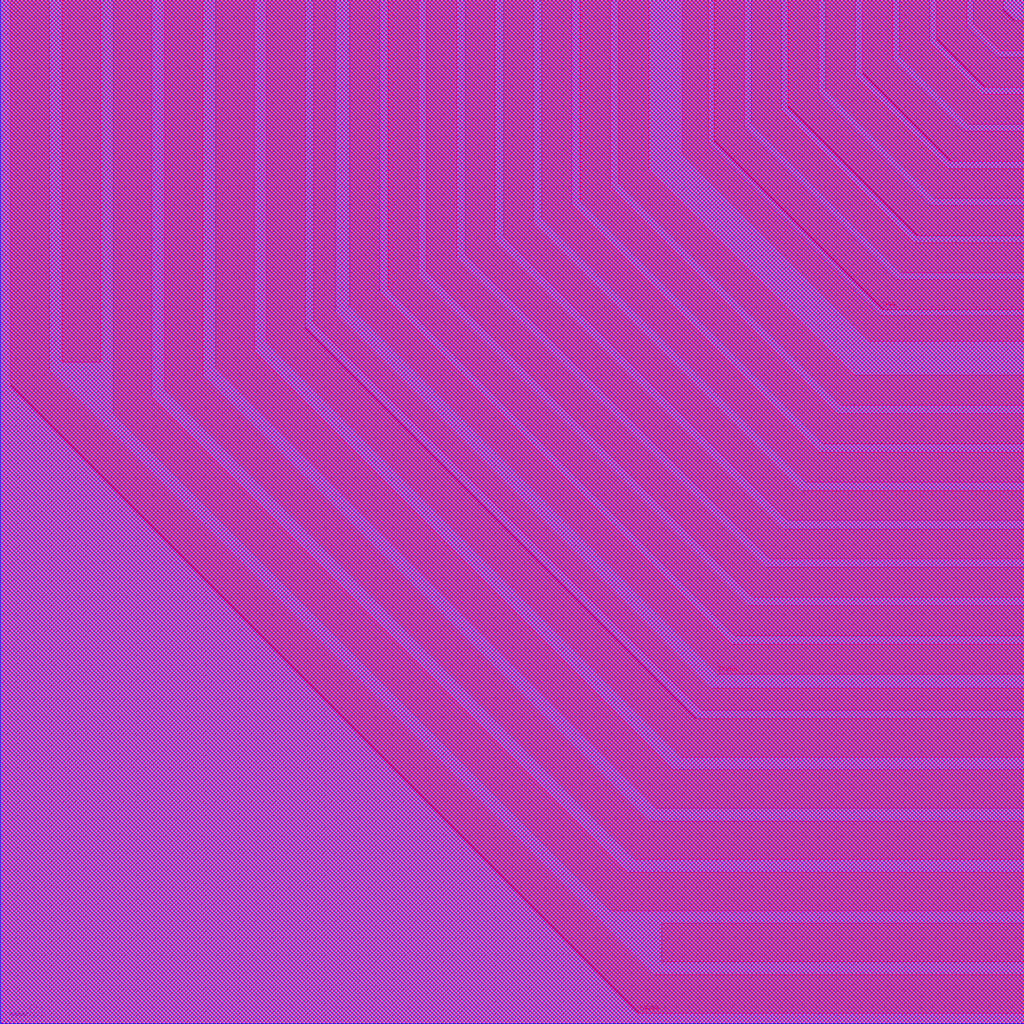
<source format=lef>
###############################################################################
#TSMC Library/IP Product
#Filename: tphn40lpgv2od3_sl_7lm.lef
#Technology: N40
#Product Type: Standard I/O
#Product Name: tphn40lpgv2od3_sl
#Version: 210a
###############################################################################
# 
#STATEMENT OF USE
#
#This information contains confidential and proprietary information of TSMC.
#No part of this information may be reproduced, transmitted, transcribed,
#stored in a retrieval system, or translated into any human or computer
#language, in any form or by any means, electronic, mechanical, magnetic,
#optical, chemical, manual, or otherwise, without the prior written permission
#of TSMC. This information was prepared for informational purpose and is for
#use by TSMC's customers only. TSMC reserves the right to make changes in the
#information at any time and without notice.
# 
###############################################################################

SITE pad
    SYMMETRY x y r90 ;
    CLASS pad ;
    SIZE 0.005 BY 120.000 ;
END pad 

SITE corner
    SYMMETRY x y r90 ;
    CLASS pad ;
    SIZE 120.000 BY 120.000 ;
END corner

MACRO PCLAMP1ANA_G
    CLASS BLOCK ;
    FOREIGN PCLAMP1ANA_G 0.000 0.000  ;
    ORIGIN 0.000 0.000 ;
    SIZE 76.000 BY 53.000 ;
    SYMMETRY X Y R90 ;
    PIN VSSESD
        SHAPE FEEDTHRU ;
        DIRECTION INOUT ;
        USE GROUND ;
        PORT
        LAYER M3 ;
        RECT  37.650 0.000 41.375 53.000 ;
        RECT  30.875 0.000 35.375 53.000 ;
        RECT  24.875 0.000 29.375 53.000 ;
        RECT  19.625 0.000 23.375 53.000 ;
        RECT  13.870 0.000 17.870 53.000 ;
        RECT  7.870 0.000 11.870 53.000 ;
        RECT  1.615 0.000 5.615 53.000 ;
        END
    END VSSESD
    PIN VDDESD
        SHAPE FEEDTHRU ;
        DIRECTION INOUT ;
        USE POWER ;
        PORT
        LAYER M3 ;
        RECT  71.385 0.000 74.385 53.000 ;
        RECT  66.685 0.000 70.385 53.000 ;
        RECT  61.985 0.000 65.685 53.000 ;
        RECT  57.285 0.000 60.985 53.000 ;
        RECT  52.585 0.000 56.285 53.000 ;
        RECT  47.885 0.000 51.585 53.000 ;
        RECT  44.380 0.000 46.885 53.000 ;
        END
    END VDDESD
    OBS
        LAYER M1 ;
        RECT  0.000 0.000 76.000 53.000 ;
        LAYER M2 ;
        RECT  0.000 0.000 76.000 53.000 ;
        LAYER VIA2 ;
        RECT  71.385 0.000 74.385 53.000 ;
        RECT  66.685 0.000 70.385 53.000 ;
        RECT  61.985 0.000 65.685 53.000 ;
        RECT  57.285 0.000 60.985 53.000 ;
        RECT  52.585 0.000 56.285 53.000 ;
        RECT  47.885 0.000 51.585 53.000 ;
        RECT  44.380 0.000 46.885 53.000 ;
        RECT  37.650 0.000 41.375 53.000 ;
        RECT  30.875 0.000 35.375 53.000 ;
        RECT  24.875 0.000 29.375 53.000 ;
        RECT  19.625 0.000 23.375 53.000 ;
        RECT  13.870 0.000 17.870 53.000 ;
        RECT  7.870 0.000 11.870 53.000 ;
        RECT  1.615 0.000 5.615 53.000 ;
        LAYER M3 ;
        RECT  0.000 0.000 76.000 53.000 ;
    END
END PCLAMP1ANA_G

MACRO PCLAMP2ANA_G
    CLASS BLOCK ;
    FOREIGN PCLAMP2ANA_G 0.000 0.000  ;
    ORIGIN 0.000 0.000 ;
    SIZE 76.000 BY 53.000 ;
    SYMMETRY X Y R90 ;
    PIN VSSESD
        SHAPE FEEDTHRU ;
        DIRECTION INOUT ;
        USE GROUND ;
        PORT
        LAYER M3 ;
        RECT  37.650 0.000 41.375 53.000 ;
        RECT  30.875 0.000 35.375 53.000 ;
        RECT  24.875 0.000 29.375 53.000 ;
        RECT  19.625 0.000 23.375 53.000 ;
        RECT  13.870 0.000 17.870 53.000 ;
        RECT  7.870 0.000 11.870 53.000 ;
        RECT  1.615 0.000 5.615 53.000 ;
        END
    END VSSESD
    PIN VDDESD
        SHAPE FEEDTHRU ;
        DIRECTION INOUT ;
        USE POWER ;
        PORT
        LAYER M3 ;
        RECT  71.385 0.000 74.385 53.000 ;
        RECT  66.685 0.000 70.385 53.000 ;
        RECT  61.985 0.000 65.685 53.000 ;
        RECT  57.285 0.000 60.985 53.000 ;
        RECT  52.585 0.000 56.285 53.000 ;
        RECT  47.885 0.000 51.585 53.000 ;
        RECT  44.380 0.000 46.885 53.000 ;
        END
    END VDDESD
    OBS
        LAYER M1 ;
        RECT  0.000 0.000 76.000 53.000 ;
        LAYER M2 ;
        RECT  0.000 0.000 76.000 53.000 ;
        LAYER VIA2 ;
        RECT  71.385 0.000 74.385 53.000 ;
        RECT  66.685 0.000 70.385 53.000 ;
        RECT  61.985 0.000 65.685 53.000 ;
        RECT  57.285 0.000 60.985 53.000 ;
        RECT  52.585 0.000 56.285 53.000 ;
        RECT  47.885 0.000 51.585 53.000 ;
        RECT  44.380 0.000 46.885 53.000 ;
        RECT  37.650 0.000 41.375 53.000 ;
        RECT  30.875 0.000 35.375 53.000 ;
        RECT  24.875 0.000 29.375 53.000 ;
        RECT  19.625 0.000 23.375 53.000 ;
        RECT  13.870 0.000 17.870 53.000 ;
        RECT  7.870 0.000 11.870 53.000 ;
        RECT  1.615 0.000 5.615 53.000 ;
        LAYER M3 ;
        RECT  0.000 0.000 76.000 53.000 ;
    END
END PCLAMP2ANA_G

MACRO PCLAMPAC_G
    CLASS BLOCK ;
    FOREIGN PCLAMPAC_G 0.000 0.000  ;
    ORIGIN 0.000 0.000 ;
    SIZE 76.000 BY 53.000 ;
    SYMMETRY X Y R90 ;
    PIN VSSESD
        SHAPE FEEDTHRU ;
        DIRECTION INOUT ;
        USE GROUND ;
        PORT
        LAYER M3 ;
        RECT  37.650 0.000 41.375 53.000 ;
        RECT  30.875 0.000 35.375 53.000 ;
        RECT  24.875 0.000 29.375 53.000 ;
        RECT  19.625 0.000 23.375 53.000 ;
        RECT  13.870 0.000 17.870 53.000 ;
        RECT  7.870 0.000 11.870 53.000 ;
        RECT  1.615 0.000 5.615 53.000 ;
        END
    END VSSESD
    PIN VDDESD
        SHAPE FEEDTHRU ;
        DIRECTION INOUT ;
        USE POWER ;
        PORT
        LAYER M3 ;
        RECT  71.385 0.000 74.385 53.000 ;
        RECT  66.685 0.000 70.385 53.000 ;
        RECT  61.985 0.000 65.685 53.000 ;
        RECT  57.285 0.000 60.985 53.000 ;
        RECT  52.585 0.000 56.285 53.000 ;
        RECT  47.885 0.000 51.585 53.000 ;
        RECT  44.380 0.000 46.885 53.000 ;
        END
    END VDDESD
    OBS
        LAYER M1 ;
        RECT  0.000 0.000 76.000 53.000 ;
        LAYER M2 ;
        RECT  0.000 0.000 76.000 53.000 ;
        LAYER VIA2 ;
        RECT  71.385 0.000 74.385 53.000 ;
        RECT  66.685 0.000 70.385 53.000 ;
        RECT  61.985 0.000 65.685 53.000 ;
        RECT  57.285 0.000 60.985 53.000 ;
        RECT  52.585 0.000 56.285 53.000 ;
        RECT  47.885 0.000 51.585 53.000 ;
        RECT  44.380 0.000 46.885 53.000 ;
        RECT  37.650 0.000 41.375 53.000 ;
        RECT  30.875 0.000 35.375 53.000 ;
        RECT  24.875 0.000 29.375 53.000 ;
        RECT  19.625 0.000 23.375 53.000 ;
        RECT  13.870 0.000 17.870 53.000 ;
        RECT  7.870 0.000 11.870 53.000 ;
        RECT  1.615 0.000 5.615 53.000 ;
        LAYER M3 ;
        RECT  0.000 0.000 76.000 53.000 ;
    END
END PCLAMPAC_G

MACRO PCLAMPA_G
    CLASS BLOCK ;
    FOREIGN PCLAMPA_G 0.000 0.000  ;
    ORIGIN 0.000 0.000 ;
    SIZE 76.000 BY 53.000 ;
    SYMMETRY X Y R90 ;
    PIN VSSESD
        SHAPE FEEDTHRU ;
        DIRECTION INOUT ;
        USE GROUND ;
        PORT
        LAYER M3 ;
        RECT  37.650 0.000 41.375 53.000 ;
        RECT  30.875 0.000 35.375 53.000 ;
        RECT  24.875 0.000 29.375 53.000 ;
        RECT  19.625 0.000 23.375 53.000 ;
        RECT  13.870 0.000 17.870 53.000 ;
        RECT  7.870 0.000 11.870 53.000 ;
        RECT  1.615 0.000 5.615 53.000 ;
        END
    END VSSESD
    PIN VDDESD
        SHAPE FEEDTHRU ;
        DIRECTION INOUT ;
        USE POWER ;
        PORT
        LAYER M3 ;
        RECT  71.385 0.000 74.385 53.000 ;
        RECT  66.685 0.000 70.385 53.000 ;
        RECT  61.985 0.000 65.685 53.000 ;
        RECT  57.285 0.000 60.985 53.000 ;
        RECT  52.585 0.000 56.285 53.000 ;
        RECT  47.885 0.000 51.585 53.000 ;
        RECT  44.380 0.000 46.885 53.000 ;
        END
    END VDDESD
    OBS
        LAYER M1 ;
        RECT  0.000 0.000 76.000 53.000 ;
        LAYER M2 ;
        RECT  0.000 0.000 76.000 53.000 ;
        LAYER VIA2 ;
        RECT  71.385 0.000 74.385 53.000 ;
        RECT  66.685 0.000 70.385 53.000 ;
        RECT  61.985 0.000 65.685 53.000 ;
        RECT  57.285 0.000 60.985 53.000 ;
        RECT  52.585 0.000 56.285 53.000 ;
        RECT  47.885 0.000 51.585 53.000 ;
        RECT  44.380 0.000 46.885 53.000 ;
        RECT  37.650 0.000 41.375 53.000 ;
        RECT  30.875 0.000 35.375 53.000 ;
        RECT  24.875 0.000 29.375 53.000 ;
        RECT  19.625 0.000 23.375 53.000 ;
        RECT  13.870 0.000 17.870 53.000 ;
        RECT  7.870 0.000 11.870 53.000 ;
        RECT  1.615 0.000 5.615 53.000 ;
        LAYER M3 ;
        RECT  0.000 0.000 76.000 53.000 ;
    END
END PCLAMPA_G

MACRO PCORNERA_G
    CLASS ENDCAP BOTTOMLEFT ;
    FOREIGN PCORNERA_G 0.000 0.000  ;
    ORIGIN 0.000 0.000 ;
    SIZE 120.000 BY 120.000 ;
    SYMMETRY X Y R90 ;
    SITE corner ;
    PIN VSS
        SHAPE FEEDTHRU ;
        DIRECTION INOUT ;
        USE GROUND ;
        PORT
        LAYER M5 ;
                POLYGON  114.010 117.275 117.275 114.010 120.000 114.010 120.000 117.510
                 118.865 117.510 117.510 118.865 117.510 120.000 114.010 120.000 ;
                POLYGON  109.770 115.345 115.345 109.770 120.000 109.770 120.000 113.270
                 116.940 113.270 113.270 116.940 113.270 120.000 109.770 120.000 ;
                POLYGON  105.420 113.365 113.365 105.420 120.000 105.420 120.000 108.920
                 114.960 108.920 108.920 114.960 108.920 120.000 105.420 120.000 ;
                POLYGON  101.070 111.385 111.385 101.070 120.000 101.070 120.000 104.570
                 112.980 104.570 104.570 112.980 104.570 120.000 101.070 120.000 ;
                POLYGON  96.720 109.410 109.410 96.720 120.000 96.720 120.000 100.220
                 111.000 100.220 100.220 111.000 100.220 120.000 96.720 120.000 ;
                POLYGON  92.370 107.430 107.430 92.370 120.000 92.370 120.000 95.870
                 109.020 95.870 95.870 109.020 95.870 120.000 92.370 120.000 ;
                POLYGON  88.020 105.450 105.450 88.020 120.000 88.020 120.000 91.520
                 107.040 91.520 91.520 107.040 91.520 120.000 88.020 120.000 ;
                POLYGON  83.670 103.470 103.470 83.670 120.000 83.670 120.000 87.170
                 105.060 87.170 87.170 105.060 87.170 120.000 83.670 120.000 ;
        LAYER M4 ;
                POLYGON  114.010 117.275 117.275 114.010 120.000 114.010 120.000 117.510
                 118.865 117.510 117.510 118.865 117.510 120.000 114.010 120.000 ;
                POLYGON  109.770 115.345 115.345 109.770 120.000 109.770 120.000 113.270
                 116.940 113.270 113.270 116.940 113.270 120.000 109.770 120.000 ;
                POLYGON  105.420 113.365 113.365 105.420 120.000 105.420 120.000 108.920
                 114.960 108.920 108.920 114.960 108.920 120.000 105.420 120.000 ;
                POLYGON  101.070 111.385 111.385 101.070 120.000 101.070 120.000 104.570
                 112.980 104.570 104.570 112.980 104.570 120.000 101.070 120.000 ;
                POLYGON  96.720 109.410 109.410 96.720 120.000 96.720 120.000 100.220
                 111.000 100.220 100.220 111.000 100.220 120.000 96.720 120.000 ;
                POLYGON  92.370 107.430 107.430 92.370 120.000 92.370 120.000 95.870
                 109.020 95.870 95.870 109.020 95.870 120.000 92.370 120.000 ;
                POLYGON  88.020 105.450 105.450 88.020 120.000 88.020 120.000 91.520
                 107.040 91.520 91.520 107.040 91.520 120.000 88.020 120.000 ;
                POLYGON  83.670 103.470 103.470 83.670 120.000 83.670 120.000 87.170
                 105.060 87.170 87.170 105.060 87.170 120.000 83.670 120.000 ;
        LAYER M3 ;
                POLYGON  114.010 117.275 117.275 114.010 120.000 114.010 120.000 117.510
                 118.865 117.510 117.510 118.865 117.510 120.000 114.010 120.000 ;
                POLYGON  109.770 115.345 115.345 109.770 120.000 109.770 120.000 113.270
                 116.940 113.270 113.270 116.940 113.270 120.000 109.770 120.000 ;
                POLYGON  105.420 113.365 113.365 105.420 120.000 105.420 120.000 108.920
                 114.960 108.920 108.920 114.960 108.920 120.000 105.420 120.000 ;
                POLYGON  101.070 111.385 111.385 101.070 120.000 101.070 120.000 104.570
                 112.980 104.570 104.570 112.980 104.570 120.000 101.070 120.000 ;
                POLYGON  96.720 109.410 109.410 96.720 120.000 96.720 120.000 100.220
                 111.000 100.220 100.220 111.000 100.220 120.000 96.720 120.000 ;
                POLYGON  92.370 107.430 107.430 92.370 120.000 92.370 120.000 95.870
                 109.020 95.870 95.870 109.020 95.870 120.000 92.370 120.000 ;
                POLYGON  88.020 105.450 105.450 88.020 120.000 88.020 120.000 91.520
                 107.040 91.520 91.520 107.040 91.520 120.000 88.020 120.000 ;
                POLYGON  83.670 103.470 103.470 83.670 120.000 83.670 120.000 87.170
                 105.060 87.170 87.170 105.060 87.170 120.000 83.670 120.000 ;
        END
    END VSS
    PIN TAVSS
        SHAPE FEEDTHRU ;
        DIRECTION INOUT ;
        USE GROUND ;
        PORT
        LAYER M5 ;
        RECT  77.530 7.250 120.000 11.750 ;
                POLYGON  36.750 82.120 82.120 36.750 120.000 36.750 120.000 39.290 83.275 39.290
                 39.290 83.275 39.290 120.000 36.750 120.000 ;
                POLYGON  31.250 79.720 79.720 31.250 120.000 31.250 120.000 35.750 81.565 35.750
                 35.750 81.565 35.750 120.000 31.250 120.000 ;
                POLYGON  25.250 76.990 25.575 76.665 25.575 76.585 25.655 76.585 76.585 25.655
                 76.585 25.575 76.665 25.575 76.990 25.250 120.000 25.250 120.000 29.750
                 78.835 29.750 29.750 78.835 29.750 120.000 25.250 120.000 ;
                POLYGON  19.250 74.260 74.260 19.250 120.000 19.250 120.000 23.750 76.105 23.750
                 23.750 76.105 23.750 120.000 19.250 120.000 ;
                POLYGON  13.250 71.530 71.530 13.250 120.000 13.250 120.000 17.750 73.375 17.750
                 17.750 73.375 17.750 120.000 13.250 120.000 ;
        RECT  7.250 77.530 11.750 120.000 ;
                POLYGON  1.250 74.800 74.800 1.250 120.000 1.250 120.000 5.750 76.645 5.750
                 5.750 76.645 5.750 120.000 1.250 120.000 ;
        LAYER M4 ;
        RECT  77.530 7.250 120.000 11.750 ;
                POLYGON  36.750 82.120 82.120 36.750 120.000 36.750 120.000 39.290 83.275 39.290
                 39.290 83.275 39.290 120.000 36.750 120.000 ;
                POLYGON  31.250 79.720 79.720 31.250 120.000 31.250 120.000 35.750 81.565 35.750
                 35.750 81.565 35.750 120.000 31.250 120.000 ;
                POLYGON  25.250 76.990 25.575 76.665 25.575 76.585 25.655 76.585 76.585 25.655
                 76.585 25.575 76.665 25.575 76.990 25.250 120.000 25.250 120.000 29.750
                 78.835 29.750 29.750 78.835 29.750 120.000 25.250 120.000 ;
                POLYGON  19.250 74.260 74.260 19.250 120.000 19.250 120.000 23.750 76.105 23.750
                 23.750 76.105 23.750 120.000 19.250 120.000 ;
                POLYGON  13.250 71.530 71.530 13.250 120.000 13.250 120.000 17.750 73.375 17.750
                 17.750 73.375 17.750 120.000 13.250 120.000 ;
        RECT  7.250 77.530 11.750 120.000 ;
                POLYGON  1.250 74.800 74.800 1.250 120.000 1.250 120.000 5.750 76.645 5.750
                 5.750 76.645 5.750 120.000 1.250 120.000 ;
        LAYER M3 ;
        RECT  77.530 7.250 120.000 11.750 ;
                POLYGON  36.750 82.120 82.120 36.750 120.000 36.750 120.000 39.290 83.275 39.290
                 39.290 83.275 39.290 120.000 36.750 120.000 ;
                POLYGON  31.250 79.720 79.720 31.250 120.000 31.250 120.000 35.750 81.565 35.750
                 35.750 81.565 35.750 120.000 31.250 120.000 ;
                POLYGON  25.250 76.990 25.575 76.665 25.575 76.585 25.655 76.585 76.585 25.655
                 76.585 25.575 76.665 25.575 76.990 25.250 120.000 25.250 120.000 29.750
                 78.835 29.750 29.750 78.835 29.750 120.000 25.250 120.000 ;
                POLYGON  19.250 74.260 74.260 19.250 120.000 19.250 120.000 23.750 76.105 23.750
                 23.750 76.105 23.750 120.000 19.250 120.000 ;
                POLYGON  13.250 71.530 71.530 13.250 120.000 13.250 120.000 17.750 73.375 17.750
                 17.750 73.375 17.750 120.000 13.250 120.000 ;
        RECT  7.250 77.530 11.750 120.000 ;
                POLYGON  1.250 74.800 74.800 1.250 120.000 1.250 120.000 5.750 76.645 5.750
                 5.750 76.645 5.750 120.000 1.250 120.000 ;
        END
    END TAVSS
    PIN TAVDD
        SHAPE FEEDTHRU ;
        DIRECTION INOUT ;
        USE POWER ;
        PORT
        LAYER M5 ;
                POLYGON  79.975 101.790 101.790 79.975 120.000 79.975 120.000 82.975
                 103.155 82.975 82.975 103.155 82.975 120.000 79.975 120.000 ;
                POLYGON  72.475 98.375 98.375 72.475 120.000 72.475 120.000 75.975 99.970 75.975
                 75.975 99.970 75.975 120.000 72.475 120.000 ;
                POLYGON  67.975 96.330 96.330 67.975 120.000 67.975 120.000 71.475 97.920 71.475
                 71.475 97.920 71.475 120.000 67.975 120.000 ;
                POLYGON  63.475 94.280 94.280 63.475 120.000 63.475 120.000 66.975 95.875 66.975
                 66.975 95.875 66.975 120.000 63.475 120.000 ;
                POLYGON  58.975 92.235 92.235 58.975 120.000 58.975 120.000 62.475 93.825 62.475
                 62.475 93.825 62.475 120.000 58.975 120.000 ;
                POLYGON  54.475 90.185 90.185 54.475 120.000 54.475 120.000 57.975 91.780 57.975
                 57.975 91.780 57.975 120.000 54.475 120.000 ;
                POLYGON  49.975 88.140 88.140 49.975 120.000 49.975 120.000 53.475 89.730 53.475
                 53.475 89.730 53.475 120.000 49.975 120.000 ;
                POLYGON  45.475 86.090 86.090 45.475 120.000 45.475 120.000 48.975 87.685 48.975
                 48.975 87.685 48.975 120.000 45.475 120.000 ;
                POLYGON  40.975 84.045 84.045 40.975 120.000 40.975 120.000 44.475 85.635 44.475
                 44.475 85.635 44.475 120.000 40.975 120.000 ;
        LAYER M4 ;
                POLYGON  79.975 101.790 101.790 79.975 120.000 79.975 120.000 82.975
                 103.155 82.975 82.975 103.155 82.975 120.000 79.975 120.000 ;
                POLYGON  72.475 98.375 98.375 72.475 120.000 72.475 120.000 75.975 99.970 75.975
                 75.975 99.970 75.975 120.000 72.475 120.000 ;
                POLYGON  67.975 96.330 96.330 67.975 120.000 67.975 120.000 71.475 97.920 71.475
                 71.475 97.920 71.475 120.000 67.975 120.000 ;
                POLYGON  63.475 94.280 94.280 63.475 120.000 63.475 120.000 66.975 95.875 66.975
                 66.975 95.875 66.975 120.000 63.475 120.000 ;
                POLYGON  58.975 92.235 92.235 58.975 120.000 58.975 120.000 62.475 93.825 62.475
                 62.475 93.825 62.475 120.000 58.975 120.000 ;
                POLYGON  54.475 90.185 90.185 54.475 120.000 54.475 120.000 57.975 91.780 57.975
                 57.975 91.780 57.975 120.000 54.475 120.000 ;
                POLYGON  49.975 88.140 88.140 49.975 120.000 49.975 120.000 53.475 89.730 53.475
                 53.475 89.730 53.475 120.000 49.975 120.000 ;
                POLYGON  45.475 86.090 86.090 45.475 120.000 45.475 120.000 48.975 87.685 48.975
                 48.975 87.685 48.975 120.000 45.475 120.000 ;
                POLYGON  40.975 84.045 84.045 40.975 120.000 40.975 120.000 44.475 85.635 44.475
                 44.475 85.635 44.475 120.000 40.975 120.000 ;
        LAYER M3 ;
                POLYGON  79.975 101.790 101.790 79.975 120.000 79.975 120.000 82.975
                 103.155 82.975 82.975 103.155 82.975 120.000 79.975 120.000 ;
                POLYGON  72.475 98.375 98.375 72.475 120.000 72.475 120.000 75.975 99.970 75.975
                 75.975 99.970 75.975 120.000 72.475 120.000 ;
                POLYGON  67.975 96.330 96.330 67.975 120.000 67.975 120.000 71.475 97.920 71.475
                 71.475 97.920 71.475 120.000 67.975 120.000 ;
                POLYGON  63.475 94.280 94.280 63.475 120.000 63.475 120.000 66.975 95.875 66.975
                 66.975 95.875 66.975 120.000 63.475 120.000 ;
                POLYGON  58.975 92.235 92.235 58.975 120.000 58.975 120.000 62.475 93.825 62.475
                 62.475 93.825 62.475 120.000 58.975 120.000 ;
                POLYGON  54.475 90.185 90.185 54.475 120.000 54.475 120.000 57.975 91.780 57.975
                 57.975 91.780 57.975 120.000 54.475 120.000 ;
                POLYGON  49.975 88.140 88.140 49.975 120.000 49.975 120.000 53.475 89.730 53.475
                 53.475 89.730 53.475 120.000 49.975 120.000 ;
                POLYGON  45.475 86.090 86.090 45.475 120.000 45.475 120.000 48.975 87.685 48.975
                 48.975 87.685 48.975 120.000 45.475 120.000 ;
                POLYGON  40.975 84.045 84.045 40.975 120.000 40.975 120.000 44.475 85.635 44.475
                 44.475 85.635 44.475 120.000 40.975 120.000 ;
        END
    END TAVDD
    OBS
        LAYER M1 ;
        RECT  0.000 0.000 120.000 120.000 ;
        LAYER VIA1 ;
        RECT  0.000 0.000 120.000 120.000 ;
        LAYER M2 ;
        RECT  0.000 0.000 120.000 120.000 ;
        LAYER VIA2 ;
        RECT  0.000 0.000 120.000 120.000 ;
        LAYER M3 ;
        RECT  0.000 0.000 120.000 120.000 ;
        LAYER VIA3 ;
        RECT  0.000 0.000 120.000 120.000 ;
        LAYER M4 ;
        RECT  0.000 0.000 120.000 120.000 ;
        LAYER VIA4 ;
        RECT  0.000 0.000 120.000 120.000 ;
        LAYER M5 ;
        RECT  0.000 0.000 120.000 120.000 ;
    END
END PCORNERA_G

MACRO PCORNER_G
    CLASS ENDCAP BOTTOMLEFT ;
    FOREIGN PCORNER_G 0.000 0.000  ;
    ORIGIN 0.000 0.000 ;
    SIZE 120.000 BY 120.000 ;
    SYMMETRY X Y R90 ;
    SITE corner ;
    PIN VSSPST
        SHAPE FEEDTHRU ;
        DIRECTION INOUT ;
        USE GROUND ;
        PORT
        LAYER M5 ;
                POLYGON  1.250 115.500 5.750 115.500 5.750 68.515 68.515 5.750 115.500 5.750
                 115.500 1.250 120.000 1.250 120.000 4.750 118.000 4.750 118.000 5.750
                 120.000 5.750 120.000 9.250 118.000 9.250 118.000 10.250 120.000 10.250
                 120.000 13.750 118.000 13.750 118.000 14.750 120.000 14.750
                 120.000 18.250 118.000 18.250 118.000 19.250 120.000 19.250
                 120.000 22.750 118.000 22.750 118.000 23.750 120.000 23.750
                 120.000 27.250 118.000 27.250 118.000 28.250 120.000 28.250
                 120.000 31.750 118.000 31.750 118.000 33.080 120.000 33.080
                 120.000 37.580 82.500 37.580 37.580 82.500 37.580 120.000 33.080 120.000
                 33.080 80.650 80.650 33.080 115.500 33.080 115.500 31.750 79.845 31.750
                 31.750 79.845 31.750 115.500 33.080 115.500 33.080 118.000
                 31.750 118.000 31.750 120.000 28.250 120.000 28.250 78.255 78.255 28.250
                 115.500 28.250 115.500 27.250 77.800 27.250 27.250 77.800 27.250 115.500
                 28.250 115.500 28.250 118.000 27.250 118.000 27.250 120.000
                 23.750 120.000 23.750 76.205 76.205 23.750 115.500 23.750 115.500 22.750
                 75.750 22.750 22.750 75.750 22.750 115.500 23.750 115.500 23.750 118.000
                 22.750 118.000 22.750 120.000 19.250 120.000 19.250 74.160 74.160 19.250
                 115.500 19.250 115.500 18.250 73.705 18.250 18.250 73.705 18.250 115.500
                 19.250 115.500 19.250 118.000 18.250 118.000 18.250 120.000
                 14.750 120.000 14.750 72.110 72.110 14.750 115.500 14.750 115.500 13.750
                 71.655 13.750 13.750 71.655 13.750 115.500 14.750 115.500 14.750 118.000
                 13.750 118.000 13.750 120.000 10.250 120.000 10.250 70.065 70.065 10.250
                 115.500 10.250 115.500 9.250 69.610 9.250 9.250 69.610 9.250 115.500
                 10.250 115.500 10.250 118.000 9.250 118.000 9.250 120.000 5.750 120.000
                 5.750 118.000 4.750 118.000 4.750 120.000 1.250 120.000 ;
        LAYER M4 ;
                POLYGON  1.250 115.500 5.750 115.500 5.750 68.515 68.515 5.750 115.500 5.750
                 115.500 1.250 120.000 1.250 120.000 4.750 118.000 4.750 118.000 5.750
                 120.000 5.750 120.000 9.250 118.000 9.250 118.000 10.250 120.000 10.250
                 120.000 13.750 118.000 13.750 118.000 14.750 120.000 14.750
                 120.000 18.250 118.000 18.250 118.000 19.250 120.000 19.250
                 120.000 22.750 118.000 22.750 118.000 23.750 120.000 23.750
                 120.000 27.250 118.000 27.250 118.000 28.250 120.000 28.250
                 120.000 31.750 118.000 31.750 118.000 33.080 120.000 33.080
                 120.000 37.580 82.500 37.580 37.580 82.500 37.580 120.000 33.080 120.000
                 33.080 80.650 80.650 33.080 115.500 33.080 115.500 31.750 79.845 31.750
                 31.750 79.845 31.750 115.500 33.080 115.500 33.080 118.000
                 31.750 118.000 31.750 120.000 28.250 120.000 28.250 78.255 78.255 28.250
                 115.500 28.250 115.500 27.250 77.800 27.250 27.250 77.800 27.250 115.500
                 28.250 115.500 28.250 118.000 27.250 118.000 27.250 120.000
                 23.750 120.000 23.750 76.205 76.205 23.750 115.500 23.750 115.500 22.750
                 75.750 22.750 22.750 75.750 22.750 115.500 23.750 115.500 23.750 118.000
                 22.750 118.000 22.750 120.000 19.250 120.000 19.250 74.160 74.160 19.250
                 115.500 19.250 115.500 18.250 73.705 18.250 18.250 73.705 18.250 115.500
                 19.250 115.500 19.250 118.000 18.250 118.000 18.250 120.000
                 14.750 120.000 14.750 72.110 72.110 14.750 115.500 14.750 115.500 13.750
                 71.655 13.750 13.750 71.655 13.750 115.500 14.750 115.500 14.750 118.000
                 13.750 118.000 13.750 120.000 10.250 120.000 10.250 70.065 70.065 10.250
                 115.500 10.250 115.500 9.250 69.610 9.250 9.250 69.610 9.250 115.500
                 10.250 115.500 10.250 118.000 9.250 118.000 9.250 120.000 5.750 120.000
                 5.750 118.000 4.750 118.000 4.750 120.000 1.250 120.000 ;
        LAYER M3 ;
                POLYGON  1.250 115.500 5.750 115.500 5.750 68.515 68.515 5.750 115.500 5.750
                 115.500 1.250 120.000 1.250 120.000 4.750 118.000 4.750 118.000 5.750
                 120.000 5.750 120.000 9.250 118.000 9.250 118.000 10.250 120.000 10.250
                 120.000 13.750 118.000 13.750 118.000 14.750 120.000 14.750
                 120.000 18.250 118.000 18.250 118.000 19.250 120.000 19.250
                 120.000 22.750 118.000 22.750 118.000 23.750 120.000 23.750
                 120.000 27.250 118.000 27.250 118.000 28.250 120.000 28.250
                 120.000 31.750 118.000 31.750 118.000 33.080 120.000 33.080
                 120.000 37.580 82.500 37.580 37.580 82.500 37.580 120.000 33.080 120.000
                 33.080 80.650 80.650 33.080 115.500 33.080 115.500 31.750 79.845 31.750
                 31.750 79.845 31.750 115.500 33.080 115.500 33.080 118.000
                 31.750 118.000 31.750 120.000 28.250 120.000 28.250 78.255 78.255 28.250
                 115.500 28.250 115.500 27.250 77.800 27.250 27.250 77.800 27.250 115.500
                 28.250 115.500 28.250 118.000 27.250 118.000 27.250 120.000
                 23.750 120.000 23.750 76.205 76.205 23.750 115.500 23.750 115.500 22.750
                 75.750 22.750 22.750 75.750 22.750 115.500 23.750 115.500 23.750 118.000
                 22.750 118.000 22.750 120.000 19.250 120.000 19.250 74.160 74.160 19.250
                 115.500 19.250 115.500 18.250 73.705 18.250 18.250 73.705 18.250 115.500
                 19.250 115.500 19.250 118.000 18.250 118.000 18.250 120.000
                 14.750 120.000 14.750 72.110 72.110 14.750 115.500 14.750 115.500 13.750
                 71.655 13.750 13.750 71.655 13.750 115.500 14.750 115.500 14.750 118.000
                 13.750 118.000 13.750 120.000 10.250 120.000 10.250 70.065 70.065 10.250
                 115.500 10.250 115.500 9.250 69.610 9.250 9.250 69.610 9.250 115.500
                 10.250 115.500 10.250 118.000 9.250 118.000 9.250 120.000 5.750 120.000
                 5.750 118.000 4.750 118.000 4.750 120.000 1.250 120.000 ;
        END
    END VSSPST
    PIN VSS
        SHAPE FEEDTHRU ;
        DIRECTION INOUT ;
        USE GROUND ;
        PORT
        LAYER M4 ;
                POLYGON  114.010 117.275 117.275 114.010 120.000 114.010 120.000 117.510
                 118.865 117.510 117.510 118.865 117.510 120.000 114.010 120.000 ;
        LAYER M5 ;
                POLYGON  114.010 117.275 117.275 114.010 120.000 114.010 120.000 117.510
                 118.865 117.510 117.510 118.865 117.510 120.000 114.010 120.000 ;
        LAYER M4 ;
                POLYGON  109.770 115.345 115.345 109.770 120.000 109.770 120.000 113.270
                 116.940 113.270 113.270 116.940 113.270 120.000 109.770 120.000 ;
        LAYER M5 ;
                POLYGON  109.770 115.345 115.345 109.770 120.000 109.770 120.000 113.270
                 116.940 113.270 113.270 116.940 113.270 120.000 109.770 120.000 ;
        LAYER M3 ;
                POLYGON  88.020 105.450 105.450 88.020 120.000 88.020 120.000 91.520
                 107.040 91.520 91.520 107.040 91.520 120.000 88.020 120.000 ;
        LAYER M4 ;
                POLYGON  88.020 105.450 105.450 88.020 120.000 88.020 120.000 91.520
                 107.040 91.520 91.520 107.040 91.520 120.000 88.020 120.000 ;
        LAYER M5 ;
                POLYGON  88.020 105.450 105.450 88.020 120.000 88.020 120.000 91.520
                 107.040 91.520 91.520 107.040 91.520 120.000 88.020 120.000 ;
        LAYER M3 ;
                POLYGON  92.370 107.430 107.430 92.370 120.000 92.370 120.000 95.870
                 109.020 95.870 95.870 109.020 95.870 120.000 92.370 120.000 ;
                POLYGON  96.720 109.410 109.410 96.720 120.000 96.720 120.000 100.220
                 111.000 100.220 100.220 111.000 100.220 120.000 96.720 120.000 ;
                POLYGON  101.070 111.385 111.385 101.070 120.000 101.070 120.000 104.570
                 112.980 104.570 104.570 112.980 104.570 120.000 101.070 120.000 ;
                POLYGON  105.420 113.365 113.365 105.420 120.000 105.420 120.000 108.920
                 114.960 108.920 108.920 114.960 108.920 120.000 105.420 120.000 ;
        LAYER M4 ;
                POLYGON  92.370 107.430 107.430 92.370 120.000 92.370 120.000 95.870
                 109.020 95.870 95.870 109.020 95.870 120.000 92.370 120.000 ;
                POLYGON  96.720 109.410 109.410 96.720 120.000 96.720 120.000 100.220
                 111.000 100.220 100.220 111.000 100.220 120.000 96.720 120.000 ;
                POLYGON  101.070 111.385 111.385 101.070 120.000 101.070 120.000 104.570
                 112.980 104.570 104.570 112.980 104.570 120.000 101.070 120.000 ;
                POLYGON  105.420 113.365 113.365 105.420 120.000 105.420 120.000 108.920
                 114.960 108.920 108.920 114.960 108.920 120.000 105.420 120.000 ;
        LAYER M5 ;
                POLYGON  92.370 107.430 107.430 92.370 120.000 92.370 120.000 95.870
                 109.020 95.870 95.870 109.020 95.870 120.000 92.370 120.000 ;
                POLYGON  96.720 109.410 109.410 96.720 120.000 96.720 120.000 100.220
                 111.000 100.220 100.220 111.000 100.220 120.000 96.720 120.000 ;
                POLYGON  101.070 111.385 111.385 101.070 120.000 101.070 120.000 104.570
                 112.980 104.570 104.570 112.980 104.570 120.000 101.070 120.000 ;
                POLYGON  105.420 113.365 113.365 105.420 120.000 105.420 120.000 108.920
                 114.960 108.920 108.920 114.960 108.920 120.000 105.420 120.000 ;
                POLYGON  83.670 103.470 103.470 83.670 120.000 83.670 120.000 87.170
                 105.060 87.170 87.170 105.060 87.170 120.000 83.670 120.000 ;
        LAYER M4 ;
                POLYGON  83.670 103.470 103.470 83.670 120.000 83.670 120.000 87.170
                 105.060 87.170 87.170 105.060 87.170 120.000 83.670 120.000 ;
        LAYER M3 ;
                POLYGON  83.670 103.470 103.470 83.670 120.000 83.670 120.000 87.170
                 105.060 87.170 87.170 105.060 87.170 120.000 83.670 120.000 ;
        END
    END VSS
    PIN VDDPST
        SHAPE FEEDTHRU ;
        DIRECTION INOUT ;
        USE POWER ;
        PORT
        LAYER M5 ;
                POLYGON  79.975 101.790 101.790 79.975 120.000 79.975 120.000 82.975
                 103.155 82.975 82.975 103.155 82.975 120.000 79.975 120.000 ;
                POLYGON  72.475 98.375 98.375 72.475 120.000 72.475 120.000 75.975 99.970 75.975
                 75.975 99.970 75.975 120.000 72.475 120.000 ;
                POLYGON  67.975 96.330 96.330 67.975 120.000 67.975 120.000 71.475 97.920 71.475
                 71.475 97.920 71.475 120.000 67.975 120.000 ;
                POLYGON  63.475 94.280 94.280 63.475 120.000 63.475 120.000 66.975 95.875 66.975
                 66.975 95.875 66.975 120.000 63.475 120.000 ;
                POLYGON  58.975 92.235 92.235 58.975 120.000 58.975 120.000 62.475 93.825 62.475
                 62.475 93.825 62.475 120.000 58.975 120.000 ;
                POLYGON  54.475 90.185 90.185 54.475 120.000 54.475 120.000 57.975 91.780 57.975
                 57.975 91.780 57.975 120.000 54.475 120.000 ;
                POLYGON  49.975 88.140 88.140 49.975 120.000 49.975 120.000 53.475 89.730 53.475
                 53.475 89.730 53.475 120.000 49.975 120.000 ;
                POLYGON  45.475 86.090 86.090 45.475 120.000 45.475 120.000 48.975 87.685 48.975
                 48.975 87.685 48.975 120.000 45.475 120.000 ;
                POLYGON  40.975 84.045 84.045 40.975 120.000 40.975 120.000 44.475 85.635 44.475
                 44.475 85.635 44.475 120.000 40.975 120.000 ;
        LAYER M4 ;
                POLYGON  79.975 101.790 101.790 79.975 120.000 79.975 120.000 82.975
                 103.155 82.975 82.975 103.155 82.975 120.000 79.975 120.000 ;
                POLYGON  72.475 98.375 98.375 72.475 120.000 72.475 120.000 75.975 99.970 75.975
                 75.975 99.970 75.975 120.000 72.475 120.000 ;
                POLYGON  67.975 96.330 96.330 67.975 120.000 67.975 120.000 71.475 97.920 71.475
                 71.475 97.920 71.475 120.000 67.975 120.000 ;
                POLYGON  63.475 94.280 94.280 63.475 120.000 63.475 120.000 66.975 95.875 66.975
                 66.975 95.875 66.975 120.000 63.475 120.000 ;
                POLYGON  58.975 92.235 92.235 58.975 120.000 58.975 120.000 62.475 93.825 62.475
                 62.475 93.825 62.475 120.000 58.975 120.000 ;
                POLYGON  54.475 90.185 90.185 54.475 120.000 54.475 120.000 57.975 91.780 57.975
                 57.975 91.780 57.975 120.000 54.475 120.000 ;
                POLYGON  49.975 88.140 88.140 49.975 120.000 49.975 120.000 53.475 89.730 53.475
                 53.475 89.730 53.475 120.000 49.975 120.000 ;
                POLYGON  45.475 86.090 86.090 45.475 120.000 45.475 120.000 48.975 87.685 48.975
                 48.975 87.685 48.975 120.000 45.475 120.000 ;
                POLYGON  40.975 84.045 84.045 40.975 120.000 40.975 120.000 44.475 85.635 44.475
                 44.475 85.635 44.475 120.000 40.975 120.000 ;
        LAYER M3 ;
                POLYGON  79.975 101.790 101.790 79.975 120.000 79.975 120.000 82.975
                 103.155 82.975 82.975 103.155 82.975 120.000 79.975 120.000 ;
                POLYGON  72.475 98.375 98.375 72.475 120.000 72.475 120.000 75.975 99.970 75.975
                 75.975 99.970 75.975 120.000 72.475 120.000 ;
                POLYGON  67.975 96.330 96.330 67.975 120.000 67.975 120.000 71.475 97.920 71.475
                 71.475 97.920 71.475 120.000 67.975 120.000 ;
                POLYGON  63.475 94.280 94.280 63.475 120.000 63.475 120.000 66.975 95.875 66.975
                 66.975 95.875 66.975 120.000 63.475 120.000 ;
                POLYGON  58.975 92.235 92.235 58.975 120.000 58.975 120.000 62.475 93.825 62.475
                 62.475 93.825 62.475 120.000 58.975 120.000 ;
                POLYGON  54.475 90.185 90.185 54.475 120.000 54.475 120.000 57.975 91.780 57.975
                 57.975 91.780 57.975 120.000 54.475 120.000 ;
                POLYGON  49.975 88.140 88.140 49.975 120.000 49.975 120.000 53.475 89.730 53.475
                 53.475 89.730 53.475 120.000 49.975 120.000 ;
                POLYGON  45.475 86.090 86.090 45.475 120.000 45.475 120.000 48.975 87.685 48.975
                 48.975 87.685 48.975 120.000 45.475 120.000 ;
                POLYGON  40.975 84.045 84.045 40.975 120.000 40.975 120.000 44.475 85.635 44.475
                 44.475 85.635 44.475 120.000 40.975 120.000 ;
        END
    END VDDPST
    PIN VDD
        SHAPE FEEDTHRU ;
        DIRECTION INOUT ;
        USE POWER ;
        PORT
        LAYER M3 ;
                POLYGON  114.010 117.275 117.275 114.010 120.000 114.010 120.000 117.510
                 118.865 117.510 117.510 118.865 117.510 120.000 114.010 120.000 ;
                POLYGON  109.770 115.345 115.345 109.770 120.000 109.770 120.000 113.270
                 116.940 113.270 113.270 116.940 113.270 120.000 109.770 120.000 ;
        END
    END VDD
    PIN POC
        SHAPE FEEDTHRU ;
        DIRECTION INOUT ;
        USE POWER ;
        PORT
        LAYER M3 ;
                POLYGON  118.010 119.095 119.095 118.010 120.000 118.010 120.000 118.500
                 119.320 118.500 118.500 119.320 118.500 120.000 118.010 120.000 ;
        END
    END POC
    OBS
        LAYER M1 ;
        RECT  0.000 0.000 120.000 120.000 ;
        LAYER VIA1 ;
        RECT  0.000 0.000 120.000 120.000 ;
        LAYER M2 ;
        RECT  0.000 0.000 120.000 120.000 ;
        LAYER VIA2 ;
        RECT  0.000 0.000 120.000 120.000 ;
        LAYER M3 ;
        RECT  0.000 0.000 120.000 120.000 ;
        LAYER VIA3 ;
        RECT  0.000 0.000 120.000 120.000 ;
        LAYER M4 ;
        RECT  0.000 0.000 120.000 120.000 ;
        LAYER VIA4 ;
        RECT  0.000 0.000 120.000 120.000 ;
        LAYER M5 ;
        RECT  0.000 0.000 120.000 120.000 ;
    END
END PCORNER_G

MACRO PDB3AC_G
    CLASS PAD ;
    FOREIGN PDB3AC_G 0.000 0.000  ;
    ORIGIN 0.000 0.000 ;
    SIZE 25.000 BY 120.000 ;
    SYMMETRY X Y R90 ;
    SITE pad ;
    PIN AIO
        DIRECTION INOUT ;
        PORT
        LAYER M5 ;
        RECT  2.385 76.475 22.615 79.475 ;
        LAYER M4 ;
        RECT  2.385 76.475 22.615 79.475 ;
        LAYER M3 ;
        RECT  2.385 76.475 22.615 79.475 ;
        LAYER M2 ;
        RECT  20.220 118.200 22.620 120.000 ;
        RECT  15.760 118.200 18.160 120.000 ;
        RECT  11.300 118.200 13.700 120.000 ;
        RECT  6.840 118.200 9.240 120.000 ;
        RECT  2.380 118.200 4.780 120.000 ;
        LAYER M1 ;
        RECT  20.220 118.200 22.620 120.000 ;
        RECT  15.760 118.200 18.160 120.000 ;
        RECT  11.300 118.200 13.700 120.000 ;
        RECT  6.840 118.200 9.240 120.000 ;
        RECT  2.380 118.200 4.780 120.000 ;
        END
        ANTENNADIFFAREA 300.0000 LAYER M1 ;
        ANTENNAPARTIALMETALAREA 1442.2320 LAYER M1 ;
        ANTENNAPARTIALCUTAREA 257.2500 LAYER VIA1 ;
        ANTENNADIFFAREA 300.0000 LAYER M2 ;
        ANTENNAPARTIALMETALAREA 1442.2320 LAYER M2 ;
        ANTENNAPARTIALCUTAREA 6.1740 LAYER VIA2 ;
        ANTENNADIFFAREA 300.0000 LAYER M3 ;
        ANTENNAPARTIALMETALAREA 60.7200 LAYER M3 ;
        ANTENNAPARTIALCUTAREA 11.1132 LAYER VIA3 ;
        ANTENNADIFFAREA 300.0000 LAYER M4 ;
        ANTENNAPARTIALMETALAREA 60.6900 LAYER M4 ;
        ANTENNAPARTIALCUTAREA 11.1132 LAYER VIA4 ;
        ANTENNADIFFAREA 300.0000 LAYER M5 ;
        ANTENNAPARTIALMETALAREA 60.6900 LAYER M5 ;
    END AIO
    PIN VSS
        SHAPE FEEDTHRU ;
        DIRECTION INOUT ;
        USE GROUND ;
        PORT
        LAYER M5 ;
                POLYGON  0.000 83.670 25.000 83.670 25.000 87.170 13.880 87.170 13.880 88.020
                 25.000 88.020 25.000 91.520 13.880 91.520 13.880 92.370 25.000 92.370
                 25.000 95.870 13.880 95.870 13.880 96.720 25.000 96.720 25.000 100.220
                 13.880 100.220 13.880 101.070 25.000 101.070 25.000 104.570
                 13.880 104.570 13.880 105.420 25.000 105.420 25.000 108.920
                 13.880 108.920 13.880 109.770 25.000 109.770 25.000 113.270
                 13.880 113.270 13.880 114.010 25.000 114.010 25.000 117.510
                 0.000 117.510 0.000 114.010 11.120 114.010 11.120 113.270 0.000 113.270
                 0.000 109.770 11.120 109.770 11.120 108.920 0.000 108.920 0.000 105.420
                 11.120 105.420 11.120 104.570 0.000 104.570 0.000 101.070 11.120 101.070
                 11.120 100.220 0.000 100.220 0.000 96.720 11.120 96.720 11.120 95.870
                 0.000 95.870 0.000 92.370 11.120 92.370 11.120 91.520 0.000 91.520
                 0.000 88.020 11.120 88.020 11.120 87.170 0.000 87.170 ;
        LAYER M4 ;
                POLYGON  0.000 83.670 25.000 83.670 25.000 87.170 13.880 87.170 13.880 88.020
                 25.000 88.020 25.000 91.520 13.880 91.520 13.880 92.370 25.000 92.370
                 25.000 95.870 13.880 95.870 13.880 96.720 25.000 96.720 25.000 100.220
                 13.880 100.220 13.880 101.070 25.000 101.070 25.000 104.570
                 13.880 104.570 13.880 105.420 25.000 105.420 25.000 108.920
                 13.880 108.920 13.880 109.770 25.000 109.770 25.000 113.270
                 13.880 113.270 13.880 114.010 25.000 114.010 25.000 117.510
                 0.000 117.510 0.000 114.010 11.120 114.010 11.120 113.270 0.000 113.270
                 0.000 109.770 11.120 109.770 11.120 108.920 0.000 108.920 0.000 105.420
                 11.120 105.420 11.120 104.570 0.000 104.570 0.000 101.070 11.120 101.070
                 11.120 100.220 0.000 100.220 0.000 96.720 11.120 96.720 11.120 95.870
                 0.000 95.870 0.000 92.370 11.120 92.370 11.120 91.520 0.000 91.520
                 0.000 88.020 11.120 88.020 11.120 87.170 0.000 87.170 ;
        LAYER M3 ;
                POLYGON  0.000 83.670 25.000 83.670 25.000 87.170 13.880 87.170 13.880 88.020
                 25.000 88.020 25.000 91.520 13.880 91.520 13.880 92.370 25.000 92.370
                 25.000 95.870 13.880 95.870 13.880 96.720 25.000 96.720 25.000 100.220
                 13.880 100.220 13.880 101.070 25.000 101.070 25.000 104.570
                 13.880 104.570 13.880 105.420 25.000 105.420 25.000 108.920
                 13.880 108.920 13.880 109.770 25.000 109.770 25.000 113.270
                 13.880 113.270 13.880 114.010 25.000 114.010 25.000 117.510
                 0.000 117.510 0.000 114.010 11.120 114.010 11.120 113.270 0.000 113.270
                 0.000 109.770 11.120 109.770 11.120 108.920 0.000 108.920 0.000 105.420
                 11.120 105.420 11.120 104.570 0.000 104.570 0.000 101.070 11.120 101.070
                 11.120 100.220 0.000 100.220 0.000 96.720 11.120 96.720 11.120 95.870
                 0.000 95.870 0.000 92.370 11.120 92.370 11.120 91.520 0.000 91.520
                 0.000 88.020 11.120 88.020 11.120 87.170 0.000 87.170 ;
        END
    END VSS
    PIN TACVSS
        SHAPE FEEDTHRU ;
        DIRECTION INOUT ;
        USE GROUND ;
        PORT
        LAYER M5 ;
                POLYGON  0.000 1.250 25.000 1.250 25.000 5.750 13.880 5.750 13.880 7.250
                 25.000 7.250 25.000 11.750 13.880 11.750 13.880 13.250 25.000 13.250
                 25.000 17.750 13.880 17.750 13.880 19.250 25.000 19.250 25.000 23.750
                 13.880 23.750 13.880 25.250 25.000 25.250 25.000 29.750 13.880 29.750
                 13.880 31.250 25.000 31.250 25.000 35.750 13.880 35.750 13.880 36.750
                 25.000 36.750 25.000 39.290 0.000 39.290 0.000 36.750 11.120 36.750
                 11.120 35.750 0.000 35.750 0.000 31.250 11.120 31.250 11.120 29.750
                 0.000 29.750 0.000 25.250 11.120 25.250 11.120 23.750 0.000 23.750
                 0.000 19.250 11.120 19.250 11.120 17.750 0.000 17.750 0.000 13.250
                 11.120 13.250 11.120 11.750 0.000 11.750 0.000 7.250 11.120 7.250
                 11.120 5.750 0.000 5.750 ;
        LAYER M4 ;
                POLYGON  0.000 1.250 25.000 1.250 25.000 5.750 13.880 5.750 13.880 7.250
                 25.000 7.250 25.000 11.750 13.880 11.750 13.880 13.250 25.000 13.250
                 25.000 17.750 13.880 17.750 13.880 19.250 25.000 19.250 25.000 23.750
                 13.880 23.750 13.880 25.250 25.000 25.250 25.000 29.750 13.880 29.750
                 13.880 31.250 25.000 31.250 25.000 35.750 13.880 35.750 13.880 36.750
                 25.000 36.750 25.000 39.290 0.000 39.290 0.000 36.750 11.120 36.750
                 11.120 35.750 0.000 35.750 0.000 31.250 11.120 31.250 11.120 29.750
                 0.000 29.750 0.000 25.250 11.120 25.250 11.120 23.750 0.000 23.750
                 0.000 19.250 11.120 19.250 11.120 17.750 0.000 17.750 0.000 13.250
                 11.120 13.250 11.120 11.750 0.000 11.750 0.000 7.250 11.120 7.250
                 11.120 5.750 0.000 5.750 ;
        LAYER M3 ;
                POLYGON  0.000 1.250 25.000 1.250 25.000 5.750 13.880 5.750 13.880 7.250
                 25.000 7.250 25.000 11.750 13.880 11.750 13.880 13.250 25.000 13.250
                 25.000 17.750 13.880 17.750 13.880 19.250 25.000 19.250 25.000 23.750
                 13.880 23.750 13.880 25.250 25.000 25.250 25.000 29.750 13.880 29.750
                 13.880 31.250 25.000 31.250 25.000 35.750 13.880 35.750 13.880 36.750
                 25.000 36.750 25.000 39.290 0.000 39.290 0.000 36.750 11.120 36.750
                 11.120 35.750 0.000 35.750 0.000 31.250 11.120 31.250 11.120 29.750
                 0.000 29.750 0.000 25.250 11.120 25.250 11.120 23.750 0.000 23.750
                 0.000 19.250 11.120 19.250 11.120 17.750 0.000 17.750 0.000 13.250
                 11.120 13.250 11.120 11.750 0.000 11.750 0.000 7.250 11.120 7.250
                 11.120 5.750 0.000 5.750 ;
        END
    END TACVSS
    PIN TACVDD
        SHAPE FEEDTHRU ;
        DIRECTION INOUT ;
        USE POWER ;
        PORT
        LAYER M5 ;
        RECT  0.000 79.975 25.000 82.975 ;
                POLYGON  0.000 40.975 25.000 40.975 25.000 44.475 13.880 44.475 13.880 45.475
                 25.000 45.475 25.000 48.975 13.880 48.975 13.880 49.975 25.000 49.975
                 25.000 53.475 13.880 53.475 13.880 54.475 25.000 54.475 25.000 57.975
                 13.880 57.975 13.880 58.975 25.000 58.975 25.000 62.475 13.880 62.475
                 13.880 63.475 25.000 63.475 25.000 66.975 13.880 66.975 13.880 67.975
                 25.000 67.975 25.000 71.475 13.880 71.475 13.880 72.475 25.000 72.475
                 25.000 75.975 0.000 75.975 0.000 72.475 11.120 72.475 11.120 71.475
                 0.000 71.475 0.000 67.975 11.120 67.975 11.120 66.975 0.000 66.975
                 0.000 63.475 11.120 63.475 11.120 62.475 0.000 62.475 0.000 58.975
                 11.120 58.975 11.120 57.975 0.000 57.975 0.000 54.475 11.120 54.475
                 11.120 53.475 0.000 53.475 0.000 49.975 11.120 49.975 11.120 48.975
                 0.000 48.975 0.000 45.475 11.120 45.475 11.120 44.475 0.000 44.475 ;
        LAYER M4 ;
        RECT  0.000 79.975 25.000 82.975 ;
                POLYGON  0.000 40.975 25.000 40.975 25.000 44.475 13.880 44.475 13.880 45.475
                 25.000 45.475 25.000 48.975 13.880 48.975 13.880 49.975 25.000 49.975
                 25.000 53.475 13.880 53.475 13.880 54.475 25.000 54.475 25.000 57.975
                 13.880 57.975 13.880 58.975 25.000 58.975 25.000 62.475 13.880 62.475
                 13.880 63.475 25.000 63.475 25.000 66.975 13.880 66.975 13.880 67.975
                 25.000 67.975 25.000 71.475 13.880 71.475 13.880 72.475 25.000 72.475
                 25.000 75.975 0.000 75.975 0.000 72.475 11.120 72.475 11.120 71.475
                 0.000 71.475 0.000 67.975 11.120 67.975 11.120 66.975 0.000 66.975
                 0.000 63.475 11.120 63.475 11.120 62.475 0.000 62.475 0.000 58.975
                 11.120 58.975 11.120 57.975 0.000 57.975 0.000 54.475 11.120 54.475
                 11.120 53.475 0.000 53.475 0.000 49.975 11.120 49.975 11.120 48.975
                 0.000 48.975 0.000 45.475 11.120 45.475 11.120 44.475 0.000 44.475 ;
        LAYER M3 ;
        RECT  0.000 79.975 25.000 82.975 ;
                POLYGON  0.000 40.975 25.000 40.975 25.000 44.475 13.880 44.475 13.880 45.475
                 25.000 45.475 25.000 48.975 13.880 48.975 13.880 49.975 25.000 49.975
                 25.000 53.475 13.880 53.475 13.880 54.475 25.000 54.475 25.000 57.975
                 13.880 57.975 13.880 58.975 25.000 58.975 25.000 62.475 13.880 62.475
                 13.880 63.475 25.000 63.475 25.000 66.975 13.880 66.975 13.880 67.975
                 25.000 67.975 25.000 71.475 13.880 71.475 13.880 72.475 25.000 72.475
                 25.000 75.975 0.000 75.975 0.000 72.475 11.120 72.475 11.120 71.475
                 0.000 71.475 0.000 67.975 11.120 67.975 11.120 66.975 0.000 66.975
                 0.000 63.475 11.120 63.475 11.120 62.475 0.000 62.475 0.000 58.975
                 11.120 58.975 11.120 57.975 0.000 57.975 0.000 54.475 11.120 54.475
                 11.120 53.475 0.000 53.475 0.000 49.975 11.120 49.975 11.120 48.975
                 0.000 48.975 0.000 45.475 11.120 45.475 11.120 44.475 0.000 44.475 ;
        END
    END TACVDD
    OBS
        LAYER M1 ;
        RECT  0.000 0.000 25.000 120.000 ;
        LAYER VIA1 ;
        RECT  20.220 118.200 22.620 120.000 ;
        RECT  15.760 118.200 18.160 120.000 ;
        RECT  11.300 118.200 13.700 120.000 ;
        RECT  6.840 118.200 9.240 120.000 ;
        RECT  2.380 118.200 4.780 120.000 ;
        LAYER M2 ;
        RECT  0.000 0.000 25.000 120.000 ;
        LAYER VIA2 ;
        RECT  13.880 1.250 25.000 5.750 ;
        RECT  13.880 7.250 25.000 11.750 ;
        RECT  13.880 13.250 25.000 17.750 ;
        RECT  13.880 19.250 25.000 23.750 ;
        RECT  13.880 25.250 25.000 29.750 ;
        RECT  13.880 31.250 25.000 35.750 ;
        RECT  13.880 36.750 25.000 39.290 ;
        RECT  13.880 40.975 25.000 44.475 ;
        RECT  13.880 45.475 25.000 48.975 ;
        RECT  13.880 49.975 25.000 53.475 ;
        RECT  13.880 54.475 25.000 57.975 ;
        RECT  13.880 58.975 25.000 62.475 ;
        RECT  13.880 63.475 25.000 66.975 ;
        RECT  13.880 67.975 25.000 71.475 ;
        RECT  13.880 72.475 25.000 75.975 ;
        RECT  0.000 79.975 25.000 82.975 ;
        RECT  13.880 83.670 25.000 87.170 ;
        RECT  13.880 88.020 25.000 91.520 ;
        RECT  13.880 92.370 25.000 95.870 ;
        RECT  13.880 96.720 25.000 100.220 ;
        RECT  13.880 101.070 25.000 104.570 ;
        RECT  13.880 105.420 25.000 108.920 ;
        RECT  13.880 109.770 25.000 113.270 ;
        RECT  13.880 114.010 25.000 117.510 ;
        RECT  11.120 1.250 13.880 39.290 ;
        RECT  11.120 40.975 13.880 75.975 ;
        RECT  11.120 83.670 13.880 117.510 ;
        RECT  0.000 1.250 11.120 5.750 ;
        RECT  0.000 7.250 11.120 11.750 ;
        RECT  0.000 13.250 11.120 17.750 ;
        RECT  0.000 19.250 11.120 23.750 ;
        RECT  0.000 25.250 11.120 29.750 ;
        RECT  0.000 31.250 11.120 35.750 ;
        RECT  0.000 36.750 11.120 39.290 ;
        RECT  0.000 40.975 11.120 44.475 ;
        RECT  0.000 45.475 11.120 48.975 ;
        RECT  0.000 49.975 11.120 53.475 ;
        RECT  0.000 54.475 11.120 57.975 ;
        RECT  0.000 58.975 11.120 62.475 ;
        RECT  0.000 63.475 11.120 66.975 ;
        RECT  0.000 67.975 11.120 71.475 ;
        RECT  0.000 72.475 11.120 75.975 ;
        RECT  0.000 83.670 11.120 87.170 ;
        RECT  0.000 88.020 11.120 91.520 ;
        RECT  0.000 92.370 11.120 95.870 ;
        RECT  0.000 96.720 11.120 100.220 ;
        RECT  0.000 101.070 11.120 104.570 ;
        RECT  0.000 105.420 11.120 108.920 ;
        RECT  0.000 109.770 11.120 113.270 ;
        RECT  0.000 114.010 11.120 117.510 ;
        LAYER M3 ;
        RECT  0.000 0.000 25.000 120.000 ;
        LAYER VIA3 ;
        RECT  13.880 1.250 25.000 5.750 ;
        RECT  13.880 7.250 25.000 11.750 ;
        RECT  13.880 13.250 25.000 17.750 ;
        RECT  13.880 19.250 25.000 23.750 ;
        RECT  13.880 25.250 25.000 29.750 ;
        RECT  13.880 31.250 25.000 35.750 ;
        RECT  13.880 36.750 25.000 39.290 ;
        RECT  13.880 40.975 25.000 44.475 ;
        RECT  13.880 45.475 25.000 48.975 ;
        RECT  13.880 49.975 25.000 53.475 ;
        RECT  13.880 54.475 25.000 57.975 ;
        RECT  13.880 58.975 25.000 62.475 ;
        RECT  13.880 63.475 25.000 66.975 ;
        RECT  13.880 67.975 25.000 71.475 ;
        RECT  13.880 72.475 25.000 75.975 ;
        RECT  0.000 79.975 25.000 82.975 ;
        RECT  13.880 83.670 25.000 87.170 ;
        RECT  13.880 88.020 25.000 91.520 ;
        RECT  13.880 92.370 25.000 95.870 ;
        RECT  13.880 96.720 25.000 100.220 ;
        RECT  13.880 101.070 25.000 104.570 ;
        RECT  13.880 105.420 25.000 108.920 ;
        RECT  13.880 109.770 25.000 113.270 ;
        RECT  13.880 114.010 25.000 117.510 ;
        RECT  11.120 1.250 13.880 39.290 ;
        RECT  11.120 40.975 13.880 75.975 ;
        RECT  11.120 83.670 13.880 117.510 ;
        RECT  0.000 1.250 11.120 5.750 ;
        RECT  0.000 7.250 11.120 11.750 ;
        RECT  0.000 13.250 11.120 17.750 ;
        RECT  0.000 19.250 11.120 23.750 ;
        RECT  0.000 25.250 11.120 29.750 ;
        RECT  0.000 31.250 11.120 35.750 ;
        RECT  0.000 36.750 11.120 39.290 ;
        RECT  0.000 40.975 11.120 44.475 ;
        RECT  0.000 45.475 11.120 48.975 ;
        RECT  0.000 49.975 11.120 53.475 ;
        RECT  0.000 54.475 11.120 57.975 ;
        RECT  0.000 58.975 11.120 62.475 ;
        RECT  0.000 63.475 11.120 66.975 ;
        RECT  0.000 67.975 11.120 71.475 ;
        RECT  0.000 72.475 11.120 75.975 ;
        RECT  0.000 83.670 11.120 87.170 ;
        RECT  0.000 88.020 11.120 91.520 ;
        RECT  0.000 92.370 11.120 95.870 ;
        RECT  0.000 96.720 11.120 100.220 ;
        RECT  0.000 101.070 11.120 104.570 ;
        RECT  0.000 105.420 11.120 108.920 ;
        RECT  0.000 109.770 11.120 113.270 ;
        RECT  0.000 114.010 11.120 117.510 ;
        LAYER M4 ;
        RECT  0.000 0.000 25.000 120.000 ;
        LAYER VIA4 ;
        RECT  13.880 1.250 25.000 5.750 ;
        RECT  13.880 7.250 25.000 11.750 ;
        RECT  13.880 13.250 25.000 17.750 ;
        RECT  13.880 19.250 25.000 23.750 ;
        RECT  13.880 25.250 25.000 29.750 ;
        RECT  13.880 31.250 25.000 35.750 ;
        RECT  13.880 36.750 25.000 39.290 ;
        RECT  13.880 40.975 25.000 44.475 ;
        RECT  13.880 45.475 25.000 48.975 ;
        RECT  13.880 49.975 25.000 53.475 ;
        RECT  13.880 54.475 25.000 57.975 ;
        RECT  13.880 58.975 25.000 62.475 ;
        RECT  13.880 63.475 25.000 66.975 ;
        RECT  13.880 67.975 25.000 71.475 ;
        RECT  13.880 72.475 25.000 75.975 ;
        RECT  0.000 79.975 25.000 82.975 ;
        RECT  13.880 83.670 25.000 87.170 ;
        RECT  13.880 88.020 25.000 91.520 ;
        RECT  13.880 92.370 25.000 95.870 ;
        RECT  13.880 96.720 25.000 100.220 ;
        RECT  13.880 101.070 25.000 104.570 ;
        RECT  13.880 105.420 25.000 108.920 ;
        RECT  13.880 109.770 25.000 113.270 ;
        RECT  13.880 114.010 25.000 117.510 ;
        RECT  11.120 1.250 13.880 39.290 ;
        RECT  11.120 40.975 13.880 75.975 ;
        RECT  11.120 83.670 13.880 117.510 ;
        RECT  0.000 1.250 11.120 5.750 ;
        RECT  0.000 7.250 11.120 11.750 ;
        RECT  0.000 13.250 11.120 17.750 ;
        RECT  0.000 19.250 11.120 23.750 ;
        RECT  0.000 25.250 11.120 29.750 ;
        RECT  0.000 31.250 11.120 35.750 ;
        RECT  0.000 36.750 11.120 39.290 ;
        RECT  0.000 40.975 11.120 44.475 ;
        RECT  0.000 45.475 11.120 48.975 ;
        RECT  0.000 49.975 11.120 53.475 ;
        RECT  0.000 54.475 11.120 57.975 ;
        RECT  0.000 58.975 11.120 62.475 ;
        RECT  0.000 63.475 11.120 66.975 ;
        RECT  0.000 67.975 11.120 71.475 ;
        RECT  0.000 72.475 11.120 75.975 ;
        RECT  0.000 83.670 11.120 87.170 ;
        RECT  0.000 88.020 11.120 91.520 ;
        RECT  0.000 92.370 11.120 95.870 ;
        RECT  0.000 96.720 11.120 100.220 ;
        RECT  0.000 101.070 11.120 104.570 ;
        RECT  0.000 105.420 11.120 108.920 ;
        RECT  0.000 109.770 11.120 113.270 ;
        RECT  0.000 114.010 11.120 117.510 ;
        LAYER M5 ;
        RECT  0.000 0.000 25.000 120.000 ;
    END
END PDB3AC_G

MACRO PDB3A_G
    CLASS PAD ;
    FOREIGN PDB3A_G 0.000 0.000  ;
    ORIGIN 0.000 0.000 ;
    SIZE 25.000 BY 120.000 ;
    SYMMETRY X Y R90 ;
    SITE pad ;
    PIN AIO
        DIRECTION INOUT ;
        PORT
        LAYER M5 ;
        RECT  2.385 76.475 22.615 79.475 ;
        LAYER M4 ;
        RECT  2.385 76.475 22.615 79.475 ;
        LAYER M3 ;
        RECT  2.385 76.475 22.615 79.475 ;
        LAYER M2 ;
        RECT  20.220 118.200 22.620 120.000 ;
        RECT  15.760 118.200 18.160 120.000 ;
        RECT  11.300 118.200 13.700 120.000 ;
        RECT  6.840 118.200 9.240 120.000 ;
        RECT  2.380 118.200 4.780 120.000 ;
        LAYER M1 ;
        RECT  20.220 118.200 22.620 120.000 ;
        RECT  15.760 118.200 18.160 120.000 ;
        RECT  11.300 118.200 13.700 120.000 ;
        RECT  6.840 118.200 9.240 120.000 ;
        RECT  2.380 118.200 4.780 120.000 ;
        END
        ANTENNADIFFAREA 300.0000 LAYER M1 ;
        ANTENNAPARTIALMETALAREA 1442.2320 LAYER M1 ;
        ANTENNAPARTIALCUTAREA 257.2500 LAYER VIA1 ;
        ANTENNADIFFAREA 300.0000 LAYER M2 ;
        ANTENNAPARTIALMETALAREA 1442.2320 LAYER M2 ;
        ANTENNAPARTIALCUTAREA 6.1740 LAYER VIA2 ;
        ANTENNADIFFAREA 300.0000 LAYER M3 ;
        ANTENNAPARTIALMETALAREA 60.7200 LAYER M3 ;
        ANTENNAPARTIALCUTAREA 11.1132 LAYER VIA3 ;
        ANTENNADIFFAREA 300.0000 LAYER M4 ;
        ANTENNAPARTIALMETALAREA 60.6900 LAYER M4 ;
        ANTENNAPARTIALCUTAREA 11.1132 LAYER VIA4 ;
        ANTENNADIFFAREA 300.0000 LAYER M5 ;
        ANTENNAPARTIALMETALAREA 60.6900 LAYER M5 ;
    END AIO
    PIN VSS
        SHAPE FEEDTHRU ;
        DIRECTION INOUT ;
        USE GROUND ;
        PORT
        LAYER M5 ;
                POLYGON  0.000 83.670 25.000 83.670 25.000 87.170 13.880 87.170 13.880 88.020
                 25.000 88.020 25.000 91.520 13.880 91.520 13.880 92.370 25.000 92.370
                 25.000 95.870 13.880 95.870 13.880 96.720 25.000 96.720 25.000 100.220
                 13.880 100.220 13.880 101.070 25.000 101.070 25.000 104.570
                 13.880 104.570 13.880 105.420 25.000 105.420 25.000 108.920
                 13.880 108.920 13.880 109.770 25.000 109.770 25.000 113.270
                 13.880 113.270 13.880 114.010 25.000 114.010 25.000 117.510
                 0.000 117.510 0.000 114.010 11.120 114.010 11.120 113.270 0.000 113.270
                 0.000 109.770 11.120 109.770 11.120 108.920 0.000 108.920 0.000 105.420
                 11.120 105.420 11.120 104.570 0.000 104.570 0.000 101.070 11.120 101.070
                 11.120 100.220 0.000 100.220 0.000 96.720 11.120 96.720 11.120 95.870
                 0.000 95.870 0.000 92.370 11.120 92.370 11.120 91.520 0.000 91.520
                 0.000 88.020 11.120 88.020 11.120 87.170 0.000 87.170 ;
        LAYER M4 ;
                POLYGON  0.000 83.670 25.000 83.670 25.000 87.170 13.880 87.170 13.880 88.020
                 25.000 88.020 25.000 91.520 13.880 91.520 13.880 92.370 25.000 92.370
                 25.000 95.870 13.880 95.870 13.880 96.720 25.000 96.720 25.000 100.220
                 13.880 100.220 13.880 101.070 25.000 101.070 25.000 104.570
                 13.880 104.570 13.880 105.420 25.000 105.420 25.000 108.920
                 13.880 108.920 13.880 109.770 25.000 109.770 25.000 113.270
                 13.880 113.270 13.880 114.010 25.000 114.010 25.000 117.510
                 0.000 117.510 0.000 114.010 11.120 114.010 11.120 113.270 0.000 113.270
                 0.000 109.770 11.120 109.770 11.120 108.920 0.000 108.920 0.000 105.420
                 11.120 105.420 11.120 104.570 0.000 104.570 0.000 101.070 11.120 101.070
                 11.120 100.220 0.000 100.220 0.000 96.720 11.120 96.720 11.120 95.870
                 0.000 95.870 0.000 92.370 11.120 92.370 11.120 91.520 0.000 91.520
                 0.000 88.020 11.120 88.020 11.120 87.170 0.000 87.170 ;
        LAYER M3 ;
                POLYGON  0.000 83.670 25.000 83.670 25.000 87.170 13.880 87.170 13.880 88.020
                 25.000 88.020 25.000 91.520 13.880 91.520 13.880 92.370 25.000 92.370
                 25.000 95.870 13.880 95.870 13.880 96.720 25.000 96.720 25.000 100.220
                 13.880 100.220 13.880 101.070 25.000 101.070 25.000 104.570
                 13.880 104.570 13.880 105.420 25.000 105.420 25.000 108.920
                 13.880 108.920 13.880 109.770 25.000 109.770 25.000 113.270
                 13.880 113.270 13.880 114.010 25.000 114.010 25.000 117.510
                 0.000 117.510 0.000 114.010 11.120 114.010 11.120 113.270 0.000 113.270
                 0.000 109.770 11.120 109.770 11.120 108.920 0.000 108.920 0.000 105.420
                 11.120 105.420 11.120 104.570 0.000 104.570 0.000 101.070 11.120 101.070
                 11.120 100.220 0.000 100.220 0.000 96.720 11.120 96.720 11.120 95.870
                 0.000 95.870 0.000 92.370 11.120 92.370 11.120 91.520 0.000 91.520
                 0.000 88.020 11.120 88.020 11.120 87.170 0.000 87.170 ;
        END
    END VSS
    PIN TAVSS
        SHAPE FEEDTHRU ;
        DIRECTION INOUT ;
        USE GROUND ;
        PORT
        LAYER M5 ;
                POLYGON  0.000 1.250 25.000 1.250 25.000 5.750 13.880 5.750 13.880 7.250
                 25.000 7.250 25.000 11.750 13.880 11.750 13.880 13.250 25.000 13.250
                 25.000 17.750 13.880 17.750 13.880 19.250 25.000 19.250 25.000 23.750
                 13.880 23.750 13.880 25.250 25.000 25.250 25.000 29.750 13.880 29.750
                 13.880 31.250 25.000 31.250 25.000 35.750 13.880 35.750 13.880 36.750
                 25.000 36.750 25.000 39.290 0.000 39.290 0.000 36.750 11.120 36.750
                 11.120 35.750 0.000 35.750 0.000 31.250 11.120 31.250 11.120 29.750
                 0.000 29.750 0.000 25.250 11.120 25.250 11.120 23.750 0.000 23.750
                 0.000 19.250 11.120 19.250 11.120 17.750 0.000 17.750 0.000 13.250
                 11.120 13.250 11.120 11.750 0.000 11.750 0.000 7.250 11.120 7.250
                 11.120 5.750 0.000 5.750 ;
        LAYER M4 ;
                POLYGON  0.000 1.250 25.000 1.250 25.000 5.750 13.880 5.750 13.880 7.250
                 25.000 7.250 25.000 11.750 13.880 11.750 13.880 13.250 25.000 13.250
                 25.000 17.750 13.880 17.750 13.880 19.250 25.000 19.250 25.000 23.750
                 13.880 23.750 13.880 25.250 25.000 25.250 25.000 29.750 13.880 29.750
                 13.880 31.250 25.000 31.250 25.000 35.750 13.880 35.750 13.880 36.750
                 25.000 36.750 25.000 39.290 0.000 39.290 0.000 36.750 11.120 36.750
                 11.120 35.750 0.000 35.750 0.000 31.250 11.120 31.250 11.120 29.750
                 0.000 29.750 0.000 25.250 11.120 25.250 11.120 23.750 0.000 23.750
                 0.000 19.250 11.120 19.250 11.120 17.750 0.000 17.750 0.000 13.250
                 11.120 13.250 11.120 11.750 0.000 11.750 0.000 7.250 11.120 7.250
                 11.120 5.750 0.000 5.750 ;
        LAYER M3 ;
                POLYGON  0.000 1.250 25.000 1.250 25.000 5.750 13.880 5.750 13.880 7.250
                 25.000 7.250 25.000 11.750 13.880 11.750 13.880 13.250 25.000 13.250
                 25.000 17.750 13.880 17.750 13.880 19.250 25.000 19.250 25.000 23.750
                 13.880 23.750 13.880 25.250 25.000 25.250 25.000 29.750 13.880 29.750
                 13.880 31.250 25.000 31.250 25.000 35.750 13.880 35.750 13.880 36.750
                 25.000 36.750 25.000 39.290 0.000 39.290 0.000 36.750 11.120 36.750
                 11.120 35.750 0.000 35.750 0.000 31.250 11.120 31.250 11.120 29.750
                 0.000 29.750 0.000 25.250 11.120 25.250 11.120 23.750 0.000 23.750
                 0.000 19.250 11.120 19.250 11.120 17.750 0.000 17.750 0.000 13.250
                 11.120 13.250 11.120 11.750 0.000 11.750 0.000 7.250 11.120 7.250
                 11.120 5.750 0.000 5.750 ;
        END
    END TAVSS
    PIN TAVDD
        SHAPE FEEDTHRU ;
        DIRECTION INOUT ;
        USE POWER ;
        PORT
        LAYER M5 ;
        RECT  0.000 79.975 25.000 82.975 ;
                POLYGON  0.000 40.975 25.000 40.975 25.000 44.475 13.880 44.475 13.880 45.475
                 25.000 45.475 25.000 48.975 13.880 48.975 13.880 49.975 25.000 49.975
                 25.000 53.475 13.880 53.475 13.880 54.475 25.000 54.475 25.000 57.975
                 13.880 57.975 13.880 58.975 25.000 58.975 25.000 62.475 13.880 62.475
                 13.880 63.475 25.000 63.475 25.000 66.975 13.880 66.975 13.880 67.975
                 25.000 67.975 25.000 71.475 13.880 71.475 13.880 72.475 25.000 72.475
                 25.000 75.975 0.000 75.975 0.000 72.475 11.120 72.475 11.120 71.475
                 0.000 71.475 0.000 67.975 11.120 67.975 11.120 66.975 0.000 66.975
                 0.000 63.475 11.120 63.475 11.120 62.475 0.000 62.475 0.000 58.975
                 11.120 58.975 11.120 57.975 0.000 57.975 0.000 54.475 11.120 54.475
                 11.120 53.475 0.000 53.475 0.000 49.975 11.120 49.975 11.120 48.975
                 0.000 48.975 0.000 45.475 11.120 45.475 11.120 44.475 0.000 44.475 ;
        LAYER M4 ;
        RECT  0.000 79.975 25.000 82.975 ;
                POLYGON  0.000 40.975 25.000 40.975 25.000 44.475 13.880 44.475 13.880 45.475
                 25.000 45.475 25.000 48.975 13.880 48.975 13.880 49.975 25.000 49.975
                 25.000 53.475 13.880 53.475 13.880 54.475 25.000 54.475 25.000 57.975
                 13.880 57.975 13.880 58.975 25.000 58.975 25.000 62.475 13.880 62.475
                 13.880 63.475 25.000 63.475 25.000 66.975 13.880 66.975 13.880 67.975
                 25.000 67.975 25.000 71.475 13.880 71.475 13.880 72.475 25.000 72.475
                 25.000 75.975 0.000 75.975 0.000 72.475 11.120 72.475 11.120 71.475
                 0.000 71.475 0.000 67.975 11.120 67.975 11.120 66.975 0.000 66.975
                 0.000 63.475 11.120 63.475 11.120 62.475 0.000 62.475 0.000 58.975
                 11.120 58.975 11.120 57.975 0.000 57.975 0.000 54.475 11.120 54.475
                 11.120 53.475 0.000 53.475 0.000 49.975 11.120 49.975 11.120 48.975
                 0.000 48.975 0.000 45.475 11.120 45.475 11.120 44.475 0.000 44.475 ;
        LAYER M3 ;
        RECT  0.000 79.975 25.000 82.975 ;
                POLYGON  0.000 40.975 25.000 40.975 25.000 44.475 13.880 44.475 13.880 45.475
                 25.000 45.475 25.000 48.975 13.880 48.975 13.880 49.975 25.000 49.975
                 25.000 53.475 13.880 53.475 13.880 54.475 25.000 54.475 25.000 57.975
                 13.880 57.975 13.880 58.975 25.000 58.975 25.000 62.475 13.880 62.475
                 13.880 63.475 25.000 63.475 25.000 66.975 13.880 66.975 13.880 67.975
                 25.000 67.975 25.000 71.475 13.880 71.475 13.880 72.475 25.000 72.475
                 25.000 75.975 0.000 75.975 0.000 72.475 11.120 72.475 11.120 71.475
                 0.000 71.475 0.000 67.975 11.120 67.975 11.120 66.975 0.000 66.975
                 0.000 63.475 11.120 63.475 11.120 62.475 0.000 62.475 0.000 58.975
                 11.120 58.975 11.120 57.975 0.000 57.975 0.000 54.475 11.120 54.475
                 11.120 53.475 0.000 53.475 0.000 49.975 11.120 49.975 11.120 48.975
                 0.000 48.975 0.000 45.475 11.120 45.475 11.120 44.475 0.000 44.475 ;
        END
    END TAVDD
    OBS
        LAYER M1 ;
        RECT  0.000 0.000 25.000 120.000 ;
        LAYER VIA1 ;
        RECT  20.220 118.200 22.620 120.000 ;
        RECT  15.760 118.200 18.160 120.000 ;
        RECT  11.300 118.200 13.700 120.000 ;
        RECT  6.840 118.200 9.240 120.000 ;
        RECT  2.380 118.200 4.780 120.000 ;
        LAYER M2 ;
        RECT  0.000 0.000 25.000 120.000 ;
        LAYER VIA2 ;
        RECT  13.880 1.250 25.000 5.750 ;
        RECT  13.880 7.250 25.000 11.750 ;
        RECT  13.880 13.250 25.000 17.750 ;
        RECT  13.880 19.250 25.000 23.750 ;
        RECT  13.880 25.250 25.000 29.750 ;
        RECT  13.880 31.250 25.000 35.750 ;
        RECT  13.880 36.750 25.000 39.290 ;
        RECT  13.880 40.975 25.000 44.475 ;
        RECT  13.880 45.475 25.000 48.975 ;
        RECT  13.880 49.975 25.000 53.475 ;
        RECT  13.880 54.475 25.000 57.975 ;
        RECT  13.880 58.975 25.000 62.475 ;
        RECT  13.880 63.475 25.000 66.975 ;
        RECT  13.880 67.975 25.000 71.475 ;
        RECT  13.880 72.475 25.000 75.975 ;
        RECT  0.000 79.975 25.000 82.975 ;
        RECT  13.880 83.670 25.000 87.170 ;
        RECT  13.880 88.020 25.000 91.520 ;
        RECT  13.880 92.370 25.000 95.870 ;
        RECT  13.880 96.720 25.000 100.220 ;
        RECT  13.880 101.070 25.000 104.570 ;
        RECT  13.880 105.420 25.000 108.920 ;
        RECT  13.880 109.770 25.000 113.270 ;
        RECT  13.880 114.010 25.000 117.510 ;
        RECT  11.120 1.250 13.880 39.290 ;
        RECT  11.120 40.975 13.880 75.975 ;
        RECT  11.120 83.670 13.880 117.510 ;
        RECT  0.000 1.250 11.120 5.750 ;
        RECT  0.000 7.250 11.120 11.750 ;
        RECT  0.000 13.250 11.120 17.750 ;
        RECT  0.000 19.250 11.120 23.750 ;
        RECT  0.000 25.250 11.120 29.750 ;
        RECT  0.000 31.250 11.120 35.750 ;
        RECT  0.000 36.750 11.120 39.290 ;
        RECT  0.000 40.975 11.120 44.475 ;
        RECT  0.000 45.475 11.120 48.975 ;
        RECT  0.000 49.975 11.120 53.475 ;
        RECT  0.000 54.475 11.120 57.975 ;
        RECT  0.000 58.975 11.120 62.475 ;
        RECT  0.000 63.475 11.120 66.975 ;
        RECT  0.000 67.975 11.120 71.475 ;
        RECT  0.000 72.475 11.120 75.975 ;
        RECT  0.000 83.670 11.120 87.170 ;
        RECT  0.000 88.020 11.120 91.520 ;
        RECT  0.000 92.370 11.120 95.870 ;
        RECT  0.000 96.720 11.120 100.220 ;
        RECT  0.000 101.070 11.120 104.570 ;
        RECT  0.000 105.420 11.120 108.920 ;
        RECT  0.000 109.770 11.120 113.270 ;
        RECT  0.000 114.010 11.120 117.510 ;
        LAYER M3 ;
        RECT  0.000 0.000 25.000 120.000 ;
        LAYER VIA3 ;
        RECT  13.880 1.250 25.000 5.750 ;
        RECT  13.880 7.250 25.000 11.750 ;
        RECT  13.880 13.250 25.000 17.750 ;
        RECT  13.880 19.250 25.000 23.750 ;
        RECT  13.880 25.250 25.000 29.750 ;
        RECT  13.880 31.250 25.000 35.750 ;
        RECT  13.880 36.750 25.000 39.290 ;
        RECT  13.880 40.975 25.000 44.475 ;
        RECT  13.880 45.475 25.000 48.975 ;
        RECT  13.880 49.975 25.000 53.475 ;
        RECT  13.880 54.475 25.000 57.975 ;
        RECT  13.880 58.975 25.000 62.475 ;
        RECT  13.880 63.475 25.000 66.975 ;
        RECT  13.880 67.975 25.000 71.475 ;
        RECT  13.880 72.475 25.000 75.975 ;
        RECT  0.000 79.975 25.000 82.975 ;
        RECT  13.880 83.670 25.000 87.170 ;
        RECT  13.880 88.020 25.000 91.520 ;
        RECT  13.880 92.370 25.000 95.870 ;
        RECT  13.880 96.720 25.000 100.220 ;
        RECT  13.880 101.070 25.000 104.570 ;
        RECT  13.880 105.420 25.000 108.920 ;
        RECT  13.880 109.770 25.000 113.270 ;
        RECT  13.880 114.010 25.000 117.510 ;
        RECT  11.120 1.250 13.880 39.290 ;
        RECT  11.120 40.975 13.880 75.975 ;
        RECT  11.120 83.670 13.880 117.510 ;
        RECT  0.000 1.250 11.120 5.750 ;
        RECT  0.000 7.250 11.120 11.750 ;
        RECT  0.000 13.250 11.120 17.750 ;
        RECT  0.000 19.250 11.120 23.750 ;
        RECT  0.000 25.250 11.120 29.750 ;
        RECT  0.000 31.250 11.120 35.750 ;
        RECT  0.000 36.750 11.120 39.290 ;
        RECT  0.000 40.975 11.120 44.475 ;
        RECT  0.000 45.475 11.120 48.975 ;
        RECT  0.000 49.975 11.120 53.475 ;
        RECT  0.000 54.475 11.120 57.975 ;
        RECT  0.000 58.975 11.120 62.475 ;
        RECT  0.000 63.475 11.120 66.975 ;
        RECT  0.000 67.975 11.120 71.475 ;
        RECT  0.000 72.475 11.120 75.975 ;
        RECT  0.000 83.670 11.120 87.170 ;
        RECT  0.000 88.020 11.120 91.520 ;
        RECT  0.000 92.370 11.120 95.870 ;
        RECT  0.000 96.720 11.120 100.220 ;
        RECT  0.000 101.070 11.120 104.570 ;
        RECT  0.000 105.420 11.120 108.920 ;
        RECT  0.000 109.770 11.120 113.270 ;
        RECT  0.000 114.010 11.120 117.510 ;
        LAYER M4 ;
        RECT  0.000 0.000 25.000 120.000 ;
        LAYER VIA4 ;
        RECT  13.880 1.250 25.000 5.750 ;
        RECT  13.880 7.250 25.000 11.750 ;
        RECT  13.880 13.250 25.000 17.750 ;
        RECT  13.880 19.250 25.000 23.750 ;
        RECT  13.880 25.250 25.000 29.750 ;
        RECT  13.880 31.250 25.000 35.750 ;
        RECT  13.880 36.750 25.000 39.290 ;
        RECT  13.880 40.975 25.000 44.475 ;
        RECT  13.880 45.475 25.000 48.975 ;
        RECT  13.880 49.975 25.000 53.475 ;
        RECT  13.880 54.475 25.000 57.975 ;
        RECT  13.880 58.975 25.000 62.475 ;
        RECT  13.880 63.475 25.000 66.975 ;
        RECT  13.880 67.975 25.000 71.475 ;
        RECT  13.880 72.475 25.000 75.975 ;
        RECT  0.000 79.975 25.000 82.975 ;
        RECT  13.880 83.670 25.000 87.170 ;
        RECT  13.880 88.020 25.000 91.520 ;
        RECT  13.880 92.370 25.000 95.870 ;
        RECT  13.880 96.720 25.000 100.220 ;
        RECT  13.880 101.070 25.000 104.570 ;
        RECT  13.880 105.420 25.000 108.920 ;
        RECT  13.880 109.770 25.000 113.270 ;
        RECT  13.880 114.010 25.000 117.510 ;
        RECT  11.120 1.250 13.880 39.290 ;
        RECT  11.120 40.975 13.880 75.975 ;
        RECT  11.120 83.670 13.880 117.510 ;
        RECT  0.000 1.250 11.120 5.750 ;
        RECT  0.000 7.250 11.120 11.750 ;
        RECT  0.000 13.250 11.120 17.750 ;
        RECT  0.000 19.250 11.120 23.750 ;
        RECT  0.000 25.250 11.120 29.750 ;
        RECT  0.000 31.250 11.120 35.750 ;
        RECT  0.000 36.750 11.120 39.290 ;
        RECT  0.000 40.975 11.120 44.475 ;
        RECT  0.000 45.475 11.120 48.975 ;
        RECT  0.000 49.975 11.120 53.475 ;
        RECT  0.000 54.475 11.120 57.975 ;
        RECT  0.000 58.975 11.120 62.475 ;
        RECT  0.000 63.475 11.120 66.975 ;
        RECT  0.000 67.975 11.120 71.475 ;
        RECT  0.000 72.475 11.120 75.975 ;
        RECT  0.000 83.670 11.120 87.170 ;
        RECT  0.000 88.020 11.120 91.520 ;
        RECT  0.000 92.370 11.120 95.870 ;
        RECT  0.000 96.720 11.120 100.220 ;
        RECT  0.000 101.070 11.120 104.570 ;
        RECT  0.000 105.420 11.120 108.920 ;
        RECT  0.000 109.770 11.120 113.270 ;
        RECT  0.000 114.010 11.120 117.510 ;
        LAYER M5 ;
        RECT  0.000 0.000 25.000 120.000 ;
    END
END PDB3A_G

MACRO PDDW04DGZ_G
    CLASS PAD ;
    FOREIGN PDDW04DGZ_G 0.000 0.000  ;
    ORIGIN 0.000 0.000 ;
    SIZE 25.000 BY 120.000 ;
    SYMMETRY X Y R90 ;
    SITE pad ;
    PIN REN
        DIRECTION INPUT ;
        PORT
        LAYER M5 ;
        RECT  15.550 119.000 18.440 120.000 ;
        LAYER M4 ;
        RECT  15.550 119.000 18.440 120.000 ;
        LAYER M3 ;
        RECT  15.550 119.000 18.440 120.000 ;
        LAYER M2 ;
        RECT  15.550 119.000 18.440 120.000 ;
        LAYER M1 ;
        RECT  15.550 119.000 18.440 120.000 ;
        END
        ANTENNAGATEAREA 8.1200 LAYER M1 ;
        ANTENNAPARTIALMETALAREA 7.3072 LAYER M1 ;
        ANTENNAMAXAREACAR 11.9554 LAYER M1 ;
        ANTENNAPARTIALCUTAREA 0.5586 LAYER VIA1 ;
        ANTENNAMAXAREACAR 1.2833 LAYER VIA1 ;
        ANTENNAGATEAREA 8.1200 LAYER M2 ;
        ANTENNAPARTIALMETALAREA 3.3258 LAYER M2 ;
        ANTENNAMAXAREACAR 12.3649 LAYER M2 ;
        ANTENNAPARTIALCUTAREA 0.5292 LAYER VIA2 ;
        ANTENNAMAXAREACAR 1.3485 LAYER VIA2 ;
        ANTENNAGATEAREA 8.1200 LAYER M3 ;
        ANTENNAPARTIALMETALAREA 2.8900 LAYER M3 ;
        ANTENNAMAXAREACAR 12.7208 LAYER M3 ;
        ANTENNAPARTIALCUTAREA 0.5292 LAYER VIA3 ;
        ANTENNAMAXAREACAR 1.4137 LAYER VIA3 ;
        ANTENNAGATEAREA 8.1200 LAYER M4 ;
        ANTENNAPARTIALMETALAREA 2.8900 LAYER M4 ;
        ANTENNAMAXAREACAR 13.0768 LAYER M4 ;
        ANTENNAPARTIALCUTAREA 0.5292 LAYER VIA4 ;
        ANTENNAMAXAREACAR 1.4789 LAYER VIA4 ;
        ANTENNAGATEAREA 8.1200 LAYER M5 ;
        ANTENNAPARTIALMETALAREA 2.8900 LAYER M5 ;
        ANTENNAMAXAREACAR 13.4327 LAYER M5 ;
    END REN
    PIN PAD
        DIRECTION INOUT ;
        PORT
        LAYER M5 ;
        RECT  2.385 76.475 22.615 79.475 ;
        LAYER M4 ;
        RECT  2.385 76.475 22.615 79.475 ;
        LAYER M3 ;
        RECT  2.385 76.475 22.615 79.475 ;
        END
        ANTENNADIFFAREA 928.8100 LAYER M3 ;
        ANTENNAPARTIALMETALAREA 60.6900 LAYER M3 ;
        ANTENNAPARTIALCUTAREA 11.1132 LAYER VIA3 ;
        ANTENNADIFFAREA 928.8100 LAYER M4 ;
        ANTENNAPARTIALMETALAREA 60.6900 LAYER M4 ;
        ANTENNAPARTIALCUTAREA 11.1132 LAYER VIA4 ;
        ANTENNADIFFAREA 928.8100 LAYER M5 ;
        ANTENNAPARTIALMETALAREA 60.6900 LAYER M5 ;
    END PAD
    PIN OEN
        DIRECTION INPUT ;
        PORT
        LAYER M5 ;
        RECT  11.590 119.000 14.480 120.000 ;
        LAYER M4 ;
        RECT  11.590 119.000 14.480 120.000 ;
        LAYER M3 ;
        RECT  11.590 119.000 14.480 120.000 ;
        LAYER M2 ;
        RECT  11.590 119.000 14.480 120.000 ;
        LAYER M1 ;
        RECT  11.590 119.000 14.480 120.000 ;
        END
        ANTENNAGATEAREA 6.0800 LAYER M1 ;
        ANTENNAPARTIALMETALAREA 7.4753 LAYER M1 ;
        ANTENNAMAXAREACAR 17.1963 LAYER M1 ;
        ANTENNAPARTIALCUTAREA 0.6174 LAYER VIA1 ;
        ANTENNAMAXAREACAR 1.7967 LAYER VIA1 ;
        ANTENNAGATEAREA 6.0800 LAYER M2 ;
        ANTENNAPARTIALMETALAREA 5.2982 LAYER M2 ;
        ANTENNAMAXAREACAR 18.0677 LAYER M2 ;
        ANTENNAPARTIALCUTAREA 0.5292 LAYER VIA2 ;
        ANTENNAMAXAREACAR 1.8837 LAYER VIA2 ;
        ANTENNAGATEAREA 6.0800 LAYER M3 ;
        ANTENNAPARTIALMETALAREA 2.8900 LAYER M3 ;
        ANTENNAMAXAREACAR 18.5431 LAYER M3 ;
        ANTENNAPARTIALCUTAREA 0.5292 LAYER VIA3 ;
        ANTENNAMAXAREACAR 1.9707 LAYER VIA3 ;
        ANTENNAGATEAREA 6.0800 LAYER M4 ;
        ANTENNAPARTIALMETALAREA 2.8900 LAYER M4 ;
        ANTENNAMAXAREACAR 19.0184 LAYER M4 ;
        ANTENNAPARTIALCUTAREA 0.5292 LAYER VIA4 ;
        ANTENNAMAXAREACAR 2.0578 LAYER VIA4 ;
        ANTENNAGATEAREA 6.0800 LAYER M5 ;
        ANTENNAPARTIALMETALAREA 2.8900 LAYER M5 ;
        ANTENNAMAXAREACAR 19.4937 LAYER M5 ;
    END OEN
    PIN I
        DIRECTION INPUT ;
        PORT
        LAYER M5 ;
        RECT  0.995 119.000 3.885 120.000 ;
        LAYER M4 ;
        RECT  0.995 119.000 3.885 120.000 ;
        LAYER M3 ;
        RECT  0.995 119.000 3.885 120.000 ;
        LAYER M2 ;
        RECT  0.995 119.000 3.885 120.000 ;
        LAYER M1 ;
        RECT  0.995 119.000 3.885 120.000 ;
        END
        ANTENNAGATEAREA 6.0800 LAYER M1 ;
        ANTENNAPARTIALMETALAREA 6.9162 LAYER M1 ;
        ANTENNAMAXAREACAR 11.1877 LAYER M1 ;
        ANTENNAPARTIALCUTAREA 0.5978 LAYER VIA1 ;
        ANTENNAMAXAREACAR 1.2833 LAYER VIA1 ;
        ANTENNAGATEAREA 6.0800 LAYER M2 ;
        ANTENNAPARTIALMETALAREA 4.8677 LAYER M2 ;
        ANTENNAMAXAREACAR 11.9883 LAYER M2 ;
        ANTENNAPARTIALCUTAREA 0.5292 LAYER VIA2 ;
        ANTENNAMAXAREACAR 1.3704 LAYER VIA2 ;
        ANTENNAGATEAREA 6.0800 LAYER M3 ;
        ANTENNAPARTIALMETALAREA 2.8900 LAYER M3 ;
        ANTENNAMAXAREACAR 12.4637 LAYER M3 ;
        ANTENNAPARTIALCUTAREA 0.5292 LAYER VIA3 ;
        ANTENNAMAXAREACAR 1.4574 LAYER VIA3 ;
        ANTENNAGATEAREA 6.0800 LAYER M4 ;
        ANTENNAPARTIALMETALAREA 2.8900 LAYER M4 ;
        ANTENNAMAXAREACAR 12.9390 LAYER M4 ;
        ANTENNAPARTIALCUTAREA 0.5292 LAYER VIA4 ;
        ANTENNAMAXAREACAR 1.5445 LAYER VIA4 ;
        ANTENNAGATEAREA 6.0800 LAYER M5 ;
        ANTENNAPARTIALMETALAREA 2.8900 LAYER M5 ;
        ANTENNAMAXAREACAR 13.4143 LAYER M5 ;
    END I
    PIN C
        DIRECTION OUTPUT ;
        PORT
        LAYER M5 ;
        RECT  21.230 119.000 24.120 120.000 ;
        LAYER M4 ;
        RECT  21.230 119.000 24.120 120.000 ;
        LAYER M3 ;
        RECT  21.230 119.000 24.120 120.000 ;
        LAYER M2 ;
        RECT  21.230 119.000 24.120 120.000 ;
        LAYER M1 ;
        RECT  21.230 119.000 24.120 120.000 ;
        END
        ANTENNADIFFAREA 1.0700 LAYER M1 ;
        ANTENNAPARTIALMETALAREA 5.2015 LAYER M1 ;
        ANTENNAPARTIALCUTAREA 0.5292 LAYER VIA1 ;
        ANTENNADIFFAREA 1.0700 LAYER M2 ;
        ANTENNAPARTIALMETALAREA 2.8900 LAYER M2 ;
        ANTENNAPARTIALCUTAREA 0.5292 LAYER VIA2 ;
        ANTENNADIFFAREA 1.0700 LAYER M3 ;
        ANTENNAPARTIALMETALAREA 2.8900 LAYER M3 ;
        ANTENNAPARTIALCUTAREA 0.5292 LAYER VIA3 ;
        ANTENNADIFFAREA 1.0700 LAYER M4 ;
        ANTENNAPARTIALMETALAREA 2.8900 LAYER M4 ;
        ANTENNAPARTIALCUTAREA 0.5292 LAYER VIA4 ;
        ANTENNADIFFAREA 1.0700 LAYER M5 ;
        ANTENNAPARTIALMETALAREA 2.8900 LAYER M5 ;
    END C
    PIN VSSPST
        SHAPE FEEDTHRU ;
        DIRECTION INOUT ;
        USE GROUND ;
        PORT
        LAYER M5 ;
                POLYGON  0.000 1.250 25.000 1.250 25.000 4.750 13.880 4.750 13.880 5.750
                 25.000 5.750 25.000 9.250 13.880 9.250 13.880 10.250 25.000 10.250
                 25.000 13.750 13.880 13.750 13.880 14.750 25.000 14.750 25.000 18.250
                 13.880 18.250 13.880 19.250 25.000 19.250 25.000 22.750 13.880 22.750
                 13.880 23.750 25.000 23.750 25.000 27.250 13.880 27.250 13.880 28.250
                 25.000 28.250 25.000 31.750 13.880 31.750 13.880 33.080 25.000 33.080
                 25.000 37.580 0.000 37.580 0.000 33.080 11.120 33.080 11.120 31.750
                 0.000 31.750 0.000 28.250 11.120 28.250 11.120 27.250 0.000 27.250
                 0.000 23.750 11.120 23.750 11.120 22.750 0.000 22.750 0.000 19.250
                 11.120 19.250 11.120 18.250 0.000 18.250 0.000 14.750 11.120 14.750
                 11.120 13.750 0.000 13.750 0.000 10.250 11.120 10.250 11.120 9.250
                 0.000 9.250 0.000 5.750 11.120 5.750 11.120 4.750 0.000 4.750 ;
        LAYER M4 ;
                POLYGON  0.000 1.250 25.000 1.250 25.000 4.750 13.880 4.750 13.880 5.750
                 25.000 5.750 25.000 9.250 13.880 9.250 13.880 10.250 25.000 10.250
                 25.000 13.750 13.880 13.750 13.880 14.750 25.000 14.750 25.000 18.250
                 13.880 18.250 13.880 19.250 25.000 19.250 25.000 22.750 13.880 22.750
                 13.880 23.750 25.000 23.750 25.000 27.250 13.880 27.250 13.880 28.250
                 25.000 28.250 25.000 31.750 13.880 31.750 13.880 33.080 25.000 33.080
                 25.000 37.580 0.000 37.580 0.000 33.080 11.120 33.080 11.120 31.750
                 0.000 31.750 0.000 28.250 11.120 28.250 11.120 27.250 0.000 27.250
                 0.000 23.750 11.120 23.750 11.120 22.750 0.000 22.750 0.000 19.250
                 11.120 19.250 11.120 18.250 0.000 18.250 0.000 14.750 11.120 14.750
                 11.120 13.750 0.000 13.750 0.000 10.250 11.120 10.250 11.120 9.250
                 0.000 9.250 0.000 5.750 11.120 5.750 11.120 4.750 0.000 4.750 ;
        LAYER M3 ;
                POLYGON  0.000 1.250 25.000 1.250 25.000 4.750 13.880 4.750 13.880 5.750
                 25.000 5.750 25.000 9.250 13.880 9.250 13.880 10.250 25.000 10.250
                 25.000 13.750 13.880 13.750 13.880 14.750 25.000 14.750 25.000 18.250
                 13.880 18.250 13.880 19.250 25.000 19.250 25.000 22.750 13.880 22.750
                 13.880 23.750 25.000 23.750 25.000 27.250 13.880 27.250 13.880 28.250
                 25.000 28.250 25.000 31.750 13.880 31.750 13.880 33.080 25.000 33.080
                 25.000 37.580 24.085 37.580 24.085 40.710 23.755 40.710 23.755 37.580
                 20.445 37.580 20.445 40.230 19.955 40.230 19.955 37.580 14.285 37.580
                 14.285 40.230 13.795 40.230 13.795 37.580 8.125 37.580 8.125 40.230
                 7.635 40.230 7.635 37.580 1.435 37.580 1.435 40.710 0.945 40.710
                 0.945 37.580 0.000 37.580 0.000 33.080 11.120 33.080 11.120 31.750
                 0.000 31.750 0.000 28.250 11.120 28.250 11.120 27.250 0.000 27.250
                 0.000 23.750 11.120 23.750 11.120 22.750 0.000 22.750 0.000 19.250
                 11.120 19.250 11.120 18.250 0.000 18.250 0.000 14.750 11.120 14.750
                 11.120 13.750 0.000 13.750 0.000 10.250 11.120 10.250 11.120 9.250
                 0.000 9.250 0.000 5.750 11.120 5.750 11.120 4.750 0.000 4.750 ;
        END
    END VSSPST
    PIN VSS
        SHAPE FEEDTHRU ;
        DIRECTION INOUT ;
        USE GROUND ;
        PORT
        LAYER M5 ;
                POLYGON  0.000 83.670 25.000 83.670 25.000 87.170 13.880 87.170 13.880 88.020
                 25.000 88.020 25.000 91.520 13.880 91.520 13.880 92.370 25.000 92.370
                 25.000 95.870 13.880 95.870 13.880 96.720 25.000 96.720 25.000 100.220
                 13.880 100.220 13.880 101.070 25.000 101.070 25.000 104.570
                 13.880 104.570 13.880 105.420 25.000 105.420 25.000 108.920
                 13.880 108.920 13.880 109.770 25.000 109.770 25.000 113.270
                 13.880 113.270 13.880 114.010 25.000 114.010 25.000 117.510
                 0.000 117.510 0.000 114.010 11.120 114.010 11.120 113.270 0.000 113.270
                 0.000 109.770 11.120 109.770 11.120 108.920 0.000 108.920 0.000 105.420
                 11.120 105.420 11.120 104.570 0.000 104.570 0.000 101.070 11.120 101.070
                 11.120 100.220 0.000 100.220 0.000 96.720 11.120 96.720 11.120 95.870
                 0.000 95.870 0.000 92.370 11.120 92.370 11.120 91.520 0.000 91.520
                 0.000 88.020 11.120 88.020 11.120 87.170 0.000 87.170 ;
        LAYER M4 ;
                POLYGON  0.000 83.670 25.000 83.670 25.000 87.170 13.880 87.170 13.880 88.020
                 25.000 88.020 25.000 91.520 13.880 91.520 13.880 92.370 25.000 92.370
                 25.000 95.870 13.880 95.870 13.880 96.720 25.000 96.720 25.000 100.220
                 13.880 100.220 13.880 101.070 25.000 101.070 25.000 104.570
                 13.880 104.570 13.880 105.420 25.000 105.420 25.000 108.920
                 13.880 108.920 13.880 109.770 25.000 109.770 25.000 113.270
                 13.880 113.270 13.880 114.010 25.000 114.010 25.000 117.510
                 0.000 117.510 0.000 114.010 11.120 114.010 11.120 113.270 0.000 113.270
                 0.000 109.770 11.120 109.770 11.120 108.920 0.000 108.920 0.000 105.420
                 11.120 105.420 11.120 104.570 0.000 104.570 0.000 101.070 11.120 101.070
                 11.120 100.220 0.000 100.220 0.000 96.720 11.120 96.720 11.120 95.870
                 0.000 95.870 0.000 92.370 11.120 92.370 11.120 91.520 0.000 91.520
                 0.000 88.020 11.120 88.020 11.120 87.170 0.000 87.170 ;
        LAYER M3 ;
                POLYGON  0.000 83.670 25.000 83.670 25.000 87.170 13.880 87.170 13.880 88.020
                 25.000 88.020 25.000 91.520 13.880 91.520 13.880 92.370 25.000 92.370
                 25.000 95.870 13.880 95.870 13.880 96.720 25.000 96.720 25.000 100.220
                 13.880 100.220 13.880 101.070 25.000 101.070 25.000 104.570
                 13.880 104.570 13.880 105.420 25.000 105.420 25.000 108.920
                 0.000 108.920 0.000 105.420 11.120 105.420 11.120 104.570 0.000 104.570
                 0.000 101.070 11.120 101.070 11.120 100.220 0.000 100.220 0.000 96.720
                 11.120 96.720 11.120 95.870 0.000 95.870 0.000 92.370 11.120 92.370
                 11.120 91.520 0.000 91.520 0.000 88.020 11.120 88.020 11.120 87.170
                 0.000 87.170 ;
        END
    END VSS
    PIN VDDPST
        SHAPE FEEDTHRU ;
        DIRECTION INOUT ;
        USE POWER ;
        PORT
        LAYER M5 ;
        RECT  0.000 79.975 25.000 82.975 ;
                POLYGON  0.000 40.975 25.000 40.975 25.000 44.475 13.880 44.475 13.880 45.475
                 25.000 45.475 25.000 48.975 13.880 48.975 13.880 49.975 25.000 49.975
                 25.000 53.475 13.880 53.475 13.880 54.475 25.000 54.475 25.000 57.975
                 13.880 57.975 13.880 58.975 25.000 58.975 25.000 62.475 13.880 62.475
                 13.880 63.475 25.000 63.475 25.000 66.975 13.880 66.975 13.880 67.975
                 25.000 67.975 25.000 71.475 13.880 71.475 13.880 72.475 25.000 72.475
                 25.000 75.975 0.000 75.975 0.000 72.475 11.120 72.475 11.120 71.475
                 0.000 71.475 0.000 67.975 11.120 67.975 11.120 66.975 0.000 66.975
                 0.000 63.475 11.120 63.475 11.120 62.475 0.000 62.475 0.000 58.975
                 11.120 58.975 11.120 57.975 0.000 57.975 0.000 54.475 11.120 54.475
                 11.120 53.475 0.000 53.475 0.000 49.975 11.120 49.975 11.120 48.975
                 0.000 48.975 0.000 45.475 11.120 45.475 11.120 44.475 0.000 44.475 ;
        LAYER M4 ;
        RECT  0.000 79.975 25.000 82.975 ;
                POLYGON  0.000 40.975 25.000 40.975 25.000 44.475 13.880 44.475 13.880 45.475
                 25.000 45.475 25.000 48.975 13.880 48.975 13.880 49.975 25.000 49.975
                 25.000 53.475 13.880 53.475 13.880 54.475 25.000 54.475 25.000 57.975
                 13.880 57.975 13.880 58.975 25.000 58.975 25.000 62.475 13.880 62.475
                 13.880 63.475 25.000 63.475 25.000 66.975 13.880 66.975 13.880 67.975
                 25.000 67.975 25.000 71.475 13.880 71.475 13.880 72.475 25.000 72.475
                 25.000 75.975 0.000 75.975 0.000 72.475 11.120 72.475 11.120 71.475
                 0.000 71.475 0.000 67.975 11.120 67.975 11.120 66.975 0.000 66.975
                 0.000 63.475 11.120 63.475 11.120 62.475 0.000 62.475 0.000 58.975
                 11.120 58.975 11.120 57.975 0.000 57.975 0.000 54.475 11.120 54.475
                 11.120 53.475 0.000 53.475 0.000 49.975 11.120 49.975 11.120 48.975
                 0.000 48.975 0.000 45.475 11.120 45.475 11.120 44.475 0.000 44.475 ;
        LAYER M3 ;
        RECT  0.000 79.975 25.000 82.975 ;
                POLYGON  0.000 40.975 1.585 40.975 1.585 39.450 1.915 39.450 1.915 40.975
                 4.555 40.975 4.555 39.450 5.045 39.450 5.045 40.975 10.715 40.975
                 10.715 39.450 11.205 39.450 11.205 40.975 16.875 40.975 16.875 39.450
                 17.365 39.450 17.365 40.975 23.115 40.975 23.115 39.450 23.605 39.450
                 23.605 40.975 25.000 40.975 25.000 44.475 13.880 44.475 13.880 45.475
                 25.000 45.475 25.000 48.975 13.880 48.975 13.880 49.975 25.000 49.975
                 25.000 53.475 13.880 53.475 13.880 54.475 25.000 54.475 25.000 57.975
                 13.880 57.975 13.880 58.975 25.000 58.975 25.000 62.475 13.880 62.475
                 13.880 63.475 25.000 63.475 25.000 66.975 13.880 66.975 13.880 67.975
                 25.000 67.975 25.000 71.475 13.880 71.475 13.880 72.475 25.000 72.475
                 25.000 75.975 0.000 75.975 0.000 72.475 11.120 72.475 11.120 71.475
                 0.000 71.475 0.000 67.975 11.120 67.975 11.120 66.975 0.000 66.975
                 0.000 63.475 11.120 63.475 11.120 62.475 0.000 62.475 0.000 58.975
                 11.120 58.975 11.120 57.975 0.000 57.975 0.000 54.475 11.120 54.475
                 11.120 53.475 0.000 53.475 0.000 49.975 11.120 49.975 11.120 48.975
                 0.000 48.975 0.000 45.475 11.120 45.475 11.120 44.475 0.000 44.475 ;
        END
    END VDDPST
    PIN VDD
        SHAPE FEEDTHRU ;
        DIRECTION INOUT ;
        USE POWER ;
        PORT
        LAYER M3 ;
                POLYGON  0.000 109.770 25.000 109.770 25.000 113.270 13.880 113.270
                 13.880 114.010 25.000 114.010 25.000 117.510 0.000 117.510 0.000 114.010
                 11.120 114.010 11.120 113.270 0.000 113.270 ;
        END
    END VDD
    PIN POC
        SHAPE FEEDTHRU ;
        DIRECTION INOUT ;
        USE POWER ;
        PORT
        LAYER M3 ;
        RECT  0.000 118.010 25.000 118.500 ;
        END
    END POC
    OBS
        LAYER M1 ;
        RECT  0.000 0.000 25.000 120.000 ;
        LAYER VIA1 ;
        RECT  21.230 119.000 24.120 120.000 ;
        RECT  15.550 119.000 18.440 120.000 ;
        RECT  11.590 119.000 14.480 120.000 ;
        RECT  0.995 119.000 3.885 120.000 ;
        LAYER M2 ;
        RECT  0.000 0.000 25.000 120.000 ;
        LAYER VIA2 ;
        RECT  13.880 1.250 25.000 4.750 ;
        RECT  13.880 5.750 25.000 9.250 ;
        RECT  13.880 10.250 25.000 13.750 ;
        RECT  13.880 14.750 25.000 18.250 ;
        RECT  13.880 19.250 25.000 22.750 ;
        RECT  13.880 23.750 25.000 27.250 ;
        RECT  13.880 28.250 25.000 31.750 ;
        RECT  24.085 33.080 25.000 37.580 ;
        RECT  23.605 40.975 25.000 44.475 ;
        RECT  13.880 45.475 25.000 48.975 ;
        RECT  13.880 49.975 25.000 53.475 ;
        RECT  13.880 54.475 25.000 57.975 ;
        RECT  13.880 58.975 25.000 62.475 ;
        RECT  13.880 63.475 25.000 66.975 ;
        RECT  13.880 67.975 25.000 71.475 ;
        RECT  13.880 72.475 25.000 75.975 ;
        RECT  0.000 79.975 25.000 82.975 ;
        RECT  13.880 83.670 25.000 87.170 ;
        RECT  13.880 88.020 25.000 91.520 ;
        RECT  13.880 92.370 25.000 95.870 ;
        RECT  13.880 96.720 25.000 100.220 ;
        RECT  13.880 101.070 25.000 104.570 ;
        RECT  13.880 105.420 25.000 108.920 ;
        RECT  13.880 109.770 25.000 113.270 ;
        RECT  13.880 114.010 25.000 117.510 ;
        RECT  0.000 118.010 25.000 118.500 ;
        RECT  21.230 119.000 24.120 120.000 ;
        RECT  23.755 33.080 24.085 40.710 ;
        RECT  20.445 33.080 23.755 37.580 ;
        RECT  23.115 39.450 23.605 44.475 ;
        RECT  17.365 40.975 23.115 44.475 ;
        RECT  19.955 33.080 20.445 40.230 ;
        RECT  14.285 33.080 19.955 37.580 ;
        RECT  15.550 119.000 18.440 120.000 ;
        RECT  16.875 39.450 17.365 44.475 ;
        RECT  13.880 40.975 16.875 44.475 ;
        RECT  11.590 119.000 14.480 120.000 ;
        RECT  13.880 33.080 14.285 40.230 ;
        RECT  13.795 1.250 13.880 40.230 ;
        RECT  11.205 40.975 13.880 75.975 ;
        RECT  11.120 83.670 13.880 108.920 ;
        RECT  11.120 109.770 13.880 117.510 ;
        RECT  11.120 1.250 13.795 37.580 ;
        RECT  11.120 39.450 11.205 75.975 ;
        RECT  0.000 1.250 11.120 4.750 ;
        RECT  0.000 5.750 11.120 9.250 ;
        RECT  0.000 10.250 11.120 13.750 ;
        RECT  0.000 14.750 11.120 18.250 ;
        RECT  0.000 19.250 11.120 22.750 ;
        RECT  0.000 23.750 11.120 27.250 ;
        RECT  0.000 28.250 11.120 31.750 ;
        RECT  8.125 33.080 11.120 37.580 ;
        RECT  10.715 39.450 11.120 44.475 ;
        RECT  0.000 45.475 11.120 48.975 ;
        RECT  0.000 49.975 11.120 53.475 ;
        RECT  0.000 54.475 11.120 57.975 ;
        RECT  0.000 58.975 11.120 62.475 ;
        RECT  0.000 63.475 11.120 66.975 ;
        RECT  0.000 67.975 11.120 71.475 ;
        RECT  0.000 72.475 11.120 75.975 ;
        RECT  0.000 83.670 11.120 87.170 ;
        RECT  0.000 88.020 11.120 91.520 ;
        RECT  0.000 92.370 11.120 95.870 ;
        RECT  0.000 96.720 11.120 100.220 ;
        RECT  0.000 101.070 11.120 104.570 ;
        RECT  0.000 105.420 11.120 108.920 ;
        RECT  0.000 109.770 11.120 113.270 ;
        RECT  0.000 114.010 11.120 117.510 ;
        RECT  5.045 40.975 10.715 44.475 ;
        RECT  7.635 33.080 8.125 40.230 ;
        RECT  1.435 33.080 7.635 37.580 ;
        RECT  4.555 39.450 5.045 44.475 ;
        RECT  1.915 40.975 4.555 44.475 ;
        RECT  0.995 119.000 3.885 120.000 ;
        RECT  1.585 39.450 1.915 44.475 ;
        RECT  0.000 40.975 1.585 44.475 ;
        RECT  0.945 33.080 1.435 40.710 ;
        RECT  0.000 33.080 0.945 37.580 ;
        LAYER M3 ;
        RECT  0.000 0.000 25.000 120.000 ;
        LAYER VIA3 ;
        RECT  13.880 1.250 25.000 4.750 ;
        RECT  13.880 5.750 25.000 9.250 ;
        RECT  13.880 10.250 25.000 13.750 ;
        RECT  13.880 14.750 25.000 18.250 ;
        RECT  13.880 19.250 25.000 22.750 ;
        RECT  13.880 23.750 25.000 27.250 ;
        RECT  13.880 28.250 25.000 31.750 ;
        RECT  24.085 33.080 25.000 37.580 ;
        RECT  23.605 40.975 25.000 44.475 ;
        RECT  13.880 45.475 25.000 48.975 ;
        RECT  13.880 49.975 25.000 53.475 ;
        RECT  13.880 54.475 25.000 57.975 ;
        RECT  13.880 58.975 25.000 62.475 ;
        RECT  13.880 63.475 25.000 66.975 ;
        RECT  13.880 67.975 25.000 71.475 ;
        RECT  13.880 72.475 25.000 75.975 ;
        RECT  0.000 79.975 25.000 82.975 ;
        RECT  13.880 83.670 25.000 87.170 ;
        RECT  13.880 88.020 25.000 91.520 ;
        RECT  13.880 92.370 25.000 95.870 ;
        RECT  13.880 96.720 25.000 100.220 ;
        RECT  13.880 101.070 25.000 104.570 ;
        RECT  13.880 105.420 25.000 108.920 ;
        RECT  13.880 109.770 25.000 113.270 ;
        RECT  13.880 114.010 25.000 117.510 ;
        RECT  21.230 119.000 24.120 120.000 ;
        RECT  23.755 33.080 24.085 40.710 ;
        RECT  20.445 33.080 23.755 37.580 ;
        RECT  23.115 39.450 23.605 44.475 ;
        RECT  17.365 40.975 23.115 44.475 ;
        RECT  19.955 33.080 20.445 40.230 ;
        RECT  14.285 33.080 19.955 37.580 ;
        RECT  15.550 119.000 18.440 120.000 ;
        RECT  16.875 39.450 17.365 44.475 ;
        RECT  13.880 40.975 16.875 44.475 ;
        RECT  11.590 119.000 14.480 120.000 ;
        RECT  13.880 33.080 14.285 40.230 ;
        RECT  13.795 1.250 13.880 40.230 ;
        RECT  11.205 40.975 13.880 75.975 ;
        RECT  11.120 83.670 13.880 117.510 ;
        RECT  11.120 1.250 13.795 37.580 ;
        RECT  11.120 39.450 11.205 75.975 ;
        RECT  0.000 1.250 11.120 4.750 ;
        RECT  0.000 5.750 11.120 9.250 ;
        RECT  0.000 10.250 11.120 13.750 ;
        RECT  0.000 14.750 11.120 18.250 ;
        RECT  0.000 19.250 11.120 22.750 ;
        RECT  0.000 23.750 11.120 27.250 ;
        RECT  0.000 28.250 11.120 31.750 ;
        RECT  8.125 33.080 11.120 37.580 ;
        RECT  10.715 39.450 11.120 44.475 ;
        RECT  0.000 45.475 11.120 48.975 ;
        RECT  0.000 49.975 11.120 53.475 ;
        RECT  0.000 54.475 11.120 57.975 ;
        RECT  0.000 58.975 11.120 62.475 ;
        RECT  0.000 63.475 11.120 66.975 ;
        RECT  0.000 67.975 11.120 71.475 ;
        RECT  0.000 72.475 11.120 75.975 ;
        RECT  0.000 83.670 11.120 87.170 ;
        RECT  0.000 88.020 11.120 91.520 ;
        RECT  0.000 92.370 11.120 95.870 ;
        RECT  0.000 96.720 11.120 100.220 ;
        RECT  0.000 101.070 11.120 104.570 ;
        RECT  0.000 105.420 11.120 108.920 ;
        RECT  0.000 109.770 11.120 113.270 ;
        RECT  0.000 114.010 11.120 117.510 ;
        RECT  5.045 40.975 10.715 44.475 ;
        RECT  7.635 33.080 8.125 40.230 ;
        RECT  1.435 33.080 7.635 37.580 ;
        RECT  4.555 39.450 5.045 44.475 ;
        RECT  1.915 40.975 4.555 44.475 ;
        RECT  0.995 119.000 3.885 120.000 ;
        RECT  1.585 39.450 1.915 44.475 ;
        RECT  0.000 40.975 1.585 44.475 ;
        RECT  0.945 33.080 1.435 40.710 ;
        RECT  0.000 33.080 0.945 37.580 ;
        LAYER M4 ;
        RECT  0.000 0.000 25.000 120.000 ;
        LAYER VIA4 ;
        RECT  13.880 1.250 25.000 4.750 ;
        RECT  13.880 5.750 25.000 9.250 ;
        RECT  13.880 10.250 25.000 13.750 ;
        RECT  13.880 14.750 25.000 18.250 ;
        RECT  13.880 19.250 25.000 22.750 ;
        RECT  13.880 23.750 25.000 27.250 ;
        RECT  13.880 28.250 25.000 31.750 ;
        RECT  13.880 33.080 25.000 37.580 ;
        RECT  13.880 40.975 25.000 44.475 ;
        RECT  13.880 45.475 25.000 48.975 ;
        RECT  13.880 49.975 25.000 53.475 ;
        RECT  13.880 54.475 25.000 57.975 ;
        RECT  13.880 58.975 25.000 62.475 ;
        RECT  13.880 63.475 25.000 66.975 ;
        RECT  13.880 67.975 25.000 71.475 ;
        RECT  13.880 72.475 25.000 75.975 ;
        RECT  0.000 79.975 25.000 82.975 ;
        RECT  13.880 83.670 25.000 87.170 ;
        RECT  13.880 88.020 25.000 91.520 ;
        RECT  13.880 92.370 25.000 95.870 ;
        RECT  13.880 96.720 25.000 100.220 ;
        RECT  13.880 101.070 25.000 104.570 ;
        RECT  13.880 105.420 25.000 108.920 ;
        RECT  13.880 109.770 25.000 113.270 ;
        RECT  13.880 114.010 25.000 117.510 ;
        RECT  21.230 119.000 24.120 120.000 ;
        RECT  15.550 119.000 18.440 120.000 ;
        RECT  11.590 119.000 14.480 120.000 ;
        RECT  11.120 1.250 13.880 37.580 ;
        RECT  11.120 40.975 13.880 75.975 ;
        RECT  11.120 83.670 13.880 117.510 ;
        RECT  0.000 1.250 11.120 4.750 ;
        RECT  0.000 5.750 11.120 9.250 ;
        RECT  0.000 10.250 11.120 13.750 ;
        RECT  0.000 14.750 11.120 18.250 ;
        RECT  0.000 19.250 11.120 22.750 ;
        RECT  0.000 23.750 11.120 27.250 ;
        RECT  0.000 28.250 11.120 31.750 ;
        RECT  0.000 33.080 11.120 37.580 ;
        RECT  0.000 40.975 11.120 44.475 ;
        RECT  0.000 45.475 11.120 48.975 ;
        RECT  0.000 49.975 11.120 53.475 ;
        RECT  0.000 54.475 11.120 57.975 ;
        RECT  0.000 58.975 11.120 62.475 ;
        RECT  0.000 63.475 11.120 66.975 ;
        RECT  0.000 67.975 11.120 71.475 ;
        RECT  0.000 72.475 11.120 75.975 ;
        RECT  0.000 83.670 11.120 87.170 ;
        RECT  0.000 88.020 11.120 91.520 ;
        RECT  0.000 92.370 11.120 95.870 ;
        RECT  0.000 96.720 11.120 100.220 ;
        RECT  0.000 101.070 11.120 104.570 ;
        RECT  0.000 105.420 11.120 108.920 ;
        RECT  0.000 109.770 11.120 113.270 ;
        RECT  0.000 114.010 11.120 117.510 ;
        RECT  0.995 119.000 3.885 120.000 ;
        LAYER M5 ;
        RECT  0.000 0.000 25.000 120.000 ;
    END
END PDDW04DGZ_G

MACRO PDDW04SDGZ_G
    CLASS PAD ;
    FOREIGN PDDW04SDGZ_G 0.000 0.000  ;
    ORIGIN 0.000 0.000 ;
    SIZE 25.000 BY 120.000 ;
    SYMMETRY X Y R90 ;
    SITE pad ;
    PIN REN
        DIRECTION INPUT ;
        PORT
        LAYER M5 ;
        RECT  15.550 119.000 18.440 120.000 ;
        LAYER M4 ;
        RECT  15.550 119.000 18.440 120.000 ;
        LAYER M3 ;
        RECT  15.550 119.000 18.440 120.000 ;
        LAYER M2 ;
        RECT  15.550 119.000 18.440 120.000 ;
        LAYER M1 ;
        RECT  15.550 119.000 18.440 120.000 ;
        END
        ANTENNAGATEAREA 8.1200 LAYER M1 ;
        ANTENNAPARTIALMETALAREA 7.3072 LAYER M1 ;
        ANTENNAMAXAREACAR 11.9554 LAYER M1 ;
        ANTENNAPARTIALCUTAREA 0.5586 LAYER VIA1 ;
        ANTENNAMAXAREACAR 1.2833 LAYER VIA1 ;
        ANTENNAGATEAREA 8.1200 LAYER M2 ;
        ANTENNAPARTIALMETALAREA 3.3258 LAYER M2 ;
        ANTENNAMAXAREACAR 12.3649 LAYER M2 ;
        ANTENNAPARTIALCUTAREA 0.5292 LAYER VIA2 ;
        ANTENNAMAXAREACAR 1.3485 LAYER VIA2 ;
        ANTENNAGATEAREA 8.1200 LAYER M3 ;
        ANTENNAPARTIALMETALAREA 2.8900 LAYER M3 ;
        ANTENNAMAXAREACAR 12.7208 LAYER M3 ;
        ANTENNAPARTIALCUTAREA 0.5292 LAYER VIA3 ;
        ANTENNAMAXAREACAR 1.4137 LAYER VIA3 ;
        ANTENNAGATEAREA 8.1200 LAYER M4 ;
        ANTENNAPARTIALMETALAREA 2.8900 LAYER M4 ;
        ANTENNAMAXAREACAR 13.0768 LAYER M4 ;
        ANTENNAPARTIALCUTAREA 0.5292 LAYER VIA4 ;
        ANTENNAMAXAREACAR 1.4789 LAYER VIA4 ;
        ANTENNAGATEAREA 8.1200 LAYER M5 ;
        ANTENNAPARTIALMETALAREA 2.8900 LAYER M5 ;
        ANTENNAMAXAREACAR 13.4327 LAYER M5 ;
    END REN
    PIN PAD
        DIRECTION INOUT ;
        PORT
        LAYER M5 ;
        RECT  2.385 76.475 22.615 79.475 ;
        LAYER M4 ;
        RECT  2.385 76.475 22.615 79.475 ;
        LAYER M3 ;
        RECT  2.385 76.475 22.615 79.475 ;
        END
        ANTENNADIFFAREA 928.8100 LAYER M3 ;
        ANTENNAPARTIALMETALAREA 60.6900 LAYER M3 ;
        ANTENNAPARTIALCUTAREA 11.1132 LAYER VIA3 ;
        ANTENNADIFFAREA 928.8100 LAYER M4 ;
        ANTENNAPARTIALMETALAREA 60.6900 LAYER M4 ;
        ANTENNAPARTIALCUTAREA 11.1132 LAYER VIA4 ;
        ANTENNADIFFAREA 928.8100 LAYER M5 ;
        ANTENNAPARTIALMETALAREA 60.6900 LAYER M5 ;
    END PAD
    PIN OEN
        DIRECTION INPUT ;
        PORT
        LAYER M5 ;
        RECT  11.590 119.000 14.480 120.000 ;
        LAYER M4 ;
        RECT  11.590 119.000 14.480 120.000 ;
        LAYER M3 ;
        RECT  11.590 119.000 14.480 120.000 ;
        LAYER M2 ;
        RECT  11.590 119.000 14.480 120.000 ;
        LAYER M1 ;
        RECT  11.590 119.000 14.480 120.000 ;
        END
        ANTENNAGATEAREA 6.0800 LAYER M1 ;
        ANTENNAPARTIALMETALAREA 7.4753 LAYER M1 ;
        ANTENNAMAXAREACAR 17.1963 LAYER M1 ;
        ANTENNAPARTIALCUTAREA 0.6174 LAYER VIA1 ;
        ANTENNAMAXAREACAR 1.7967 LAYER VIA1 ;
        ANTENNAGATEAREA 6.0800 LAYER M2 ;
        ANTENNAPARTIALMETALAREA 5.2982 LAYER M2 ;
        ANTENNAMAXAREACAR 18.0677 LAYER M2 ;
        ANTENNAPARTIALCUTAREA 0.5292 LAYER VIA2 ;
        ANTENNAMAXAREACAR 1.8837 LAYER VIA2 ;
        ANTENNAGATEAREA 6.0800 LAYER M3 ;
        ANTENNAPARTIALMETALAREA 2.8900 LAYER M3 ;
        ANTENNAMAXAREACAR 18.5431 LAYER M3 ;
        ANTENNAPARTIALCUTAREA 0.5292 LAYER VIA3 ;
        ANTENNAMAXAREACAR 1.9707 LAYER VIA3 ;
        ANTENNAGATEAREA 6.0800 LAYER M4 ;
        ANTENNAPARTIALMETALAREA 2.8900 LAYER M4 ;
        ANTENNAMAXAREACAR 19.0184 LAYER M4 ;
        ANTENNAPARTIALCUTAREA 0.5292 LAYER VIA4 ;
        ANTENNAMAXAREACAR 2.0578 LAYER VIA4 ;
        ANTENNAGATEAREA 6.0800 LAYER M5 ;
        ANTENNAPARTIALMETALAREA 2.8900 LAYER M5 ;
        ANTENNAMAXAREACAR 19.4937 LAYER M5 ;
    END OEN
    PIN I
        DIRECTION INPUT ;
        PORT
        LAYER M5 ;
        RECT  0.995 119.000 3.885 120.000 ;
        LAYER M4 ;
        RECT  0.995 119.000 3.885 120.000 ;
        LAYER M3 ;
        RECT  0.995 119.000 3.885 120.000 ;
        LAYER M2 ;
        RECT  0.995 119.000 3.885 120.000 ;
        LAYER M1 ;
        RECT  0.995 119.000 3.885 120.000 ;
        END
        ANTENNAGATEAREA 6.0800 LAYER M1 ;
        ANTENNAPARTIALMETALAREA 6.9162 LAYER M1 ;
        ANTENNAMAXAREACAR 11.1877 LAYER M1 ;
        ANTENNAPARTIALCUTAREA 0.5978 LAYER VIA1 ;
        ANTENNAMAXAREACAR 1.2833 LAYER VIA1 ;
        ANTENNAGATEAREA 6.0800 LAYER M2 ;
        ANTENNAPARTIALMETALAREA 4.8677 LAYER M2 ;
        ANTENNAMAXAREACAR 11.9883 LAYER M2 ;
        ANTENNAPARTIALCUTAREA 0.5292 LAYER VIA2 ;
        ANTENNAMAXAREACAR 1.3704 LAYER VIA2 ;
        ANTENNAGATEAREA 6.0800 LAYER M3 ;
        ANTENNAPARTIALMETALAREA 2.8900 LAYER M3 ;
        ANTENNAMAXAREACAR 12.4637 LAYER M3 ;
        ANTENNAPARTIALCUTAREA 0.5292 LAYER VIA3 ;
        ANTENNAMAXAREACAR 1.4574 LAYER VIA3 ;
        ANTENNAGATEAREA 6.0800 LAYER M4 ;
        ANTENNAPARTIALMETALAREA 2.8900 LAYER M4 ;
        ANTENNAMAXAREACAR 12.9390 LAYER M4 ;
        ANTENNAPARTIALCUTAREA 0.5292 LAYER VIA4 ;
        ANTENNAMAXAREACAR 1.5445 LAYER VIA4 ;
        ANTENNAGATEAREA 6.0800 LAYER M5 ;
        ANTENNAPARTIALMETALAREA 2.8900 LAYER M5 ;
        ANTENNAMAXAREACAR 13.4143 LAYER M5 ;
    END I
    PIN C
        DIRECTION OUTPUT ;
        PORT
        LAYER M5 ;
        RECT  21.230 119.000 24.120 120.000 ;
        LAYER M4 ;
        RECT  21.230 119.000 24.120 120.000 ;
        LAYER M3 ;
        RECT  21.230 119.000 24.120 120.000 ;
        LAYER M2 ;
        RECT  21.230 119.000 24.120 120.000 ;
        LAYER M1 ;
        RECT  21.230 119.000 24.120 120.000 ;
        END
        ANTENNADIFFAREA 1.0700 LAYER M1 ;
        ANTENNAPARTIALMETALAREA 5.2015 LAYER M1 ;
        ANTENNAPARTIALCUTAREA 0.5292 LAYER VIA1 ;
        ANTENNADIFFAREA 1.0700 LAYER M2 ;
        ANTENNAPARTIALMETALAREA 2.8900 LAYER M2 ;
        ANTENNAPARTIALCUTAREA 0.5292 LAYER VIA2 ;
        ANTENNADIFFAREA 1.0700 LAYER M3 ;
        ANTENNAPARTIALMETALAREA 2.8900 LAYER M3 ;
        ANTENNAPARTIALCUTAREA 0.5292 LAYER VIA3 ;
        ANTENNADIFFAREA 1.0700 LAYER M4 ;
        ANTENNAPARTIALMETALAREA 2.8900 LAYER M4 ;
        ANTENNAPARTIALCUTAREA 0.5292 LAYER VIA4 ;
        ANTENNADIFFAREA 1.0700 LAYER M5 ;
        ANTENNAPARTIALMETALAREA 2.8900 LAYER M5 ;
    END C
    PIN VSSPST
        SHAPE FEEDTHRU ;
        DIRECTION INOUT ;
        USE GROUND ;
        PORT
        LAYER M5 ;
                POLYGON  0.000 1.250 25.000 1.250 25.000 4.750 13.880 4.750 13.880 5.750
                 25.000 5.750 25.000 9.250 13.880 9.250 13.880 10.250 25.000 10.250
                 25.000 13.750 13.880 13.750 13.880 14.750 25.000 14.750 25.000 18.250
                 13.880 18.250 13.880 19.250 25.000 19.250 25.000 22.750 13.880 22.750
                 13.880 23.750 25.000 23.750 25.000 27.250 13.880 27.250 13.880 28.250
                 25.000 28.250 25.000 31.750 13.880 31.750 13.880 33.080 25.000 33.080
                 25.000 37.580 0.000 37.580 0.000 33.080 11.120 33.080 11.120 31.750
                 0.000 31.750 0.000 28.250 11.120 28.250 11.120 27.250 0.000 27.250
                 0.000 23.750 11.120 23.750 11.120 22.750 0.000 22.750 0.000 19.250
                 11.120 19.250 11.120 18.250 0.000 18.250 0.000 14.750 11.120 14.750
                 11.120 13.750 0.000 13.750 0.000 10.250 11.120 10.250 11.120 9.250
                 0.000 9.250 0.000 5.750 11.120 5.750 11.120 4.750 0.000 4.750 ;
        LAYER M4 ;
                POLYGON  0.000 1.250 25.000 1.250 25.000 4.750 13.880 4.750 13.880 5.750
                 25.000 5.750 25.000 9.250 13.880 9.250 13.880 10.250 25.000 10.250
                 25.000 13.750 13.880 13.750 13.880 14.750 25.000 14.750 25.000 18.250
                 13.880 18.250 13.880 19.250 25.000 19.250 25.000 22.750 13.880 22.750
                 13.880 23.750 25.000 23.750 25.000 27.250 13.880 27.250 13.880 28.250
                 25.000 28.250 25.000 31.750 13.880 31.750 13.880 33.080 25.000 33.080
                 25.000 37.580 0.000 37.580 0.000 33.080 11.120 33.080 11.120 31.750
                 0.000 31.750 0.000 28.250 11.120 28.250 11.120 27.250 0.000 27.250
                 0.000 23.750 11.120 23.750 11.120 22.750 0.000 22.750 0.000 19.250
                 11.120 19.250 11.120 18.250 0.000 18.250 0.000 14.750 11.120 14.750
                 11.120 13.750 0.000 13.750 0.000 10.250 11.120 10.250 11.120 9.250
                 0.000 9.250 0.000 5.750 11.120 5.750 11.120 4.750 0.000 4.750 ;
        LAYER M3 ;
                POLYGON  0.000 1.250 25.000 1.250 25.000 4.750 13.880 4.750 13.880 5.750
                 25.000 5.750 25.000 9.250 13.880 9.250 13.880 10.250 25.000 10.250
                 25.000 13.750 13.880 13.750 13.880 14.750 25.000 14.750 25.000 18.250
                 13.880 18.250 13.880 19.250 25.000 19.250 25.000 22.750 13.880 22.750
                 13.880 23.750 25.000 23.750 25.000 27.250 13.880 27.250 13.880 28.250
                 25.000 28.250 25.000 31.750 13.880 31.750 13.880 33.080 25.000 33.080
                 25.000 37.580 24.085 37.580 24.085 40.710 23.755 40.710 23.755 37.580
                 20.445 37.580 20.445 40.230 19.955 40.230 19.955 37.580 14.285 37.580
                 14.285 40.230 13.795 40.230 13.795 37.580 8.125 37.580 8.125 40.230
                 7.635 40.230 7.635 37.580 1.435 37.580 1.435 40.710 0.945 40.710
                 0.945 37.580 0.000 37.580 0.000 33.080 11.120 33.080 11.120 31.750
                 0.000 31.750 0.000 28.250 11.120 28.250 11.120 27.250 0.000 27.250
                 0.000 23.750 11.120 23.750 11.120 22.750 0.000 22.750 0.000 19.250
                 11.120 19.250 11.120 18.250 0.000 18.250 0.000 14.750 11.120 14.750
                 11.120 13.750 0.000 13.750 0.000 10.250 11.120 10.250 11.120 9.250
                 0.000 9.250 0.000 5.750 11.120 5.750 11.120 4.750 0.000 4.750 ;
        END
    END VSSPST
    PIN VSS
        SHAPE FEEDTHRU ;
        DIRECTION INOUT ;
        USE GROUND ;
        PORT
        LAYER M5 ;
                POLYGON  0.000 83.670 25.000 83.670 25.000 87.170 13.880 87.170 13.880 88.020
                 25.000 88.020 25.000 91.520 13.880 91.520 13.880 92.370 25.000 92.370
                 25.000 95.870 13.880 95.870 13.880 96.720 25.000 96.720 25.000 100.220
                 13.880 100.220 13.880 101.070 25.000 101.070 25.000 104.570
                 13.880 104.570 13.880 105.420 25.000 105.420 25.000 108.920
                 13.880 108.920 13.880 109.770 25.000 109.770 25.000 113.270
                 13.880 113.270 13.880 114.010 25.000 114.010 25.000 117.510
                 0.000 117.510 0.000 114.010 11.120 114.010 11.120 113.270 0.000 113.270
                 0.000 109.770 11.120 109.770 11.120 108.920 0.000 108.920 0.000 105.420
                 11.120 105.420 11.120 104.570 0.000 104.570 0.000 101.070 11.120 101.070
                 11.120 100.220 0.000 100.220 0.000 96.720 11.120 96.720 11.120 95.870
                 0.000 95.870 0.000 92.370 11.120 92.370 11.120 91.520 0.000 91.520
                 0.000 88.020 11.120 88.020 11.120 87.170 0.000 87.170 ;
        LAYER M4 ;
                POLYGON  0.000 83.670 25.000 83.670 25.000 87.170 13.880 87.170 13.880 88.020
                 25.000 88.020 25.000 91.520 13.880 91.520 13.880 92.370 25.000 92.370
                 25.000 95.870 13.880 95.870 13.880 96.720 25.000 96.720 25.000 100.220
                 13.880 100.220 13.880 101.070 25.000 101.070 25.000 104.570
                 13.880 104.570 13.880 105.420 25.000 105.420 25.000 108.920
                 13.880 108.920 13.880 109.770 25.000 109.770 25.000 113.270
                 13.880 113.270 13.880 114.010 25.000 114.010 25.000 117.510
                 0.000 117.510 0.000 114.010 11.120 114.010 11.120 113.270 0.000 113.270
                 0.000 109.770 11.120 109.770 11.120 108.920 0.000 108.920 0.000 105.420
                 11.120 105.420 11.120 104.570 0.000 104.570 0.000 101.070 11.120 101.070
                 11.120 100.220 0.000 100.220 0.000 96.720 11.120 96.720 11.120 95.870
                 0.000 95.870 0.000 92.370 11.120 92.370 11.120 91.520 0.000 91.520
                 0.000 88.020 11.120 88.020 11.120 87.170 0.000 87.170 ;
        LAYER M3 ;
                POLYGON  0.000 83.670 25.000 83.670 25.000 87.170 13.880 87.170 13.880 88.020
                 25.000 88.020 25.000 91.520 13.880 91.520 13.880 92.370 25.000 92.370
                 25.000 95.870 13.880 95.870 13.880 96.720 25.000 96.720 25.000 100.220
                 13.880 100.220 13.880 101.070 25.000 101.070 25.000 104.570
                 13.880 104.570 13.880 105.420 25.000 105.420 25.000 108.920
                 0.000 108.920 0.000 105.420 11.120 105.420 11.120 104.570 0.000 104.570
                 0.000 101.070 11.120 101.070 11.120 100.220 0.000 100.220 0.000 96.720
                 11.120 96.720 11.120 95.870 0.000 95.870 0.000 92.370 11.120 92.370
                 11.120 91.520 0.000 91.520 0.000 88.020 11.120 88.020 11.120 87.170
                 0.000 87.170 ;
        END
    END VSS
    PIN VDDPST
        SHAPE FEEDTHRU ;
        DIRECTION INOUT ;
        USE POWER ;
        PORT
        LAYER M5 ;
        RECT  0.000 79.975 25.000 82.975 ;
                POLYGON  0.000 40.975 25.000 40.975 25.000 44.475 13.880 44.475 13.880 45.475
                 25.000 45.475 25.000 48.975 13.880 48.975 13.880 49.975 25.000 49.975
                 25.000 53.475 13.880 53.475 13.880 54.475 25.000 54.475 25.000 57.975
                 13.880 57.975 13.880 58.975 25.000 58.975 25.000 62.475 13.880 62.475
                 13.880 63.475 25.000 63.475 25.000 66.975 13.880 66.975 13.880 67.975
                 25.000 67.975 25.000 71.475 13.880 71.475 13.880 72.475 25.000 72.475
                 25.000 75.975 0.000 75.975 0.000 72.475 11.120 72.475 11.120 71.475
                 0.000 71.475 0.000 67.975 11.120 67.975 11.120 66.975 0.000 66.975
                 0.000 63.475 11.120 63.475 11.120 62.475 0.000 62.475 0.000 58.975
                 11.120 58.975 11.120 57.975 0.000 57.975 0.000 54.475 11.120 54.475
                 11.120 53.475 0.000 53.475 0.000 49.975 11.120 49.975 11.120 48.975
                 0.000 48.975 0.000 45.475 11.120 45.475 11.120 44.475 0.000 44.475 ;
        LAYER M4 ;
        RECT  0.000 79.975 25.000 82.975 ;
                POLYGON  0.000 40.975 25.000 40.975 25.000 44.475 13.880 44.475 13.880 45.475
                 25.000 45.475 25.000 48.975 13.880 48.975 13.880 49.975 25.000 49.975
                 25.000 53.475 13.880 53.475 13.880 54.475 25.000 54.475 25.000 57.975
                 13.880 57.975 13.880 58.975 25.000 58.975 25.000 62.475 13.880 62.475
                 13.880 63.475 25.000 63.475 25.000 66.975 13.880 66.975 13.880 67.975
                 25.000 67.975 25.000 71.475 13.880 71.475 13.880 72.475 25.000 72.475
                 25.000 75.975 0.000 75.975 0.000 72.475 11.120 72.475 11.120 71.475
                 0.000 71.475 0.000 67.975 11.120 67.975 11.120 66.975 0.000 66.975
                 0.000 63.475 11.120 63.475 11.120 62.475 0.000 62.475 0.000 58.975
                 11.120 58.975 11.120 57.975 0.000 57.975 0.000 54.475 11.120 54.475
                 11.120 53.475 0.000 53.475 0.000 49.975 11.120 49.975 11.120 48.975
                 0.000 48.975 0.000 45.475 11.120 45.475 11.120 44.475 0.000 44.475 ;
        LAYER M3 ;
        RECT  0.000 79.975 25.000 82.975 ;
                POLYGON  0.000 40.975 1.585 40.975 1.585 39.450 1.915 39.450 1.915 40.975
                 4.555 40.975 4.555 39.450 5.045 39.450 5.045 40.975 10.715 40.975
                 10.715 39.450 11.205 39.450 11.205 40.975 16.875 40.975 16.875 39.450
                 17.365 39.450 17.365 40.975 23.115 40.975 23.115 39.450 23.605 39.450
                 23.605 40.975 25.000 40.975 25.000 44.475 13.880 44.475 13.880 45.475
                 25.000 45.475 25.000 48.975 13.880 48.975 13.880 49.975 25.000 49.975
                 25.000 53.475 13.880 53.475 13.880 54.475 25.000 54.475 25.000 57.975
                 13.880 57.975 13.880 58.975 25.000 58.975 25.000 62.475 13.880 62.475
                 13.880 63.475 25.000 63.475 25.000 66.975 13.880 66.975 13.880 67.975
                 25.000 67.975 25.000 71.475 13.880 71.475 13.880 72.475 25.000 72.475
                 25.000 75.975 0.000 75.975 0.000 72.475 11.120 72.475 11.120 71.475
                 0.000 71.475 0.000 67.975 11.120 67.975 11.120 66.975 0.000 66.975
                 0.000 63.475 11.120 63.475 11.120 62.475 0.000 62.475 0.000 58.975
                 11.120 58.975 11.120 57.975 0.000 57.975 0.000 54.475 11.120 54.475
                 11.120 53.475 0.000 53.475 0.000 49.975 11.120 49.975 11.120 48.975
                 0.000 48.975 0.000 45.475 11.120 45.475 11.120 44.475 0.000 44.475 ;
        END
    END VDDPST
    PIN VDD
        SHAPE FEEDTHRU ;
        DIRECTION INOUT ;
        USE POWER ;
        PORT
        LAYER M3 ;
                POLYGON  0.000 109.770 25.000 109.770 25.000 113.270 13.880 113.270
                 13.880 114.010 25.000 114.010 25.000 117.510 0.000 117.510 0.000 114.010
                 11.120 114.010 11.120 113.270 0.000 113.270 ;
        END
    END VDD
    PIN POC
        SHAPE FEEDTHRU ;
        DIRECTION INOUT ;
        USE POWER ;
        PORT
        LAYER M3 ;
        RECT  0.000 118.010 25.000 118.500 ;
        END
    END POC
    OBS
        LAYER M1 ;
        RECT  0.000 0.000 25.000 120.000 ;
        LAYER VIA1 ;
        RECT  21.230 119.000 24.120 120.000 ;
        RECT  15.550 119.000 18.440 120.000 ;
        RECT  11.590 119.000 14.480 120.000 ;
        RECT  0.995 119.000 3.885 120.000 ;
        LAYER M2 ;
        RECT  0.000 0.000 25.000 120.000 ;
        LAYER VIA2 ;
        RECT  13.880 1.250 25.000 4.750 ;
        RECT  13.880 5.750 25.000 9.250 ;
        RECT  13.880 10.250 25.000 13.750 ;
        RECT  13.880 14.750 25.000 18.250 ;
        RECT  13.880 19.250 25.000 22.750 ;
        RECT  13.880 23.750 25.000 27.250 ;
        RECT  13.880 28.250 25.000 31.750 ;
        RECT  24.085 33.080 25.000 37.580 ;
        RECT  23.605 40.975 25.000 44.475 ;
        RECT  13.880 45.475 25.000 48.975 ;
        RECT  13.880 49.975 25.000 53.475 ;
        RECT  13.880 54.475 25.000 57.975 ;
        RECT  13.880 58.975 25.000 62.475 ;
        RECT  13.880 63.475 25.000 66.975 ;
        RECT  13.880 67.975 25.000 71.475 ;
        RECT  13.880 72.475 25.000 75.975 ;
        RECT  0.000 79.975 25.000 82.975 ;
        RECT  13.880 83.670 25.000 87.170 ;
        RECT  13.880 88.020 25.000 91.520 ;
        RECT  13.880 92.370 25.000 95.870 ;
        RECT  13.880 96.720 25.000 100.220 ;
        RECT  13.880 101.070 25.000 104.570 ;
        RECT  13.880 105.420 25.000 108.920 ;
        RECT  13.880 109.770 25.000 113.270 ;
        RECT  13.880 114.010 25.000 117.510 ;
        RECT  0.000 118.010 25.000 118.500 ;
        RECT  21.230 119.000 24.120 120.000 ;
        RECT  23.755 33.080 24.085 40.710 ;
        RECT  20.445 33.080 23.755 37.580 ;
        RECT  23.115 39.450 23.605 44.475 ;
        RECT  17.365 40.975 23.115 44.475 ;
        RECT  19.955 33.080 20.445 40.230 ;
        RECT  14.285 33.080 19.955 37.580 ;
        RECT  15.550 119.000 18.440 120.000 ;
        RECT  16.875 39.450 17.365 44.475 ;
        RECT  13.880 40.975 16.875 44.475 ;
        RECT  11.590 119.000 14.480 120.000 ;
        RECT  13.880 33.080 14.285 40.230 ;
        RECT  13.795 1.250 13.880 40.230 ;
        RECT  11.205 40.975 13.880 75.975 ;
        RECT  11.120 83.670 13.880 108.920 ;
        RECT  11.120 109.770 13.880 117.510 ;
        RECT  11.120 1.250 13.795 37.580 ;
        RECT  11.120 39.450 11.205 75.975 ;
        RECT  0.000 1.250 11.120 4.750 ;
        RECT  0.000 5.750 11.120 9.250 ;
        RECT  0.000 10.250 11.120 13.750 ;
        RECT  0.000 14.750 11.120 18.250 ;
        RECT  0.000 19.250 11.120 22.750 ;
        RECT  0.000 23.750 11.120 27.250 ;
        RECT  0.000 28.250 11.120 31.750 ;
        RECT  8.125 33.080 11.120 37.580 ;
        RECT  10.715 39.450 11.120 44.475 ;
        RECT  0.000 45.475 11.120 48.975 ;
        RECT  0.000 49.975 11.120 53.475 ;
        RECT  0.000 54.475 11.120 57.975 ;
        RECT  0.000 58.975 11.120 62.475 ;
        RECT  0.000 63.475 11.120 66.975 ;
        RECT  0.000 67.975 11.120 71.475 ;
        RECT  0.000 72.475 11.120 75.975 ;
        RECT  0.000 83.670 11.120 87.170 ;
        RECT  0.000 88.020 11.120 91.520 ;
        RECT  0.000 92.370 11.120 95.870 ;
        RECT  0.000 96.720 11.120 100.220 ;
        RECT  0.000 101.070 11.120 104.570 ;
        RECT  0.000 105.420 11.120 108.920 ;
        RECT  0.000 109.770 11.120 113.270 ;
        RECT  0.000 114.010 11.120 117.510 ;
        RECT  5.045 40.975 10.715 44.475 ;
        RECT  7.635 33.080 8.125 40.230 ;
        RECT  1.435 33.080 7.635 37.580 ;
        RECT  4.555 39.450 5.045 44.475 ;
        RECT  1.915 40.975 4.555 44.475 ;
        RECT  0.995 119.000 3.885 120.000 ;
        RECT  1.585 39.450 1.915 44.475 ;
        RECT  0.000 40.975 1.585 44.475 ;
        RECT  0.945 33.080 1.435 40.710 ;
        RECT  0.000 33.080 0.945 37.580 ;
        LAYER M3 ;
        RECT  0.000 0.000 25.000 120.000 ;
        LAYER VIA3 ;
        RECT  13.880 1.250 25.000 4.750 ;
        RECT  13.880 5.750 25.000 9.250 ;
        RECT  13.880 10.250 25.000 13.750 ;
        RECT  13.880 14.750 25.000 18.250 ;
        RECT  13.880 19.250 25.000 22.750 ;
        RECT  13.880 23.750 25.000 27.250 ;
        RECT  13.880 28.250 25.000 31.750 ;
        RECT  24.085 33.080 25.000 37.580 ;
        RECT  23.605 40.975 25.000 44.475 ;
        RECT  13.880 45.475 25.000 48.975 ;
        RECT  13.880 49.975 25.000 53.475 ;
        RECT  13.880 54.475 25.000 57.975 ;
        RECT  13.880 58.975 25.000 62.475 ;
        RECT  13.880 63.475 25.000 66.975 ;
        RECT  13.880 67.975 25.000 71.475 ;
        RECT  13.880 72.475 25.000 75.975 ;
        RECT  0.000 79.975 25.000 82.975 ;
        RECT  13.880 83.670 25.000 87.170 ;
        RECT  13.880 88.020 25.000 91.520 ;
        RECT  13.880 92.370 25.000 95.870 ;
        RECT  13.880 96.720 25.000 100.220 ;
        RECT  13.880 101.070 25.000 104.570 ;
        RECT  13.880 105.420 25.000 108.920 ;
        RECT  13.880 109.770 25.000 113.270 ;
        RECT  13.880 114.010 25.000 117.510 ;
        RECT  21.230 119.000 24.120 120.000 ;
        RECT  23.755 33.080 24.085 40.710 ;
        RECT  20.445 33.080 23.755 37.580 ;
        RECT  23.115 39.450 23.605 44.475 ;
        RECT  17.365 40.975 23.115 44.475 ;
        RECT  19.955 33.080 20.445 40.230 ;
        RECT  14.285 33.080 19.955 37.580 ;
        RECT  15.550 119.000 18.440 120.000 ;
        RECT  16.875 39.450 17.365 44.475 ;
        RECT  13.880 40.975 16.875 44.475 ;
        RECT  11.590 119.000 14.480 120.000 ;
        RECT  13.880 33.080 14.285 40.230 ;
        RECT  13.795 1.250 13.880 40.230 ;
        RECT  11.205 40.975 13.880 75.975 ;
        RECT  11.120 83.670 13.880 117.510 ;
        RECT  11.120 1.250 13.795 37.580 ;
        RECT  11.120 39.450 11.205 75.975 ;
        RECT  0.000 1.250 11.120 4.750 ;
        RECT  0.000 5.750 11.120 9.250 ;
        RECT  0.000 10.250 11.120 13.750 ;
        RECT  0.000 14.750 11.120 18.250 ;
        RECT  0.000 19.250 11.120 22.750 ;
        RECT  0.000 23.750 11.120 27.250 ;
        RECT  0.000 28.250 11.120 31.750 ;
        RECT  8.125 33.080 11.120 37.580 ;
        RECT  10.715 39.450 11.120 44.475 ;
        RECT  0.000 45.475 11.120 48.975 ;
        RECT  0.000 49.975 11.120 53.475 ;
        RECT  0.000 54.475 11.120 57.975 ;
        RECT  0.000 58.975 11.120 62.475 ;
        RECT  0.000 63.475 11.120 66.975 ;
        RECT  0.000 67.975 11.120 71.475 ;
        RECT  0.000 72.475 11.120 75.975 ;
        RECT  0.000 83.670 11.120 87.170 ;
        RECT  0.000 88.020 11.120 91.520 ;
        RECT  0.000 92.370 11.120 95.870 ;
        RECT  0.000 96.720 11.120 100.220 ;
        RECT  0.000 101.070 11.120 104.570 ;
        RECT  0.000 105.420 11.120 108.920 ;
        RECT  0.000 109.770 11.120 113.270 ;
        RECT  0.000 114.010 11.120 117.510 ;
        RECT  5.045 40.975 10.715 44.475 ;
        RECT  7.635 33.080 8.125 40.230 ;
        RECT  1.435 33.080 7.635 37.580 ;
        RECT  4.555 39.450 5.045 44.475 ;
        RECT  1.915 40.975 4.555 44.475 ;
        RECT  0.995 119.000 3.885 120.000 ;
        RECT  1.585 39.450 1.915 44.475 ;
        RECT  0.000 40.975 1.585 44.475 ;
        RECT  0.945 33.080 1.435 40.710 ;
        RECT  0.000 33.080 0.945 37.580 ;
        LAYER M4 ;
        RECT  0.000 0.000 25.000 120.000 ;
        LAYER VIA4 ;
        RECT  13.880 1.250 25.000 4.750 ;
        RECT  13.880 5.750 25.000 9.250 ;
        RECT  13.880 10.250 25.000 13.750 ;
        RECT  13.880 14.750 25.000 18.250 ;
        RECT  13.880 19.250 25.000 22.750 ;
        RECT  13.880 23.750 25.000 27.250 ;
        RECT  13.880 28.250 25.000 31.750 ;
        RECT  13.880 33.080 25.000 37.580 ;
        RECT  13.880 40.975 25.000 44.475 ;
        RECT  13.880 45.475 25.000 48.975 ;
        RECT  13.880 49.975 25.000 53.475 ;
        RECT  13.880 54.475 25.000 57.975 ;
        RECT  13.880 58.975 25.000 62.475 ;
        RECT  13.880 63.475 25.000 66.975 ;
        RECT  13.880 67.975 25.000 71.475 ;
        RECT  13.880 72.475 25.000 75.975 ;
        RECT  0.000 79.975 25.000 82.975 ;
        RECT  13.880 83.670 25.000 87.170 ;
        RECT  13.880 88.020 25.000 91.520 ;
        RECT  13.880 92.370 25.000 95.870 ;
        RECT  13.880 96.720 25.000 100.220 ;
        RECT  13.880 101.070 25.000 104.570 ;
        RECT  13.880 105.420 25.000 108.920 ;
        RECT  13.880 109.770 25.000 113.270 ;
        RECT  13.880 114.010 25.000 117.510 ;
        RECT  21.230 119.000 24.120 120.000 ;
        RECT  15.550 119.000 18.440 120.000 ;
        RECT  11.590 119.000 14.480 120.000 ;
        RECT  11.120 1.250 13.880 37.580 ;
        RECT  11.120 40.975 13.880 75.975 ;
        RECT  11.120 83.670 13.880 117.510 ;
        RECT  0.000 1.250 11.120 4.750 ;
        RECT  0.000 5.750 11.120 9.250 ;
        RECT  0.000 10.250 11.120 13.750 ;
        RECT  0.000 14.750 11.120 18.250 ;
        RECT  0.000 19.250 11.120 22.750 ;
        RECT  0.000 23.750 11.120 27.250 ;
        RECT  0.000 28.250 11.120 31.750 ;
        RECT  0.000 33.080 11.120 37.580 ;
        RECT  0.000 40.975 11.120 44.475 ;
        RECT  0.000 45.475 11.120 48.975 ;
        RECT  0.000 49.975 11.120 53.475 ;
        RECT  0.000 54.475 11.120 57.975 ;
        RECT  0.000 58.975 11.120 62.475 ;
        RECT  0.000 63.475 11.120 66.975 ;
        RECT  0.000 67.975 11.120 71.475 ;
        RECT  0.000 72.475 11.120 75.975 ;
        RECT  0.000 83.670 11.120 87.170 ;
        RECT  0.000 88.020 11.120 91.520 ;
        RECT  0.000 92.370 11.120 95.870 ;
        RECT  0.000 96.720 11.120 100.220 ;
        RECT  0.000 101.070 11.120 104.570 ;
        RECT  0.000 105.420 11.120 108.920 ;
        RECT  0.000 109.770 11.120 113.270 ;
        RECT  0.000 114.010 11.120 117.510 ;
        RECT  0.995 119.000 3.885 120.000 ;
        LAYER M5 ;
        RECT  0.000 0.000 25.000 120.000 ;
    END
END PDDW04SDGZ_G

MACRO PDDW08DGZ_G
    CLASS PAD ;
    FOREIGN PDDW08DGZ_G 0.000 0.000  ;
    ORIGIN 0.000 0.000 ;
    SIZE 25.000 BY 120.000 ;
    SYMMETRY X Y R90 ;
    SITE pad ;
    PIN REN
        DIRECTION INPUT ;
        PORT
        LAYER M5 ;
        RECT  15.550 119.000 18.440 120.000 ;
        LAYER M4 ;
        RECT  15.550 119.000 18.440 120.000 ;
        LAYER M3 ;
        RECT  15.550 119.000 18.440 120.000 ;
        LAYER M2 ;
        RECT  15.550 119.000 18.440 120.000 ;
        LAYER M1 ;
        RECT  15.550 119.000 18.440 120.000 ;
        END
        ANTENNAGATEAREA 8.1200 LAYER M1 ;
        ANTENNAPARTIALMETALAREA 7.3072 LAYER M1 ;
        ANTENNAMAXAREACAR 11.9554 LAYER M1 ;
        ANTENNAPARTIALCUTAREA 0.5586 LAYER VIA1 ;
        ANTENNAMAXAREACAR 1.2833 LAYER VIA1 ;
        ANTENNAGATEAREA 8.1200 LAYER M2 ;
        ANTENNAPARTIALMETALAREA 3.3258 LAYER M2 ;
        ANTENNAMAXAREACAR 12.3649 LAYER M2 ;
        ANTENNAPARTIALCUTAREA 0.5292 LAYER VIA2 ;
        ANTENNAMAXAREACAR 1.3485 LAYER VIA2 ;
        ANTENNAGATEAREA 8.1200 LAYER M3 ;
        ANTENNAPARTIALMETALAREA 2.8900 LAYER M3 ;
        ANTENNAMAXAREACAR 12.7208 LAYER M3 ;
        ANTENNAPARTIALCUTAREA 0.5292 LAYER VIA3 ;
        ANTENNAMAXAREACAR 1.4137 LAYER VIA3 ;
        ANTENNAGATEAREA 8.1200 LAYER M4 ;
        ANTENNAPARTIALMETALAREA 2.8900 LAYER M4 ;
        ANTENNAMAXAREACAR 13.0768 LAYER M4 ;
        ANTENNAPARTIALCUTAREA 0.5292 LAYER VIA4 ;
        ANTENNAMAXAREACAR 1.4789 LAYER VIA4 ;
        ANTENNAGATEAREA 8.1200 LAYER M5 ;
        ANTENNAPARTIALMETALAREA 2.8900 LAYER M5 ;
        ANTENNAMAXAREACAR 13.4327 LAYER M5 ;
    END REN
    PIN PAD
        DIRECTION INOUT ;
        PORT
        LAYER M5 ;
        RECT  2.385 76.475 22.615 79.475 ;
        LAYER M4 ;
        RECT  2.385 76.475 22.615 79.475 ;
        LAYER M3 ;
        RECT  2.385 76.475 22.615 79.475 ;
        END
        ANTENNADIFFAREA 928.8100 LAYER M3 ;
        ANTENNAPARTIALMETALAREA 60.6900 LAYER M3 ;
        ANTENNAPARTIALCUTAREA 11.1132 LAYER VIA3 ;
        ANTENNADIFFAREA 928.8100 LAYER M4 ;
        ANTENNAPARTIALMETALAREA 60.6900 LAYER M4 ;
        ANTENNAPARTIALCUTAREA 11.1132 LAYER VIA4 ;
        ANTENNADIFFAREA 928.8100 LAYER M5 ;
        ANTENNAPARTIALMETALAREA 60.6900 LAYER M5 ;
    END PAD
    PIN OEN
        DIRECTION INPUT ;
        PORT
        LAYER M5 ;
        RECT  11.590 119.000 14.480 120.000 ;
        LAYER M4 ;
        RECT  11.590 119.000 14.480 120.000 ;
        LAYER M3 ;
        RECT  11.590 119.000 14.480 120.000 ;
        LAYER M2 ;
        RECT  11.590 119.000 14.480 120.000 ;
        LAYER M1 ;
        RECT  11.590 119.000 14.480 120.000 ;
        END
        ANTENNAGATEAREA 6.0800 LAYER M1 ;
        ANTENNAPARTIALMETALAREA 7.4753 LAYER M1 ;
        ANTENNAMAXAREACAR 17.1963 LAYER M1 ;
        ANTENNAPARTIALCUTAREA 0.6174 LAYER VIA1 ;
        ANTENNAMAXAREACAR 1.7967 LAYER VIA1 ;
        ANTENNAGATEAREA 6.0800 LAYER M2 ;
        ANTENNAPARTIALMETALAREA 5.2982 LAYER M2 ;
        ANTENNAMAXAREACAR 18.0677 LAYER M2 ;
        ANTENNAPARTIALCUTAREA 0.5292 LAYER VIA2 ;
        ANTENNAMAXAREACAR 1.8837 LAYER VIA2 ;
        ANTENNAGATEAREA 6.0800 LAYER M3 ;
        ANTENNAPARTIALMETALAREA 2.8900 LAYER M3 ;
        ANTENNAMAXAREACAR 18.5431 LAYER M3 ;
        ANTENNAPARTIALCUTAREA 0.5292 LAYER VIA3 ;
        ANTENNAMAXAREACAR 1.9707 LAYER VIA3 ;
        ANTENNAGATEAREA 6.0800 LAYER M4 ;
        ANTENNAPARTIALMETALAREA 2.8900 LAYER M4 ;
        ANTENNAMAXAREACAR 19.0184 LAYER M4 ;
        ANTENNAPARTIALCUTAREA 0.5292 LAYER VIA4 ;
        ANTENNAMAXAREACAR 2.0578 LAYER VIA4 ;
        ANTENNAGATEAREA 6.0800 LAYER M5 ;
        ANTENNAPARTIALMETALAREA 2.8900 LAYER M5 ;
        ANTENNAMAXAREACAR 19.4937 LAYER M5 ;
    END OEN
    PIN I
        DIRECTION INPUT ;
        PORT
        LAYER M5 ;
        RECT  0.995 119.000 3.885 120.000 ;
        LAYER M4 ;
        RECT  0.995 119.000 3.885 120.000 ;
        LAYER M3 ;
        RECT  0.995 119.000 3.885 120.000 ;
        LAYER M2 ;
        RECT  0.995 119.000 3.885 120.000 ;
        LAYER M1 ;
        RECT  0.995 119.000 3.885 120.000 ;
        END
        ANTENNAGATEAREA 6.0800 LAYER M1 ;
        ANTENNAPARTIALMETALAREA 6.9162 LAYER M1 ;
        ANTENNAMAXAREACAR 11.1877 LAYER M1 ;
        ANTENNAPARTIALCUTAREA 0.5978 LAYER VIA1 ;
        ANTENNAMAXAREACAR 1.2833 LAYER VIA1 ;
        ANTENNAGATEAREA 6.0800 LAYER M2 ;
        ANTENNAPARTIALMETALAREA 4.8677 LAYER M2 ;
        ANTENNAMAXAREACAR 11.9883 LAYER M2 ;
        ANTENNAPARTIALCUTAREA 0.5292 LAYER VIA2 ;
        ANTENNAMAXAREACAR 1.3704 LAYER VIA2 ;
        ANTENNAGATEAREA 6.0800 LAYER M3 ;
        ANTENNAPARTIALMETALAREA 2.8900 LAYER M3 ;
        ANTENNAMAXAREACAR 12.4637 LAYER M3 ;
        ANTENNAPARTIALCUTAREA 0.5292 LAYER VIA3 ;
        ANTENNAMAXAREACAR 1.4574 LAYER VIA3 ;
        ANTENNAGATEAREA 6.0800 LAYER M4 ;
        ANTENNAPARTIALMETALAREA 2.8900 LAYER M4 ;
        ANTENNAMAXAREACAR 12.9390 LAYER M4 ;
        ANTENNAPARTIALCUTAREA 0.5292 LAYER VIA4 ;
        ANTENNAMAXAREACAR 1.5445 LAYER VIA4 ;
        ANTENNAGATEAREA 6.0800 LAYER M5 ;
        ANTENNAPARTIALMETALAREA 2.8900 LAYER M5 ;
        ANTENNAMAXAREACAR 13.4143 LAYER M5 ;
    END I
    PIN C
        DIRECTION OUTPUT ;
        PORT
        LAYER M5 ;
        RECT  21.230 119.000 24.120 120.000 ;
        LAYER M4 ;
        RECT  21.230 119.000 24.120 120.000 ;
        LAYER M3 ;
        RECT  21.230 119.000 24.120 120.000 ;
        LAYER M2 ;
        RECT  21.230 119.000 24.120 120.000 ;
        LAYER M1 ;
        RECT  21.230 119.000 24.120 120.000 ;
        END
        ANTENNADIFFAREA 1.0700 LAYER M1 ;
        ANTENNAPARTIALMETALAREA 5.2015 LAYER M1 ;
        ANTENNAPARTIALCUTAREA 0.5292 LAYER VIA1 ;
        ANTENNADIFFAREA 1.0700 LAYER M2 ;
        ANTENNAPARTIALMETALAREA 2.8900 LAYER M2 ;
        ANTENNAPARTIALCUTAREA 0.5292 LAYER VIA2 ;
        ANTENNADIFFAREA 1.0700 LAYER M3 ;
        ANTENNAPARTIALMETALAREA 2.8900 LAYER M3 ;
        ANTENNAPARTIALCUTAREA 0.5292 LAYER VIA3 ;
        ANTENNADIFFAREA 1.0700 LAYER M4 ;
        ANTENNAPARTIALMETALAREA 2.8900 LAYER M4 ;
        ANTENNAPARTIALCUTAREA 0.5292 LAYER VIA4 ;
        ANTENNADIFFAREA 1.0700 LAYER M5 ;
        ANTENNAPARTIALMETALAREA 2.8900 LAYER M5 ;
    END C
    PIN VSSPST
        SHAPE FEEDTHRU ;
        DIRECTION INOUT ;
        USE GROUND ;
        PORT
        LAYER M5 ;
                POLYGON  0.000 1.250 25.000 1.250 25.000 4.750 13.880 4.750 13.880 5.750
                 25.000 5.750 25.000 9.250 13.880 9.250 13.880 10.250 25.000 10.250
                 25.000 13.750 13.880 13.750 13.880 14.750 25.000 14.750 25.000 18.250
                 13.880 18.250 13.880 19.250 25.000 19.250 25.000 22.750 13.880 22.750
                 13.880 23.750 25.000 23.750 25.000 27.250 13.880 27.250 13.880 28.250
                 25.000 28.250 25.000 31.750 13.880 31.750 13.880 33.080 25.000 33.080
                 25.000 37.580 0.000 37.580 0.000 33.080 11.120 33.080 11.120 31.750
                 0.000 31.750 0.000 28.250 11.120 28.250 11.120 27.250 0.000 27.250
                 0.000 23.750 11.120 23.750 11.120 22.750 0.000 22.750 0.000 19.250
                 11.120 19.250 11.120 18.250 0.000 18.250 0.000 14.750 11.120 14.750
                 11.120 13.750 0.000 13.750 0.000 10.250 11.120 10.250 11.120 9.250
                 0.000 9.250 0.000 5.750 11.120 5.750 11.120 4.750 0.000 4.750 ;
        LAYER M4 ;
                POLYGON  0.000 1.250 25.000 1.250 25.000 4.750 13.880 4.750 13.880 5.750
                 25.000 5.750 25.000 9.250 13.880 9.250 13.880 10.250 25.000 10.250
                 25.000 13.750 13.880 13.750 13.880 14.750 25.000 14.750 25.000 18.250
                 13.880 18.250 13.880 19.250 25.000 19.250 25.000 22.750 13.880 22.750
                 13.880 23.750 25.000 23.750 25.000 27.250 13.880 27.250 13.880 28.250
                 25.000 28.250 25.000 31.750 13.880 31.750 13.880 33.080 25.000 33.080
                 25.000 37.580 0.000 37.580 0.000 33.080 11.120 33.080 11.120 31.750
                 0.000 31.750 0.000 28.250 11.120 28.250 11.120 27.250 0.000 27.250
                 0.000 23.750 11.120 23.750 11.120 22.750 0.000 22.750 0.000 19.250
                 11.120 19.250 11.120 18.250 0.000 18.250 0.000 14.750 11.120 14.750
                 11.120 13.750 0.000 13.750 0.000 10.250 11.120 10.250 11.120 9.250
                 0.000 9.250 0.000 5.750 11.120 5.750 11.120 4.750 0.000 4.750 ;
        LAYER M3 ;
                POLYGON  0.000 1.250 25.000 1.250 25.000 4.750 13.880 4.750 13.880 5.750
                 25.000 5.750 25.000 9.250 13.880 9.250 13.880 10.250 25.000 10.250
                 25.000 13.750 13.880 13.750 13.880 14.750 25.000 14.750 25.000 18.250
                 13.880 18.250 13.880 19.250 25.000 19.250 25.000 22.750 13.880 22.750
                 13.880 23.750 25.000 23.750 25.000 27.250 13.880 27.250 13.880 28.250
                 25.000 28.250 25.000 31.750 13.880 31.750 13.880 33.080 25.000 33.080
                 25.000 37.580 24.085 37.580 24.085 40.710 23.755 40.710 23.755 37.580
                 20.445 37.580 20.445 40.230 19.955 40.230 19.955 37.580 14.285 37.580
                 14.285 40.230 13.795 40.230 13.795 37.580 8.125 37.580 8.125 40.230
                 7.635 40.230 7.635 37.580 1.435 37.580 1.435 40.710 0.945 40.710
                 0.945 37.580 0.000 37.580 0.000 33.080 11.120 33.080 11.120 31.750
                 0.000 31.750 0.000 28.250 11.120 28.250 11.120 27.250 0.000 27.250
                 0.000 23.750 11.120 23.750 11.120 22.750 0.000 22.750 0.000 19.250
                 11.120 19.250 11.120 18.250 0.000 18.250 0.000 14.750 11.120 14.750
                 11.120 13.750 0.000 13.750 0.000 10.250 11.120 10.250 11.120 9.250
                 0.000 9.250 0.000 5.750 11.120 5.750 11.120 4.750 0.000 4.750 ;
        END
    END VSSPST
    PIN VSS
        SHAPE FEEDTHRU ;
        DIRECTION INOUT ;
        USE GROUND ;
        PORT
        LAYER M5 ;
                POLYGON  0.000 83.670 25.000 83.670 25.000 87.170 13.880 87.170 13.880 88.020
                 25.000 88.020 25.000 91.520 13.880 91.520 13.880 92.370 25.000 92.370
                 25.000 95.870 13.880 95.870 13.880 96.720 25.000 96.720 25.000 100.220
                 13.880 100.220 13.880 101.070 25.000 101.070 25.000 104.570
                 13.880 104.570 13.880 105.420 25.000 105.420 25.000 108.920
                 13.880 108.920 13.880 109.770 25.000 109.770 25.000 113.270
                 13.880 113.270 13.880 114.010 25.000 114.010 25.000 117.510
                 0.000 117.510 0.000 114.010 11.120 114.010 11.120 113.270 0.000 113.270
                 0.000 109.770 11.120 109.770 11.120 108.920 0.000 108.920 0.000 105.420
                 11.120 105.420 11.120 104.570 0.000 104.570 0.000 101.070 11.120 101.070
                 11.120 100.220 0.000 100.220 0.000 96.720 11.120 96.720 11.120 95.870
                 0.000 95.870 0.000 92.370 11.120 92.370 11.120 91.520 0.000 91.520
                 0.000 88.020 11.120 88.020 11.120 87.170 0.000 87.170 ;
        LAYER M4 ;
                POLYGON  0.000 83.670 25.000 83.670 25.000 87.170 13.880 87.170 13.880 88.020
                 25.000 88.020 25.000 91.520 13.880 91.520 13.880 92.370 25.000 92.370
                 25.000 95.870 13.880 95.870 13.880 96.720 25.000 96.720 25.000 100.220
                 13.880 100.220 13.880 101.070 25.000 101.070 25.000 104.570
                 13.880 104.570 13.880 105.420 25.000 105.420 25.000 108.920
                 13.880 108.920 13.880 109.770 25.000 109.770 25.000 113.270
                 13.880 113.270 13.880 114.010 25.000 114.010 25.000 117.510
                 0.000 117.510 0.000 114.010 11.120 114.010 11.120 113.270 0.000 113.270
                 0.000 109.770 11.120 109.770 11.120 108.920 0.000 108.920 0.000 105.420
                 11.120 105.420 11.120 104.570 0.000 104.570 0.000 101.070 11.120 101.070
                 11.120 100.220 0.000 100.220 0.000 96.720 11.120 96.720 11.120 95.870
                 0.000 95.870 0.000 92.370 11.120 92.370 11.120 91.520 0.000 91.520
                 0.000 88.020 11.120 88.020 11.120 87.170 0.000 87.170 ;
        LAYER M3 ;
                POLYGON  0.000 83.670 25.000 83.670 25.000 87.170 13.880 87.170 13.880 88.020
                 25.000 88.020 25.000 91.520 13.880 91.520 13.880 92.370 25.000 92.370
                 25.000 95.870 13.880 95.870 13.880 96.720 25.000 96.720 25.000 100.220
                 13.880 100.220 13.880 101.070 25.000 101.070 25.000 104.570
                 13.880 104.570 13.880 105.420 25.000 105.420 25.000 108.920
                 0.000 108.920 0.000 105.420 11.120 105.420 11.120 104.570 0.000 104.570
                 0.000 101.070 11.120 101.070 11.120 100.220 0.000 100.220 0.000 96.720
                 11.120 96.720 11.120 95.870 0.000 95.870 0.000 92.370 11.120 92.370
                 11.120 91.520 0.000 91.520 0.000 88.020 11.120 88.020 11.120 87.170
                 0.000 87.170 ;
        END
    END VSS
    PIN VDDPST
        SHAPE FEEDTHRU ;
        DIRECTION INOUT ;
        USE POWER ;
        PORT
        LAYER M5 ;
        RECT  0.000 79.975 25.000 82.975 ;
                POLYGON  0.000 40.975 25.000 40.975 25.000 44.475 13.880 44.475 13.880 45.475
                 25.000 45.475 25.000 48.975 13.880 48.975 13.880 49.975 25.000 49.975
                 25.000 53.475 13.880 53.475 13.880 54.475 25.000 54.475 25.000 57.975
                 13.880 57.975 13.880 58.975 25.000 58.975 25.000 62.475 13.880 62.475
                 13.880 63.475 25.000 63.475 25.000 66.975 13.880 66.975 13.880 67.975
                 25.000 67.975 25.000 71.475 13.880 71.475 13.880 72.475 25.000 72.475
                 25.000 75.975 0.000 75.975 0.000 72.475 11.120 72.475 11.120 71.475
                 0.000 71.475 0.000 67.975 11.120 67.975 11.120 66.975 0.000 66.975
                 0.000 63.475 11.120 63.475 11.120 62.475 0.000 62.475 0.000 58.975
                 11.120 58.975 11.120 57.975 0.000 57.975 0.000 54.475 11.120 54.475
                 11.120 53.475 0.000 53.475 0.000 49.975 11.120 49.975 11.120 48.975
                 0.000 48.975 0.000 45.475 11.120 45.475 11.120 44.475 0.000 44.475 ;
        LAYER M4 ;
        RECT  0.000 79.975 25.000 82.975 ;
                POLYGON  0.000 40.975 25.000 40.975 25.000 44.475 13.880 44.475 13.880 45.475
                 25.000 45.475 25.000 48.975 13.880 48.975 13.880 49.975 25.000 49.975
                 25.000 53.475 13.880 53.475 13.880 54.475 25.000 54.475 25.000 57.975
                 13.880 57.975 13.880 58.975 25.000 58.975 25.000 62.475 13.880 62.475
                 13.880 63.475 25.000 63.475 25.000 66.975 13.880 66.975 13.880 67.975
                 25.000 67.975 25.000 71.475 13.880 71.475 13.880 72.475 25.000 72.475
                 25.000 75.975 0.000 75.975 0.000 72.475 11.120 72.475 11.120 71.475
                 0.000 71.475 0.000 67.975 11.120 67.975 11.120 66.975 0.000 66.975
                 0.000 63.475 11.120 63.475 11.120 62.475 0.000 62.475 0.000 58.975
                 11.120 58.975 11.120 57.975 0.000 57.975 0.000 54.475 11.120 54.475
                 11.120 53.475 0.000 53.475 0.000 49.975 11.120 49.975 11.120 48.975
                 0.000 48.975 0.000 45.475 11.120 45.475 11.120 44.475 0.000 44.475 ;
        LAYER M3 ;
        RECT  0.000 79.975 25.000 82.975 ;
                POLYGON  0.000 40.975 1.585 40.975 1.585 39.450 1.915 39.450 1.915 40.975
                 4.555 40.975 4.555 39.450 5.045 39.450 5.045 40.975 10.715 40.975
                 10.715 39.450 11.205 39.450 11.205 40.975 16.875 40.975 16.875 39.450
                 17.365 39.450 17.365 40.975 23.115 40.975 23.115 39.450 23.605 39.450
                 23.605 40.975 25.000 40.975 25.000 44.475 13.880 44.475 13.880 45.475
                 25.000 45.475 25.000 48.975 13.880 48.975 13.880 49.975 25.000 49.975
                 25.000 53.475 13.880 53.475 13.880 54.475 25.000 54.475 25.000 57.975
                 13.880 57.975 13.880 58.975 25.000 58.975 25.000 62.475 13.880 62.475
                 13.880 63.475 25.000 63.475 25.000 66.975 13.880 66.975 13.880 67.975
                 25.000 67.975 25.000 71.475 13.880 71.475 13.880 72.475 25.000 72.475
                 25.000 75.975 0.000 75.975 0.000 72.475 11.120 72.475 11.120 71.475
                 0.000 71.475 0.000 67.975 11.120 67.975 11.120 66.975 0.000 66.975
                 0.000 63.475 11.120 63.475 11.120 62.475 0.000 62.475 0.000 58.975
                 11.120 58.975 11.120 57.975 0.000 57.975 0.000 54.475 11.120 54.475
                 11.120 53.475 0.000 53.475 0.000 49.975 11.120 49.975 11.120 48.975
                 0.000 48.975 0.000 45.475 11.120 45.475 11.120 44.475 0.000 44.475 ;
        END
    END VDDPST
    PIN VDD
        SHAPE FEEDTHRU ;
        DIRECTION INOUT ;
        USE POWER ;
        PORT
        LAYER M3 ;
                POLYGON  0.000 109.770 25.000 109.770 25.000 113.270 13.880 113.270
                 13.880 114.010 25.000 114.010 25.000 117.510 0.000 117.510 0.000 114.010
                 11.120 114.010 11.120 113.270 0.000 113.270 ;
        END
    END VDD
    PIN POC
        SHAPE FEEDTHRU ;
        DIRECTION INOUT ;
        USE POWER ;
        PORT
        LAYER M3 ;
        RECT  0.000 118.010 25.000 118.500 ;
        END
    END POC
    OBS
        LAYER M1 ;
        RECT  0.000 0.000 25.000 120.000 ;
        LAYER VIA1 ;
        RECT  21.230 119.000 24.120 120.000 ;
        RECT  15.550 119.000 18.440 120.000 ;
        RECT  11.590 119.000 14.480 120.000 ;
        RECT  0.995 119.000 3.885 120.000 ;
        LAYER M2 ;
        RECT  0.000 0.000 25.000 120.000 ;
        LAYER VIA2 ;
        RECT  13.880 1.250 25.000 4.750 ;
        RECT  13.880 5.750 25.000 9.250 ;
        RECT  13.880 10.250 25.000 13.750 ;
        RECT  13.880 14.750 25.000 18.250 ;
        RECT  13.880 19.250 25.000 22.750 ;
        RECT  13.880 23.750 25.000 27.250 ;
        RECT  13.880 28.250 25.000 31.750 ;
        RECT  24.085 33.080 25.000 37.580 ;
        RECT  23.605 40.975 25.000 44.475 ;
        RECT  13.880 45.475 25.000 48.975 ;
        RECT  13.880 49.975 25.000 53.475 ;
        RECT  13.880 54.475 25.000 57.975 ;
        RECT  13.880 58.975 25.000 62.475 ;
        RECT  13.880 63.475 25.000 66.975 ;
        RECT  13.880 67.975 25.000 71.475 ;
        RECT  13.880 72.475 25.000 75.975 ;
        RECT  0.000 79.975 25.000 82.975 ;
        RECT  13.880 83.670 25.000 87.170 ;
        RECT  13.880 88.020 25.000 91.520 ;
        RECT  13.880 92.370 25.000 95.870 ;
        RECT  13.880 96.720 25.000 100.220 ;
        RECT  13.880 101.070 25.000 104.570 ;
        RECT  13.880 105.420 25.000 108.920 ;
        RECT  13.880 109.770 25.000 113.270 ;
        RECT  13.880 114.010 25.000 117.510 ;
        RECT  0.000 118.010 25.000 118.500 ;
        RECT  21.230 119.000 24.120 120.000 ;
        RECT  23.755 33.080 24.085 40.710 ;
        RECT  20.445 33.080 23.755 37.580 ;
        RECT  23.115 39.450 23.605 44.475 ;
        RECT  17.365 40.975 23.115 44.475 ;
        RECT  19.955 33.080 20.445 40.230 ;
        RECT  14.285 33.080 19.955 37.580 ;
        RECT  15.550 119.000 18.440 120.000 ;
        RECT  16.875 39.450 17.365 44.475 ;
        RECT  13.880 40.975 16.875 44.475 ;
        RECT  11.590 119.000 14.480 120.000 ;
        RECT  13.880 33.080 14.285 40.230 ;
        RECT  13.795 1.250 13.880 40.230 ;
        RECT  11.205 40.975 13.880 75.975 ;
        RECT  11.120 83.670 13.880 108.920 ;
        RECT  11.120 109.770 13.880 117.510 ;
        RECT  11.120 1.250 13.795 37.580 ;
        RECT  11.120 39.450 11.205 75.975 ;
        RECT  0.000 1.250 11.120 4.750 ;
        RECT  0.000 5.750 11.120 9.250 ;
        RECT  0.000 10.250 11.120 13.750 ;
        RECT  0.000 14.750 11.120 18.250 ;
        RECT  0.000 19.250 11.120 22.750 ;
        RECT  0.000 23.750 11.120 27.250 ;
        RECT  0.000 28.250 11.120 31.750 ;
        RECT  8.125 33.080 11.120 37.580 ;
        RECT  10.715 39.450 11.120 44.475 ;
        RECT  0.000 45.475 11.120 48.975 ;
        RECT  0.000 49.975 11.120 53.475 ;
        RECT  0.000 54.475 11.120 57.975 ;
        RECT  0.000 58.975 11.120 62.475 ;
        RECT  0.000 63.475 11.120 66.975 ;
        RECT  0.000 67.975 11.120 71.475 ;
        RECT  0.000 72.475 11.120 75.975 ;
        RECT  0.000 83.670 11.120 87.170 ;
        RECT  0.000 88.020 11.120 91.520 ;
        RECT  0.000 92.370 11.120 95.870 ;
        RECT  0.000 96.720 11.120 100.220 ;
        RECT  0.000 101.070 11.120 104.570 ;
        RECT  0.000 105.420 11.120 108.920 ;
        RECT  0.000 109.770 11.120 113.270 ;
        RECT  0.000 114.010 11.120 117.510 ;
        RECT  5.045 40.975 10.715 44.475 ;
        RECT  7.635 33.080 8.125 40.230 ;
        RECT  1.435 33.080 7.635 37.580 ;
        RECT  4.555 39.450 5.045 44.475 ;
        RECT  1.915 40.975 4.555 44.475 ;
        RECT  0.995 119.000 3.885 120.000 ;
        RECT  1.585 39.450 1.915 44.475 ;
        RECT  0.000 40.975 1.585 44.475 ;
        RECT  0.945 33.080 1.435 40.710 ;
        RECT  0.000 33.080 0.945 37.580 ;
        LAYER M3 ;
        RECT  0.000 0.000 25.000 120.000 ;
        LAYER VIA3 ;
        RECT  13.880 1.250 25.000 4.750 ;
        RECT  13.880 5.750 25.000 9.250 ;
        RECT  13.880 10.250 25.000 13.750 ;
        RECT  13.880 14.750 25.000 18.250 ;
        RECT  13.880 19.250 25.000 22.750 ;
        RECT  13.880 23.750 25.000 27.250 ;
        RECT  13.880 28.250 25.000 31.750 ;
        RECT  24.085 33.080 25.000 37.580 ;
        RECT  23.605 40.975 25.000 44.475 ;
        RECT  13.880 45.475 25.000 48.975 ;
        RECT  13.880 49.975 25.000 53.475 ;
        RECT  13.880 54.475 25.000 57.975 ;
        RECT  13.880 58.975 25.000 62.475 ;
        RECT  13.880 63.475 25.000 66.975 ;
        RECT  13.880 67.975 25.000 71.475 ;
        RECT  13.880 72.475 25.000 75.975 ;
        RECT  0.000 79.975 25.000 82.975 ;
        RECT  13.880 83.670 25.000 87.170 ;
        RECT  13.880 88.020 25.000 91.520 ;
        RECT  13.880 92.370 25.000 95.870 ;
        RECT  13.880 96.720 25.000 100.220 ;
        RECT  13.880 101.070 25.000 104.570 ;
        RECT  13.880 105.420 25.000 108.920 ;
        RECT  13.880 109.770 25.000 113.270 ;
        RECT  13.880 114.010 25.000 117.510 ;
        RECT  21.230 119.000 24.120 120.000 ;
        RECT  23.755 33.080 24.085 40.710 ;
        RECT  20.445 33.080 23.755 37.580 ;
        RECT  23.115 39.450 23.605 44.475 ;
        RECT  17.365 40.975 23.115 44.475 ;
        RECT  19.955 33.080 20.445 40.230 ;
        RECT  14.285 33.080 19.955 37.580 ;
        RECT  15.550 119.000 18.440 120.000 ;
        RECT  16.875 39.450 17.365 44.475 ;
        RECT  13.880 40.975 16.875 44.475 ;
        RECT  11.590 119.000 14.480 120.000 ;
        RECT  13.880 33.080 14.285 40.230 ;
        RECT  13.795 1.250 13.880 40.230 ;
        RECT  11.205 40.975 13.880 75.975 ;
        RECT  11.120 83.670 13.880 117.510 ;
        RECT  11.120 1.250 13.795 37.580 ;
        RECT  11.120 39.450 11.205 75.975 ;
        RECT  0.000 1.250 11.120 4.750 ;
        RECT  0.000 5.750 11.120 9.250 ;
        RECT  0.000 10.250 11.120 13.750 ;
        RECT  0.000 14.750 11.120 18.250 ;
        RECT  0.000 19.250 11.120 22.750 ;
        RECT  0.000 23.750 11.120 27.250 ;
        RECT  0.000 28.250 11.120 31.750 ;
        RECT  8.125 33.080 11.120 37.580 ;
        RECT  10.715 39.450 11.120 44.475 ;
        RECT  0.000 45.475 11.120 48.975 ;
        RECT  0.000 49.975 11.120 53.475 ;
        RECT  0.000 54.475 11.120 57.975 ;
        RECT  0.000 58.975 11.120 62.475 ;
        RECT  0.000 63.475 11.120 66.975 ;
        RECT  0.000 67.975 11.120 71.475 ;
        RECT  0.000 72.475 11.120 75.975 ;
        RECT  0.000 83.670 11.120 87.170 ;
        RECT  0.000 88.020 11.120 91.520 ;
        RECT  0.000 92.370 11.120 95.870 ;
        RECT  0.000 96.720 11.120 100.220 ;
        RECT  0.000 101.070 11.120 104.570 ;
        RECT  0.000 105.420 11.120 108.920 ;
        RECT  0.000 109.770 11.120 113.270 ;
        RECT  0.000 114.010 11.120 117.510 ;
        RECT  5.045 40.975 10.715 44.475 ;
        RECT  7.635 33.080 8.125 40.230 ;
        RECT  1.435 33.080 7.635 37.580 ;
        RECT  4.555 39.450 5.045 44.475 ;
        RECT  1.915 40.975 4.555 44.475 ;
        RECT  0.995 119.000 3.885 120.000 ;
        RECT  1.585 39.450 1.915 44.475 ;
        RECT  0.000 40.975 1.585 44.475 ;
        RECT  0.945 33.080 1.435 40.710 ;
        RECT  0.000 33.080 0.945 37.580 ;
        LAYER M4 ;
        RECT  0.000 0.000 25.000 120.000 ;
        LAYER VIA4 ;
        RECT  13.880 1.250 25.000 4.750 ;
        RECT  13.880 5.750 25.000 9.250 ;
        RECT  13.880 10.250 25.000 13.750 ;
        RECT  13.880 14.750 25.000 18.250 ;
        RECT  13.880 19.250 25.000 22.750 ;
        RECT  13.880 23.750 25.000 27.250 ;
        RECT  13.880 28.250 25.000 31.750 ;
        RECT  13.880 33.080 25.000 37.580 ;
        RECT  13.880 40.975 25.000 44.475 ;
        RECT  13.880 45.475 25.000 48.975 ;
        RECT  13.880 49.975 25.000 53.475 ;
        RECT  13.880 54.475 25.000 57.975 ;
        RECT  13.880 58.975 25.000 62.475 ;
        RECT  13.880 63.475 25.000 66.975 ;
        RECT  13.880 67.975 25.000 71.475 ;
        RECT  13.880 72.475 25.000 75.975 ;
        RECT  0.000 79.975 25.000 82.975 ;
        RECT  13.880 83.670 25.000 87.170 ;
        RECT  13.880 88.020 25.000 91.520 ;
        RECT  13.880 92.370 25.000 95.870 ;
        RECT  13.880 96.720 25.000 100.220 ;
        RECT  13.880 101.070 25.000 104.570 ;
        RECT  13.880 105.420 25.000 108.920 ;
        RECT  13.880 109.770 25.000 113.270 ;
        RECT  13.880 114.010 25.000 117.510 ;
        RECT  21.230 119.000 24.120 120.000 ;
        RECT  15.550 119.000 18.440 120.000 ;
        RECT  11.590 119.000 14.480 120.000 ;
        RECT  11.120 1.250 13.880 37.580 ;
        RECT  11.120 40.975 13.880 75.975 ;
        RECT  11.120 83.670 13.880 117.510 ;
        RECT  0.000 1.250 11.120 4.750 ;
        RECT  0.000 5.750 11.120 9.250 ;
        RECT  0.000 10.250 11.120 13.750 ;
        RECT  0.000 14.750 11.120 18.250 ;
        RECT  0.000 19.250 11.120 22.750 ;
        RECT  0.000 23.750 11.120 27.250 ;
        RECT  0.000 28.250 11.120 31.750 ;
        RECT  0.000 33.080 11.120 37.580 ;
        RECT  0.000 40.975 11.120 44.475 ;
        RECT  0.000 45.475 11.120 48.975 ;
        RECT  0.000 49.975 11.120 53.475 ;
        RECT  0.000 54.475 11.120 57.975 ;
        RECT  0.000 58.975 11.120 62.475 ;
        RECT  0.000 63.475 11.120 66.975 ;
        RECT  0.000 67.975 11.120 71.475 ;
        RECT  0.000 72.475 11.120 75.975 ;
        RECT  0.000 83.670 11.120 87.170 ;
        RECT  0.000 88.020 11.120 91.520 ;
        RECT  0.000 92.370 11.120 95.870 ;
        RECT  0.000 96.720 11.120 100.220 ;
        RECT  0.000 101.070 11.120 104.570 ;
        RECT  0.000 105.420 11.120 108.920 ;
        RECT  0.000 109.770 11.120 113.270 ;
        RECT  0.000 114.010 11.120 117.510 ;
        RECT  0.995 119.000 3.885 120.000 ;
        LAYER M5 ;
        RECT  0.000 0.000 25.000 120.000 ;
    END
END PDDW08DGZ_G

MACRO PDDW08SDGZ_G
    CLASS PAD ;
    FOREIGN PDDW08SDGZ_G 0.000 0.000  ;
    ORIGIN 0.000 0.000 ;
    SIZE 25.000 BY 120.000 ;
    SYMMETRY X Y R90 ;
    SITE pad ;
    PIN REN
        DIRECTION INPUT ;
        PORT
        LAYER M5 ;
        RECT  15.550 119.000 18.440 120.000 ;
        LAYER M4 ;
        RECT  15.550 119.000 18.440 120.000 ;
        LAYER M3 ;
        RECT  15.550 119.000 18.440 120.000 ;
        LAYER M2 ;
        RECT  15.550 119.000 18.440 120.000 ;
        LAYER M1 ;
        RECT  15.550 119.000 18.440 120.000 ;
        END
        ANTENNAGATEAREA 8.1200 LAYER M1 ;
        ANTENNAPARTIALMETALAREA 7.3072 LAYER M1 ;
        ANTENNAMAXAREACAR 11.9554 LAYER M1 ;
        ANTENNAPARTIALCUTAREA 0.5586 LAYER VIA1 ;
        ANTENNAMAXAREACAR 1.2833 LAYER VIA1 ;
        ANTENNAGATEAREA 8.1200 LAYER M2 ;
        ANTENNAPARTIALMETALAREA 3.3258 LAYER M2 ;
        ANTENNAMAXAREACAR 12.3649 LAYER M2 ;
        ANTENNAPARTIALCUTAREA 0.5292 LAYER VIA2 ;
        ANTENNAMAXAREACAR 1.3485 LAYER VIA2 ;
        ANTENNAGATEAREA 8.1200 LAYER M3 ;
        ANTENNAPARTIALMETALAREA 2.8900 LAYER M3 ;
        ANTENNAMAXAREACAR 12.7208 LAYER M3 ;
        ANTENNAPARTIALCUTAREA 0.5292 LAYER VIA3 ;
        ANTENNAMAXAREACAR 1.4137 LAYER VIA3 ;
        ANTENNAGATEAREA 8.1200 LAYER M4 ;
        ANTENNAPARTIALMETALAREA 2.8900 LAYER M4 ;
        ANTENNAMAXAREACAR 13.0768 LAYER M4 ;
        ANTENNAPARTIALCUTAREA 0.5292 LAYER VIA4 ;
        ANTENNAMAXAREACAR 1.4789 LAYER VIA4 ;
        ANTENNAGATEAREA 8.1200 LAYER M5 ;
        ANTENNAPARTIALMETALAREA 2.8900 LAYER M5 ;
        ANTENNAMAXAREACAR 13.4327 LAYER M5 ;
    END REN
    PIN PAD
        DIRECTION INOUT ;
        PORT
        LAYER M5 ;
        RECT  2.385 76.475 22.615 79.475 ;
        LAYER M4 ;
        RECT  2.385 76.475 22.615 79.475 ;
        LAYER M3 ;
        RECT  2.385 76.475 22.615 79.475 ;
        END
        ANTENNADIFFAREA 928.8100 LAYER M3 ;
        ANTENNAPARTIALMETALAREA 60.6900 LAYER M3 ;
        ANTENNAPARTIALCUTAREA 11.1132 LAYER VIA3 ;
        ANTENNADIFFAREA 928.8100 LAYER M4 ;
        ANTENNAPARTIALMETALAREA 60.6900 LAYER M4 ;
        ANTENNAPARTIALCUTAREA 11.1132 LAYER VIA4 ;
        ANTENNADIFFAREA 928.8100 LAYER M5 ;
        ANTENNAPARTIALMETALAREA 60.6900 LAYER M5 ;
    END PAD
    PIN OEN
        DIRECTION INPUT ;
        PORT
        LAYER M5 ;
        RECT  11.590 119.000 14.480 120.000 ;
        LAYER M4 ;
        RECT  11.590 119.000 14.480 120.000 ;
        LAYER M3 ;
        RECT  11.590 119.000 14.480 120.000 ;
        LAYER M2 ;
        RECT  11.590 119.000 14.480 120.000 ;
        LAYER M1 ;
        RECT  11.590 119.000 14.480 120.000 ;
        END
        ANTENNAGATEAREA 6.0800 LAYER M1 ;
        ANTENNAPARTIALMETALAREA 7.4753 LAYER M1 ;
        ANTENNAMAXAREACAR 17.1963 LAYER M1 ;
        ANTENNAPARTIALCUTAREA 0.6174 LAYER VIA1 ;
        ANTENNAMAXAREACAR 1.7967 LAYER VIA1 ;
        ANTENNAGATEAREA 6.0800 LAYER M2 ;
        ANTENNAPARTIALMETALAREA 5.2982 LAYER M2 ;
        ANTENNAMAXAREACAR 18.0677 LAYER M2 ;
        ANTENNAPARTIALCUTAREA 0.5292 LAYER VIA2 ;
        ANTENNAMAXAREACAR 1.8837 LAYER VIA2 ;
        ANTENNAGATEAREA 6.0800 LAYER M3 ;
        ANTENNAPARTIALMETALAREA 2.8900 LAYER M3 ;
        ANTENNAMAXAREACAR 18.5431 LAYER M3 ;
        ANTENNAPARTIALCUTAREA 0.5292 LAYER VIA3 ;
        ANTENNAMAXAREACAR 1.9707 LAYER VIA3 ;
        ANTENNAGATEAREA 6.0800 LAYER M4 ;
        ANTENNAPARTIALMETALAREA 2.8900 LAYER M4 ;
        ANTENNAMAXAREACAR 19.0184 LAYER M4 ;
        ANTENNAPARTIALCUTAREA 0.5292 LAYER VIA4 ;
        ANTENNAMAXAREACAR 2.0578 LAYER VIA4 ;
        ANTENNAGATEAREA 6.0800 LAYER M5 ;
        ANTENNAPARTIALMETALAREA 2.8900 LAYER M5 ;
        ANTENNAMAXAREACAR 19.4937 LAYER M5 ;
    END OEN
    PIN I
        DIRECTION INPUT ;
        PORT
        LAYER M5 ;
        RECT  0.995 119.000 3.885 120.000 ;
        LAYER M4 ;
        RECT  0.995 119.000 3.885 120.000 ;
        LAYER M3 ;
        RECT  0.995 119.000 3.885 120.000 ;
        LAYER M2 ;
        RECT  0.995 119.000 3.885 120.000 ;
        LAYER M1 ;
        RECT  0.995 119.000 3.885 120.000 ;
        END
        ANTENNAGATEAREA 6.0800 LAYER M1 ;
        ANTENNAPARTIALMETALAREA 6.9162 LAYER M1 ;
        ANTENNAMAXAREACAR 11.1877 LAYER M1 ;
        ANTENNAPARTIALCUTAREA 0.5978 LAYER VIA1 ;
        ANTENNAMAXAREACAR 1.2833 LAYER VIA1 ;
        ANTENNAGATEAREA 6.0800 LAYER M2 ;
        ANTENNAPARTIALMETALAREA 4.8677 LAYER M2 ;
        ANTENNAMAXAREACAR 11.9883 LAYER M2 ;
        ANTENNAPARTIALCUTAREA 0.5292 LAYER VIA2 ;
        ANTENNAMAXAREACAR 1.3704 LAYER VIA2 ;
        ANTENNAGATEAREA 6.0800 LAYER M3 ;
        ANTENNAPARTIALMETALAREA 2.8900 LAYER M3 ;
        ANTENNAMAXAREACAR 12.4637 LAYER M3 ;
        ANTENNAPARTIALCUTAREA 0.5292 LAYER VIA3 ;
        ANTENNAMAXAREACAR 1.4574 LAYER VIA3 ;
        ANTENNAGATEAREA 6.0800 LAYER M4 ;
        ANTENNAPARTIALMETALAREA 2.8900 LAYER M4 ;
        ANTENNAMAXAREACAR 12.9390 LAYER M4 ;
        ANTENNAPARTIALCUTAREA 0.5292 LAYER VIA4 ;
        ANTENNAMAXAREACAR 1.5445 LAYER VIA4 ;
        ANTENNAGATEAREA 6.0800 LAYER M5 ;
        ANTENNAPARTIALMETALAREA 2.8900 LAYER M5 ;
        ANTENNAMAXAREACAR 13.4143 LAYER M5 ;
    END I
    PIN C
        DIRECTION OUTPUT ;
        PORT
        LAYER M5 ;
        RECT  21.230 119.000 24.120 120.000 ;
        LAYER M4 ;
        RECT  21.230 119.000 24.120 120.000 ;
        LAYER M3 ;
        RECT  21.230 119.000 24.120 120.000 ;
        LAYER M2 ;
        RECT  21.230 119.000 24.120 120.000 ;
        LAYER M1 ;
        RECT  21.230 119.000 24.120 120.000 ;
        END
        ANTENNADIFFAREA 1.0700 LAYER M1 ;
        ANTENNAPARTIALMETALAREA 5.2015 LAYER M1 ;
        ANTENNAPARTIALCUTAREA 0.5292 LAYER VIA1 ;
        ANTENNADIFFAREA 1.0700 LAYER M2 ;
        ANTENNAPARTIALMETALAREA 2.8900 LAYER M2 ;
        ANTENNAPARTIALCUTAREA 0.5292 LAYER VIA2 ;
        ANTENNADIFFAREA 1.0700 LAYER M3 ;
        ANTENNAPARTIALMETALAREA 2.8900 LAYER M3 ;
        ANTENNAPARTIALCUTAREA 0.5292 LAYER VIA3 ;
        ANTENNADIFFAREA 1.0700 LAYER M4 ;
        ANTENNAPARTIALMETALAREA 2.8900 LAYER M4 ;
        ANTENNAPARTIALCUTAREA 0.5292 LAYER VIA4 ;
        ANTENNADIFFAREA 1.0700 LAYER M5 ;
        ANTENNAPARTIALMETALAREA 2.8900 LAYER M5 ;
    END C
    PIN VSSPST
        SHAPE FEEDTHRU ;
        DIRECTION INOUT ;
        USE GROUND ;
        PORT
        LAYER M5 ;
                POLYGON  0.000 1.250 25.000 1.250 25.000 4.750 13.880 4.750 13.880 5.750
                 25.000 5.750 25.000 9.250 13.880 9.250 13.880 10.250 25.000 10.250
                 25.000 13.750 13.880 13.750 13.880 14.750 25.000 14.750 25.000 18.250
                 13.880 18.250 13.880 19.250 25.000 19.250 25.000 22.750 13.880 22.750
                 13.880 23.750 25.000 23.750 25.000 27.250 13.880 27.250 13.880 28.250
                 25.000 28.250 25.000 31.750 13.880 31.750 13.880 33.080 25.000 33.080
                 25.000 37.580 0.000 37.580 0.000 33.080 11.120 33.080 11.120 31.750
                 0.000 31.750 0.000 28.250 11.120 28.250 11.120 27.250 0.000 27.250
                 0.000 23.750 11.120 23.750 11.120 22.750 0.000 22.750 0.000 19.250
                 11.120 19.250 11.120 18.250 0.000 18.250 0.000 14.750 11.120 14.750
                 11.120 13.750 0.000 13.750 0.000 10.250 11.120 10.250 11.120 9.250
                 0.000 9.250 0.000 5.750 11.120 5.750 11.120 4.750 0.000 4.750 ;
        LAYER M4 ;
                POLYGON  0.000 1.250 25.000 1.250 25.000 4.750 13.880 4.750 13.880 5.750
                 25.000 5.750 25.000 9.250 13.880 9.250 13.880 10.250 25.000 10.250
                 25.000 13.750 13.880 13.750 13.880 14.750 25.000 14.750 25.000 18.250
                 13.880 18.250 13.880 19.250 25.000 19.250 25.000 22.750 13.880 22.750
                 13.880 23.750 25.000 23.750 25.000 27.250 13.880 27.250 13.880 28.250
                 25.000 28.250 25.000 31.750 13.880 31.750 13.880 33.080 25.000 33.080
                 25.000 37.580 0.000 37.580 0.000 33.080 11.120 33.080 11.120 31.750
                 0.000 31.750 0.000 28.250 11.120 28.250 11.120 27.250 0.000 27.250
                 0.000 23.750 11.120 23.750 11.120 22.750 0.000 22.750 0.000 19.250
                 11.120 19.250 11.120 18.250 0.000 18.250 0.000 14.750 11.120 14.750
                 11.120 13.750 0.000 13.750 0.000 10.250 11.120 10.250 11.120 9.250
                 0.000 9.250 0.000 5.750 11.120 5.750 11.120 4.750 0.000 4.750 ;
        LAYER M3 ;
                POLYGON  0.000 1.250 25.000 1.250 25.000 4.750 13.880 4.750 13.880 5.750
                 25.000 5.750 25.000 9.250 13.880 9.250 13.880 10.250 25.000 10.250
                 25.000 13.750 13.880 13.750 13.880 14.750 25.000 14.750 25.000 18.250
                 13.880 18.250 13.880 19.250 25.000 19.250 25.000 22.750 13.880 22.750
                 13.880 23.750 25.000 23.750 25.000 27.250 13.880 27.250 13.880 28.250
                 25.000 28.250 25.000 31.750 13.880 31.750 13.880 33.080 25.000 33.080
                 25.000 37.580 24.085 37.580 24.085 40.710 23.755 40.710 23.755 37.580
                 20.445 37.580 20.445 40.230 19.955 40.230 19.955 37.580 14.285 37.580
                 14.285 40.230 13.795 40.230 13.795 37.580 8.125 37.580 8.125 40.230
                 7.635 40.230 7.635 37.580 1.435 37.580 1.435 40.710 0.945 40.710
                 0.945 37.580 0.000 37.580 0.000 33.080 11.120 33.080 11.120 31.750
                 0.000 31.750 0.000 28.250 11.120 28.250 11.120 27.250 0.000 27.250
                 0.000 23.750 11.120 23.750 11.120 22.750 0.000 22.750 0.000 19.250
                 11.120 19.250 11.120 18.250 0.000 18.250 0.000 14.750 11.120 14.750
                 11.120 13.750 0.000 13.750 0.000 10.250 11.120 10.250 11.120 9.250
                 0.000 9.250 0.000 5.750 11.120 5.750 11.120 4.750 0.000 4.750 ;
        END
    END VSSPST
    PIN VSS
        SHAPE FEEDTHRU ;
        DIRECTION INOUT ;
        USE GROUND ;
        PORT
        LAYER M5 ;
                POLYGON  0.000 83.670 25.000 83.670 25.000 87.170 13.880 87.170 13.880 88.020
                 25.000 88.020 25.000 91.520 13.880 91.520 13.880 92.370 25.000 92.370
                 25.000 95.870 13.880 95.870 13.880 96.720 25.000 96.720 25.000 100.220
                 13.880 100.220 13.880 101.070 25.000 101.070 25.000 104.570
                 13.880 104.570 13.880 105.420 25.000 105.420 25.000 108.920
                 13.880 108.920 13.880 109.770 25.000 109.770 25.000 113.270
                 13.880 113.270 13.880 114.010 25.000 114.010 25.000 117.510
                 0.000 117.510 0.000 114.010 11.120 114.010 11.120 113.270 0.000 113.270
                 0.000 109.770 11.120 109.770 11.120 108.920 0.000 108.920 0.000 105.420
                 11.120 105.420 11.120 104.570 0.000 104.570 0.000 101.070 11.120 101.070
                 11.120 100.220 0.000 100.220 0.000 96.720 11.120 96.720 11.120 95.870
                 0.000 95.870 0.000 92.370 11.120 92.370 11.120 91.520 0.000 91.520
                 0.000 88.020 11.120 88.020 11.120 87.170 0.000 87.170 ;
        LAYER M4 ;
                POLYGON  0.000 83.670 25.000 83.670 25.000 87.170 13.880 87.170 13.880 88.020
                 25.000 88.020 25.000 91.520 13.880 91.520 13.880 92.370 25.000 92.370
                 25.000 95.870 13.880 95.870 13.880 96.720 25.000 96.720 25.000 100.220
                 13.880 100.220 13.880 101.070 25.000 101.070 25.000 104.570
                 13.880 104.570 13.880 105.420 25.000 105.420 25.000 108.920
                 13.880 108.920 13.880 109.770 25.000 109.770 25.000 113.270
                 13.880 113.270 13.880 114.010 25.000 114.010 25.000 117.510
                 0.000 117.510 0.000 114.010 11.120 114.010 11.120 113.270 0.000 113.270
                 0.000 109.770 11.120 109.770 11.120 108.920 0.000 108.920 0.000 105.420
                 11.120 105.420 11.120 104.570 0.000 104.570 0.000 101.070 11.120 101.070
                 11.120 100.220 0.000 100.220 0.000 96.720 11.120 96.720 11.120 95.870
                 0.000 95.870 0.000 92.370 11.120 92.370 11.120 91.520 0.000 91.520
                 0.000 88.020 11.120 88.020 11.120 87.170 0.000 87.170 ;
        LAYER M3 ;
                POLYGON  0.000 83.670 25.000 83.670 25.000 87.170 13.880 87.170 13.880 88.020
                 25.000 88.020 25.000 91.520 13.880 91.520 13.880 92.370 25.000 92.370
                 25.000 95.870 13.880 95.870 13.880 96.720 25.000 96.720 25.000 100.220
                 13.880 100.220 13.880 101.070 25.000 101.070 25.000 104.570
                 13.880 104.570 13.880 105.420 25.000 105.420 25.000 108.920
                 0.000 108.920 0.000 105.420 11.120 105.420 11.120 104.570 0.000 104.570
                 0.000 101.070 11.120 101.070 11.120 100.220 0.000 100.220 0.000 96.720
                 11.120 96.720 11.120 95.870 0.000 95.870 0.000 92.370 11.120 92.370
                 11.120 91.520 0.000 91.520 0.000 88.020 11.120 88.020 11.120 87.170
                 0.000 87.170 ;
        END
    END VSS
    PIN VDDPST
        SHAPE FEEDTHRU ;
        DIRECTION INOUT ;
        USE POWER ;
        PORT
        LAYER M5 ;
        RECT  0.000 79.975 25.000 82.975 ;
                POLYGON  0.000 40.975 25.000 40.975 25.000 44.475 13.880 44.475 13.880 45.475
                 25.000 45.475 25.000 48.975 13.880 48.975 13.880 49.975 25.000 49.975
                 25.000 53.475 13.880 53.475 13.880 54.475 25.000 54.475 25.000 57.975
                 13.880 57.975 13.880 58.975 25.000 58.975 25.000 62.475 13.880 62.475
                 13.880 63.475 25.000 63.475 25.000 66.975 13.880 66.975 13.880 67.975
                 25.000 67.975 25.000 71.475 13.880 71.475 13.880 72.475 25.000 72.475
                 25.000 75.975 0.000 75.975 0.000 72.475 11.120 72.475 11.120 71.475
                 0.000 71.475 0.000 67.975 11.120 67.975 11.120 66.975 0.000 66.975
                 0.000 63.475 11.120 63.475 11.120 62.475 0.000 62.475 0.000 58.975
                 11.120 58.975 11.120 57.975 0.000 57.975 0.000 54.475 11.120 54.475
                 11.120 53.475 0.000 53.475 0.000 49.975 11.120 49.975 11.120 48.975
                 0.000 48.975 0.000 45.475 11.120 45.475 11.120 44.475 0.000 44.475 ;
        LAYER M4 ;
        RECT  0.000 79.975 25.000 82.975 ;
                POLYGON  0.000 40.975 25.000 40.975 25.000 44.475 13.880 44.475 13.880 45.475
                 25.000 45.475 25.000 48.975 13.880 48.975 13.880 49.975 25.000 49.975
                 25.000 53.475 13.880 53.475 13.880 54.475 25.000 54.475 25.000 57.975
                 13.880 57.975 13.880 58.975 25.000 58.975 25.000 62.475 13.880 62.475
                 13.880 63.475 25.000 63.475 25.000 66.975 13.880 66.975 13.880 67.975
                 25.000 67.975 25.000 71.475 13.880 71.475 13.880 72.475 25.000 72.475
                 25.000 75.975 0.000 75.975 0.000 72.475 11.120 72.475 11.120 71.475
                 0.000 71.475 0.000 67.975 11.120 67.975 11.120 66.975 0.000 66.975
                 0.000 63.475 11.120 63.475 11.120 62.475 0.000 62.475 0.000 58.975
                 11.120 58.975 11.120 57.975 0.000 57.975 0.000 54.475 11.120 54.475
                 11.120 53.475 0.000 53.475 0.000 49.975 11.120 49.975 11.120 48.975
                 0.000 48.975 0.000 45.475 11.120 45.475 11.120 44.475 0.000 44.475 ;
        LAYER M3 ;
        RECT  0.000 79.975 25.000 82.975 ;
                POLYGON  0.000 40.975 1.585 40.975 1.585 39.450 1.915 39.450 1.915 40.975
                 4.555 40.975 4.555 39.450 5.045 39.450 5.045 40.975 10.715 40.975
                 10.715 39.450 11.205 39.450 11.205 40.975 16.875 40.975 16.875 39.450
                 17.365 39.450 17.365 40.975 23.115 40.975 23.115 39.450 23.605 39.450
                 23.605 40.975 25.000 40.975 25.000 44.475 13.880 44.475 13.880 45.475
                 25.000 45.475 25.000 48.975 13.880 48.975 13.880 49.975 25.000 49.975
                 25.000 53.475 13.880 53.475 13.880 54.475 25.000 54.475 25.000 57.975
                 13.880 57.975 13.880 58.975 25.000 58.975 25.000 62.475 13.880 62.475
                 13.880 63.475 25.000 63.475 25.000 66.975 13.880 66.975 13.880 67.975
                 25.000 67.975 25.000 71.475 13.880 71.475 13.880 72.475 25.000 72.475
                 25.000 75.975 0.000 75.975 0.000 72.475 11.120 72.475 11.120 71.475
                 0.000 71.475 0.000 67.975 11.120 67.975 11.120 66.975 0.000 66.975
                 0.000 63.475 11.120 63.475 11.120 62.475 0.000 62.475 0.000 58.975
                 11.120 58.975 11.120 57.975 0.000 57.975 0.000 54.475 11.120 54.475
                 11.120 53.475 0.000 53.475 0.000 49.975 11.120 49.975 11.120 48.975
                 0.000 48.975 0.000 45.475 11.120 45.475 11.120 44.475 0.000 44.475 ;
        END
    END VDDPST
    PIN VDD
        SHAPE FEEDTHRU ;
        DIRECTION INOUT ;
        USE POWER ;
        PORT
        LAYER M3 ;
                POLYGON  0.000 109.770 25.000 109.770 25.000 113.270 13.880 113.270
                 13.880 114.010 25.000 114.010 25.000 117.510 0.000 117.510 0.000 114.010
                 11.120 114.010 11.120 113.270 0.000 113.270 ;
        END
    END VDD
    PIN POC
        SHAPE FEEDTHRU ;
        DIRECTION INOUT ;
        USE POWER ;
        PORT
        LAYER M3 ;
        RECT  0.000 118.010 25.000 118.500 ;
        END
    END POC
    OBS
        LAYER M1 ;
        RECT  0.000 0.000 25.000 120.000 ;
        LAYER VIA1 ;
        RECT  21.230 119.000 24.120 120.000 ;
        RECT  15.550 119.000 18.440 120.000 ;
        RECT  11.590 119.000 14.480 120.000 ;
        RECT  0.995 119.000 3.885 120.000 ;
        LAYER M2 ;
        RECT  0.000 0.000 25.000 120.000 ;
        LAYER VIA2 ;
        RECT  13.880 1.250 25.000 4.750 ;
        RECT  13.880 5.750 25.000 9.250 ;
        RECT  13.880 10.250 25.000 13.750 ;
        RECT  13.880 14.750 25.000 18.250 ;
        RECT  13.880 19.250 25.000 22.750 ;
        RECT  13.880 23.750 25.000 27.250 ;
        RECT  13.880 28.250 25.000 31.750 ;
        RECT  24.085 33.080 25.000 37.580 ;
        RECT  23.605 40.975 25.000 44.475 ;
        RECT  13.880 45.475 25.000 48.975 ;
        RECT  13.880 49.975 25.000 53.475 ;
        RECT  13.880 54.475 25.000 57.975 ;
        RECT  13.880 58.975 25.000 62.475 ;
        RECT  13.880 63.475 25.000 66.975 ;
        RECT  13.880 67.975 25.000 71.475 ;
        RECT  13.880 72.475 25.000 75.975 ;
        RECT  0.000 79.975 25.000 82.975 ;
        RECT  13.880 83.670 25.000 87.170 ;
        RECT  13.880 88.020 25.000 91.520 ;
        RECT  13.880 92.370 25.000 95.870 ;
        RECT  13.880 96.720 25.000 100.220 ;
        RECT  13.880 101.070 25.000 104.570 ;
        RECT  13.880 105.420 25.000 108.920 ;
        RECT  13.880 109.770 25.000 113.270 ;
        RECT  13.880 114.010 25.000 117.510 ;
        RECT  0.000 118.010 25.000 118.500 ;
        RECT  21.230 119.000 24.120 120.000 ;
        RECT  23.755 33.080 24.085 40.710 ;
        RECT  20.445 33.080 23.755 37.580 ;
        RECT  23.115 39.450 23.605 44.475 ;
        RECT  17.365 40.975 23.115 44.475 ;
        RECT  19.955 33.080 20.445 40.230 ;
        RECT  14.285 33.080 19.955 37.580 ;
        RECT  15.550 119.000 18.440 120.000 ;
        RECT  16.875 39.450 17.365 44.475 ;
        RECT  13.880 40.975 16.875 44.475 ;
        RECT  11.590 119.000 14.480 120.000 ;
        RECT  13.880 33.080 14.285 40.230 ;
        RECT  13.795 1.250 13.880 40.230 ;
        RECT  11.205 40.975 13.880 75.975 ;
        RECT  11.120 83.670 13.880 108.920 ;
        RECT  11.120 109.770 13.880 117.510 ;
        RECT  11.120 1.250 13.795 37.580 ;
        RECT  11.120 39.450 11.205 75.975 ;
        RECT  0.000 1.250 11.120 4.750 ;
        RECT  0.000 5.750 11.120 9.250 ;
        RECT  0.000 10.250 11.120 13.750 ;
        RECT  0.000 14.750 11.120 18.250 ;
        RECT  0.000 19.250 11.120 22.750 ;
        RECT  0.000 23.750 11.120 27.250 ;
        RECT  0.000 28.250 11.120 31.750 ;
        RECT  8.125 33.080 11.120 37.580 ;
        RECT  10.715 39.450 11.120 44.475 ;
        RECT  0.000 45.475 11.120 48.975 ;
        RECT  0.000 49.975 11.120 53.475 ;
        RECT  0.000 54.475 11.120 57.975 ;
        RECT  0.000 58.975 11.120 62.475 ;
        RECT  0.000 63.475 11.120 66.975 ;
        RECT  0.000 67.975 11.120 71.475 ;
        RECT  0.000 72.475 11.120 75.975 ;
        RECT  0.000 83.670 11.120 87.170 ;
        RECT  0.000 88.020 11.120 91.520 ;
        RECT  0.000 92.370 11.120 95.870 ;
        RECT  0.000 96.720 11.120 100.220 ;
        RECT  0.000 101.070 11.120 104.570 ;
        RECT  0.000 105.420 11.120 108.920 ;
        RECT  0.000 109.770 11.120 113.270 ;
        RECT  0.000 114.010 11.120 117.510 ;
        RECT  5.045 40.975 10.715 44.475 ;
        RECT  7.635 33.080 8.125 40.230 ;
        RECT  1.435 33.080 7.635 37.580 ;
        RECT  4.555 39.450 5.045 44.475 ;
        RECT  1.915 40.975 4.555 44.475 ;
        RECT  0.995 119.000 3.885 120.000 ;
        RECT  1.585 39.450 1.915 44.475 ;
        RECT  0.000 40.975 1.585 44.475 ;
        RECT  0.945 33.080 1.435 40.710 ;
        RECT  0.000 33.080 0.945 37.580 ;
        LAYER M3 ;
        RECT  0.000 0.000 25.000 120.000 ;
        LAYER VIA3 ;
        RECT  13.880 1.250 25.000 4.750 ;
        RECT  13.880 5.750 25.000 9.250 ;
        RECT  13.880 10.250 25.000 13.750 ;
        RECT  13.880 14.750 25.000 18.250 ;
        RECT  13.880 19.250 25.000 22.750 ;
        RECT  13.880 23.750 25.000 27.250 ;
        RECT  13.880 28.250 25.000 31.750 ;
        RECT  24.085 33.080 25.000 37.580 ;
        RECT  23.605 40.975 25.000 44.475 ;
        RECT  13.880 45.475 25.000 48.975 ;
        RECT  13.880 49.975 25.000 53.475 ;
        RECT  13.880 54.475 25.000 57.975 ;
        RECT  13.880 58.975 25.000 62.475 ;
        RECT  13.880 63.475 25.000 66.975 ;
        RECT  13.880 67.975 25.000 71.475 ;
        RECT  13.880 72.475 25.000 75.975 ;
        RECT  0.000 79.975 25.000 82.975 ;
        RECT  13.880 83.670 25.000 87.170 ;
        RECT  13.880 88.020 25.000 91.520 ;
        RECT  13.880 92.370 25.000 95.870 ;
        RECT  13.880 96.720 25.000 100.220 ;
        RECT  13.880 101.070 25.000 104.570 ;
        RECT  13.880 105.420 25.000 108.920 ;
        RECT  13.880 109.770 25.000 113.270 ;
        RECT  13.880 114.010 25.000 117.510 ;
        RECT  21.230 119.000 24.120 120.000 ;
        RECT  23.755 33.080 24.085 40.710 ;
        RECT  20.445 33.080 23.755 37.580 ;
        RECT  23.115 39.450 23.605 44.475 ;
        RECT  17.365 40.975 23.115 44.475 ;
        RECT  19.955 33.080 20.445 40.230 ;
        RECT  14.285 33.080 19.955 37.580 ;
        RECT  15.550 119.000 18.440 120.000 ;
        RECT  16.875 39.450 17.365 44.475 ;
        RECT  13.880 40.975 16.875 44.475 ;
        RECT  11.590 119.000 14.480 120.000 ;
        RECT  13.880 33.080 14.285 40.230 ;
        RECT  13.795 1.250 13.880 40.230 ;
        RECT  11.205 40.975 13.880 75.975 ;
        RECT  11.120 83.670 13.880 117.510 ;
        RECT  11.120 1.250 13.795 37.580 ;
        RECT  11.120 39.450 11.205 75.975 ;
        RECT  0.000 1.250 11.120 4.750 ;
        RECT  0.000 5.750 11.120 9.250 ;
        RECT  0.000 10.250 11.120 13.750 ;
        RECT  0.000 14.750 11.120 18.250 ;
        RECT  0.000 19.250 11.120 22.750 ;
        RECT  0.000 23.750 11.120 27.250 ;
        RECT  0.000 28.250 11.120 31.750 ;
        RECT  8.125 33.080 11.120 37.580 ;
        RECT  10.715 39.450 11.120 44.475 ;
        RECT  0.000 45.475 11.120 48.975 ;
        RECT  0.000 49.975 11.120 53.475 ;
        RECT  0.000 54.475 11.120 57.975 ;
        RECT  0.000 58.975 11.120 62.475 ;
        RECT  0.000 63.475 11.120 66.975 ;
        RECT  0.000 67.975 11.120 71.475 ;
        RECT  0.000 72.475 11.120 75.975 ;
        RECT  0.000 83.670 11.120 87.170 ;
        RECT  0.000 88.020 11.120 91.520 ;
        RECT  0.000 92.370 11.120 95.870 ;
        RECT  0.000 96.720 11.120 100.220 ;
        RECT  0.000 101.070 11.120 104.570 ;
        RECT  0.000 105.420 11.120 108.920 ;
        RECT  0.000 109.770 11.120 113.270 ;
        RECT  0.000 114.010 11.120 117.510 ;
        RECT  5.045 40.975 10.715 44.475 ;
        RECT  7.635 33.080 8.125 40.230 ;
        RECT  1.435 33.080 7.635 37.580 ;
        RECT  4.555 39.450 5.045 44.475 ;
        RECT  1.915 40.975 4.555 44.475 ;
        RECT  0.995 119.000 3.885 120.000 ;
        RECT  1.585 39.450 1.915 44.475 ;
        RECT  0.000 40.975 1.585 44.475 ;
        RECT  0.945 33.080 1.435 40.710 ;
        RECT  0.000 33.080 0.945 37.580 ;
        LAYER M4 ;
        RECT  0.000 0.000 25.000 120.000 ;
        LAYER VIA4 ;
        RECT  13.880 1.250 25.000 4.750 ;
        RECT  13.880 5.750 25.000 9.250 ;
        RECT  13.880 10.250 25.000 13.750 ;
        RECT  13.880 14.750 25.000 18.250 ;
        RECT  13.880 19.250 25.000 22.750 ;
        RECT  13.880 23.750 25.000 27.250 ;
        RECT  13.880 28.250 25.000 31.750 ;
        RECT  13.880 33.080 25.000 37.580 ;
        RECT  13.880 40.975 25.000 44.475 ;
        RECT  13.880 45.475 25.000 48.975 ;
        RECT  13.880 49.975 25.000 53.475 ;
        RECT  13.880 54.475 25.000 57.975 ;
        RECT  13.880 58.975 25.000 62.475 ;
        RECT  13.880 63.475 25.000 66.975 ;
        RECT  13.880 67.975 25.000 71.475 ;
        RECT  13.880 72.475 25.000 75.975 ;
        RECT  0.000 79.975 25.000 82.975 ;
        RECT  13.880 83.670 25.000 87.170 ;
        RECT  13.880 88.020 25.000 91.520 ;
        RECT  13.880 92.370 25.000 95.870 ;
        RECT  13.880 96.720 25.000 100.220 ;
        RECT  13.880 101.070 25.000 104.570 ;
        RECT  13.880 105.420 25.000 108.920 ;
        RECT  13.880 109.770 25.000 113.270 ;
        RECT  13.880 114.010 25.000 117.510 ;
        RECT  21.230 119.000 24.120 120.000 ;
        RECT  15.550 119.000 18.440 120.000 ;
        RECT  11.590 119.000 14.480 120.000 ;
        RECT  11.120 1.250 13.880 37.580 ;
        RECT  11.120 40.975 13.880 75.975 ;
        RECT  11.120 83.670 13.880 117.510 ;
        RECT  0.000 1.250 11.120 4.750 ;
        RECT  0.000 5.750 11.120 9.250 ;
        RECT  0.000 10.250 11.120 13.750 ;
        RECT  0.000 14.750 11.120 18.250 ;
        RECT  0.000 19.250 11.120 22.750 ;
        RECT  0.000 23.750 11.120 27.250 ;
        RECT  0.000 28.250 11.120 31.750 ;
        RECT  0.000 33.080 11.120 37.580 ;
        RECT  0.000 40.975 11.120 44.475 ;
        RECT  0.000 45.475 11.120 48.975 ;
        RECT  0.000 49.975 11.120 53.475 ;
        RECT  0.000 54.475 11.120 57.975 ;
        RECT  0.000 58.975 11.120 62.475 ;
        RECT  0.000 63.475 11.120 66.975 ;
        RECT  0.000 67.975 11.120 71.475 ;
        RECT  0.000 72.475 11.120 75.975 ;
        RECT  0.000 83.670 11.120 87.170 ;
        RECT  0.000 88.020 11.120 91.520 ;
        RECT  0.000 92.370 11.120 95.870 ;
        RECT  0.000 96.720 11.120 100.220 ;
        RECT  0.000 101.070 11.120 104.570 ;
        RECT  0.000 105.420 11.120 108.920 ;
        RECT  0.000 109.770 11.120 113.270 ;
        RECT  0.000 114.010 11.120 117.510 ;
        RECT  0.995 119.000 3.885 120.000 ;
        LAYER M5 ;
        RECT  0.000 0.000 25.000 120.000 ;
    END
END PDDW08SDGZ_G

MACRO PDDW12DGZ_G
    CLASS PAD ;
    FOREIGN PDDW12DGZ_G 0.000 0.000  ;
    ORIGIN 0.000 0.000 ;
    SIZE 25.000 BY 120.000 ;
    SYMMETRY X Y R90 ;
    SITE pad ;
    PIN REN
        DIRECTION INPUT ;
        PORT
        LAYER M5 ;
        RECT  15.550 119.000 18.440 120.000 ;
        LAYER M4 ;
        RECT  15.550 119.000 18.440 120.000 ;
        LAYER M3 ;
        RECT  15.550 119.000 18.440 120.000 ;
        LAYER M2 ;
        RECT  15.550 119.000 18.440 120.000 ;
        LAYER M1 ;
        RECT  15.550 119.000 18.440 120.000 ;
        END
        ANTENNAGATEAREA 8.1200 LAYER M1 ;
        ANTENNAPARTIALMETALAREA 7.3072 LAYER M1 ;
        ANTENNAMAXAREACAR 11.9554 LAYER M1 ;
        ANTENNAPARTIALCUTAREA 0.5586 LAYER VIA1 ;
        ANTENNAMAXAREACAR 1.2833 LAYER VIA1 ;
        ANTENNAGATEAREA 8.1200 LAYER M2 ;
        ANTENNAPARTIALMETALAREA 3.3258 LAYER M2 ;
        ANTENNAMAXAREACAR 12.3649 LAYER M2 ;
        ANTENNAPARTIALCUTAREA 0.5292 LAYER VIA2 ;
        ANTENNAMAXAREACAR 1.3485 LAYER VIA2 ;
        ANTENNAGATEAREA 8.1200 LAYER M3 ;
        ANTENNAPARTIALMETALAREA 2.8900 LAYER M3 ;
        ANTENNAMAXAREACAR 12.7208 LAYER M3 ;
        ANTENNAPARTIALCUTAREA 0.5292 LAYER VIA3 ;
        ANTENNAMAXAREACAR 1.4137 LAYER VIA3 ;
        ANTENNAGATEAREA 8.1200 LAYER M4 ;
        ANTENNAPARTIALMETALAREA 2.8900 LAYER M4 ;
        ANTENNAMAXAREACAR 13.0768 LAYER M4 ;
        ANTENNAPARTIALCUTAREA 0.5292 LAYER VIA4 ;
        ANTENNAMAXAREACAR 1.4789 LAYER VIA4 ;
        ANTENNAGATEAREA 8.1200 LAYER M5 ;
        ANTENNAPARTIALMETALAREA 2.8900 LAYER M5 ;
        ANTENNAMAXAREACAR 13.4327 LAYER M5 ;
    END REN
    PIN PAD
        DIRECTION INOUT ;
        PORT
        LAYER M5 ;
        RECT  2.385 76.475 22.615 79.475 ;
        LAYER M4 ;
        RECT  2.385 76.475 22.615 79.475 ;
        LAYER M3 ;
        RECT  2.385 76.475 22.615 79.475 ;
        END
        ANTENNADIFFAREA 928.8100 LAYER M3 ;
        ANTENNAPARTIALMETALAREA 60.6900 LAYER M3 ;
        ANTENNAPARTIALCUTAREA 11.1132 LAYER VIA3 ;
        ANTENNADIFFAREA 928.8100 LAYER M4 ;
        ANTENNAPARTIALMETALAREA 60.6900 LAYER M4 ;
        ANTENNAPARTIALCUTAREA 11.1132 LAYER VIA4 ;
        ANTENNADIFFAREA 928.8100 LAYER M5 ;
        ANTENNAPARTIALMETALAREA 60.6900 LAYER M5 ;
    END PAD
    PIN OEN
        DIRECTION INPUT ;
        PORT
        LAYER M5 ;
        RECT  11.590 119.000 14.480 120.000 ;
        LAYER M4 ;
        RECT  11.590 119.000 14.480 120.000 ;
        LAYER M3 ;
        RECT  11.590 119.000 14.480 120.000 ;
        LAYER M2 ;
        RECT  11.590 119.000 14.480 120.000 ;
        LAYER M1 ;
        RECT  11.590 119.000 14.480 120.000 ;
        END
        ANTENNAGATEAREA 6.0800 LAYER M1 ;
        ANTENNAPARTIALMETALAREA 7.4753 LAYER M1 ;
        ANTENNAMAXAREACAR 17.1963 LAYER M1 ;
        ANTENNAPARTIALCUTAREA 0.6174 LAYER VIA1 ;
        ANTENNAMAXAREACAR 1.7967 LAYER VIA1 ;
        ANTENNAGATEAREA 6.0800 LAYER M2 ;
        ANTENNAPARTIALMETALAREA 5.2982 LAYER M2 ;
        ANTENNAMAXAREACAR 18.0677 LAYER M2 ;
        ANTENNAPARTIALCUTAREA 0.5292 LAYER VIA2 ;
        ANTENNAMAXAREACAR 1.8837 LAYER VIA2 ;
        ANTENNAGATEAREA 6.0800 LAYER M3 ;
        ANTENNAPARTIALMETALAREA 2.8900 LAYER M3 ;
        ANTENNAMAXAREACAR 18.5431 LAYER M3 ;
        ANTENNAPARTIALCUTAREA 0.5292 LAYER VIA3 ;
        ANTENNAMAXAREACAR 1.9707 LAYER VIA3 ;
        ANTENNAGATEAREA 6.0800 LAYER M4 ;
        ANTENNAPARTIALMETALAREA 2.8900 LAYER M4 ;
        ANTENNAMAXAREACAR 19.0184 LAYER M4 ;
        ANTENNAPARTIALCUTAREA 0.5292 LAYER VIA4 ;
        ANTENNAMAXAREACAR 2.0578 LAYER VIA4 ;
        ANTENNAGATEAREA 6.0800 LAYER M5 ;
        ANTENNAPARTIALMETALAREA 2.8900 LAYER M5 ;
        ANTENNAMAXAREACAR 19.4937 LAYER M5 ;
    END OEN
    PIN I
        DIRECTION INPUT ;
        PORT
        LAYER M5 ;
        RECT  0.995 119.000 3.885 120.000 ;
        LAYER M4 ;
        RECT  0.995 119.000 3.885 120.000 ;
        LAYER M3 ;
        RECT  0.995 119.000 3.885 120.000 ;
        LAYER M2 ;
        RECT  0.995 119.000 3.885 120.000 ;
        LAYER M1 ;
        RECT  0.995 119.000 3.885 120.000 ;
        END
        ANTENNAGATEAREA 6.0800 LAYER M1 ;
        ANTENNAPARTIALMETALAREA 6.9162 LAYER M1 ;
        ANTENNAMAXAREACAR 11.1877 LAYER M1 ;
        ANTENNAPARTIALCUTAREA 0.5978 LAYER VIA1 ;
        ANTENNAMAXAREACAR 1.2833 LAYER VIA1 ;
        ANTENNAGATEAREA 6.0800 LAYER M2 ;
        ANTENNAPARTIALMETALAREA 4.8677 LAYER M2 ;
        ANTENNAMAXAREACAR 11.9883 LAYER M2 ;
        ANTENNAPARTIALCUTAREA 0.5292 LAYER VIA2 ;
        ANTENNAMAXAREACAR 1.3704 LAYER VIA2 ;
        ANTENNAGATEAREA 6.0800 LAYER M3 ;
        ANTENNAPARTIALMETALAREA 2.8900 LAYER M3 ;
        ANTENNAMAXAREACAR 12.4637 LAYER M3 ;
        ANTENNAPARTIALCUTAREA 0.5292 LAYER VIA3 ;
        ANTENNAMAXAREACAR 1.4574 LAYER VIA3 ;
        ANTENNAGATEAREA 6.0800 LAYER M4 ;
        ANTENNAPARTIALMETALAREA 2.8900 LAYER M4 ;
        ANTENNAMAXAREACAR 12.9390 LAYER M4 ;
        ANTENNAPARTIALCUTAREA 0.5292 LAYER VIA4 ;
        ANTENNAMAXAREACAR 1.5445 LAYER VIA4 ;
        ANTENNAGATEAREA 6.0800 LAYER M5 ;
        ANTENNAPARTIALMETALAREA 2.8900 LAYER M5 ;
        ANTENNAMAXAREACAR 13.4143 LAYER M5 ;
    END I
    PIN C
        DIRECTION OUTPUT ;
        PORT
        LAYER M5 ;
        RECT  21.230 119.000 24.120 120.000 ;
        LAYER M4 ;
        RECT  21.230 119.000 24.120 120.000 ;
        LAYER M3 ;
        RECT  21.230 119.000 24.120 120.000 ;
        LAYER M2 ;
        RECT  21.230 119.000 24.120 120.000 ;
        LAYER M1 ;
        RECT  21.230 119.000 24.120 120.000 ;
        END
        ANTENNADIFFAREA 1.0700 LAYER M1 ;
        ANTENNAPARTIALMETALAREA 5.2015 LAYER M1 ;
        ANTENNAPARTIALCUTAREA 0.5292 LAYER VIA1 ;
        ANTENNADIFFAREA 1.0700 LAYER M2 ;
        ANTENNAPARTIALMETALAREA 2.8900 LAYER M2 ;
        ANTENNAPARTIALCUTAREA 0.5292 LAYER VIA2 ;
        ANTENNADIFFAREA 1.0700 LAYER M3 ;
        ANTENNAPARTIALMETALAREA 2.8900 LAYER M3 ;
        ANTENNAPARTIALCUTAREA 0.5292 LAYER VIA3 ;
        ANTENNADIFFAREA 1.0700 LAYER M4 ;
        ANTENNAPARTIALMETALAREA 2.8900 LAYER M4 ;
        ANTENNAPARTIALCUTAREA 0.5292 LAYER VIA4 ;
        ANTENNADIFFAREA 1.0700 LAYER M5 ;
        ANTENNAPARTIALMETALAREA 2.8900 LAYER M5 ;
    END C
    PIN VSSPST
        SHAPE FEEDTHRU ;
        DIRECTION INOUT ;
        USE GROUND ;
        PORT
        LAYER M5 ;
                POLYGON  0.000 1.250 25.000 1.250 25.000 4.750 13.880 4.750 13.880 5.750
                 25.000 5.750 25.000 9.250 13.880 9.250 13.880 10.250 25.000 10.250
                 25.000 13.750 13.880 13.750 13.880 14.750 25.000 14.750 25.000 18.250
                 13.880 18.250 13.880 19.250 25.000 19.250 25.000 22.750 13.880 22.750
                 13.880 23.750 25.000 23.750 25.000 27.250 13.880 27.250 13.880 28.250
                 25.000 28.250 25.000 31.750 13.880 31.750 13.880 33.080 25.000 33.080
                 25.000 37.580 0.000 37.580 0.000 33.080 11.120 33.080 11.120 31.750
                 0.000 31.750 0.000 28.250 11.120 28.250 11.120 27.250 0.000 27.250
                 0.000 23.750 11.120 23.750 11.120 22.750 0.000 22.750 0.000 19.250
                 11.120 19.250 11.120 18.250 0.000 18.250 0.000 14.750 11.120 14.750
                 11.120 13.750 0.000 13.750 0.000 10.250 11.120 10.250 11.120 9.250
                 0.000 9.250 0.000 5.750 11.120 5.750 11.120 4.750 0.000 4.750 ;
        LAYER M4 ;
                POLYGON  0.000 1.250 25.000 1.250 25.000 4.750 13.880 4.750 13.880 5.750
                 25.000 5.750 25.000 9.250 13.880 9.250 13.880 10.250 25.000 10.250
                 25.000 13.750 13.880 13.750 13.880 14.750 25.000 14.750 25.000 18.250
                 13.880 18.250 13.880 19.250 25.000 19.250 25.000 22.750 13.880 22.750
                 13.880 23.750 25.000 23.750 25.000 27.250 13.880 27.250 13.880 28.250
                 25.000 28.250 25.000 31.750 13.880 31.750 13.880 33.080 25.000 33.080
                 25.000 37.580 0.000 37.580 0.000 33.080 11.120 33.080 11.120 31.750
                 0.000 31.750 0.000 28.250 11.120 28.250 11.120 27.250 0.000 27.250
                 0.000 23.750 11.120 23.750 11.120 22.750 0.000 22.750 0.000 19.250
                 11.120 19.250 11.120 18.250 0.000 18.250 0.000 14.750 11.120 14.750
                 11.120 13.750 0.000 13.750 0.000 10.250 11.120 10.250 11.120 9.250
                 0.000 9.250 0.000 5.750 11.120 5.750 11.120 4.750 0.000 4.750 ;
        LAYER M3 ;
                POLYGON  0.000 1.250 25.000 1.250 25.000 4.750 13.880 4.750 13.880 5.750
                 25.000 5.750 25.000 9.250 13.880 9.250 13.880 10.250 25.000 10.250
                 25.000 13.750 13.880 13.750 13.880 14.750 25.000 14.750 25.000 18.250
                 13.880 18.250 13.880 19.250 25.000 19.250 25.000 22.750 13.880 22.750
                 13.880 23.750 25.000 23.750 25.000 27.250 13.880 27.250 13.880 28.250
                 25.000 28.250 25.000 31.750 13.880 31.750 13.880 33.080 25.000 33.080
                 25.000 37.580 24.085 37.580 24.085 40.710 23.755 40.710 23.755 37.580
                 20.445 37.580 20.445 40.230 19.955 40.230 19.955 37.580 14.285 37.580
                 14.285 40.230 13.795 40.230 13.795 37.580 8.125 37.580 8.125 40.230
                 7.635 40.230 7.635 37.580 1.435 37.580 1.435 40.710 0.945 40.710
                 0.945 37.580 0.000 37.580 0.000 33.080 11.120 33.080 11.120 31.750
                 0.000 31.750 0.000 28.250 11.120 28.250 11.120 27.250 0.000 27.250
                 0.000 23.750 11.120 23.750 11.120 22.750 0.000 22.750 0.000 19.250
                 11.120 19.250 11.120 18.250 0.000 18.250 0.000 14.750 11.120 14.750
                 11.120 13.750 0.000 13.750 0.000 10.250 11.120 10.250 11.120 9.250
                 0.000 9.250 0.000 5.750 11.120 5.750 11.120 4.750 0.000 4.750 ;
        END
    END VSSPST
    PIN VSS
        SHAPE FEEDTHRU ;
        DIRECTION INOUT ;
        USE GROUND ;
        PORT
        LAYER M5 ;
                POLYGON  0.000 83.670 25.000 83.670 25.000 87.170 13.880 87.170 13.880 88.020
                 25.000 88.020 25.000 91.520 13.880 91.520 13.880 92.370 25.000 92.370
                 25.000 95.870 13.880 95.870 13.880 96.720 25.000 96.720 25.000 100.220
                 13.880 100.220 13.880 101.070 25.000 101.070 25.000 104.570
                 13.880 104.570 13.880 105.420 25.000 105.420 25.000 108.920
                 13.880 108.920 13.880 109.770 25.000 109.770 25.000 113.270
                 13.880 113.270 13.880 114.010 25.000 114.010 25.000 117.510
                 0.000 117.510 0.000 114.010 11.120 114.010 11.120 113.270 0.000 113.270
                 0.000 109.770 11.120 109.770 11.120 108.920 0.000 108.920 0.000 105.420
                 11.120 105.420 11.120 104.570 0.000 104.570 0.000 101.070 11.120 101.070
                 11.120 100.220 0.000 100.220 0.000 96.720 11.120 96.720 11.120 95.870
                 0.000 95.870 0.000 92.370 11.120 92.370 11.120 91.520 0.000 91.520
                 0.000 88.020 11.120 88.020 11.120 87.170 0.000 87.170 ;
        LAYER M4 ;
                POLYGON  0.000 83.670 25.000 83.670 25.000 87.170 13.880 87.170 13.880 88.020
                 25.000 88.020 25.000 91.520 13.880 91.520 13.880 92.370 25.000 92.370
                 25.000 95.870 13.880 95.870 13.880 96.720 25.000 96.720 25.000 100.220
                 13.880 100.220 13.880 101.070 25.000 101.070 25.000 104.570
                 13.880 104.570 13.880 105.420 25.000 105.420 25.000 108.920
                 13.880 108.920 13.880 109.770 25.000 109.770 25.000 113.270
                 13.880 113.270 13.880 114.010 25.000 114.010 25.000 117.510
                 0.000 117.510 0.000 114.010 11.120 114.010 11.120 113.270 0.000 113.270
                 0.000 109.770 11.120 109.770 11.120 108.920 0.000 108.920 0.000 105.420
                 11.120 105.420 11.120 104.570 0.000 104.570 0.000 101.070 11.120 101.070
                 11.120 100.220 0.000 100.220 0.000 96.720 11.120 96.720 11.120 95.870
                 0.000 95.870 0.000 92.370 11.120 92.370 11.120 91.520 0.000 91.520
                 0.000 88.020 11.120 88.020 11.120 87.170 0.000 87.170 ;
        LAYER M3 ;
                POLYGON  0.000 83.670 25.000 83.670 25.000 87.170 13.880 87.170 13.880 88.020
                 25.000 88.020 25.000 91.520 13.880 91.520 13.880 92.370 25.000 92.370
                 25.000 95.870 13.880 95.870 13.880 96.720 25.000 96.720 25.000 100.220
                 13.880 100.220 13.880 101.070 25.000 101.070 25.000 104.570
                 13.880 104.570 13.880 105.420 25.000 105.420 25.000 108.920
                 0.000 108.920 0.000 105.420 11.120 105.420 11.120 104.570 0.000 104.570
                 0.000 101.070 11.120 101.070 11.120 100.220 0.000 100.220 0.000 96.720
                 11.120 96.720 11.120 95.870 0.000 95.870 0.000 92.370 11.120 92.370
                 11.120 91.520 0.000 91.520 0.000 88.020 11.120 88.020 11.120 87.170
                 0.000 87.170 ;
        END
    END VSS
    PIN VDDPST
        SHAPE FEEDTHRU ;
        DIRECTION INOUT ;
        USE POWER ;
        PORT
        LAYER M5 ;
        RECT  0.000 79.975 25.000 82.975 ;
                POLYGON  0.000 40.975 25.000 40.975 25.000 44.475 13.880 44.475 13.880 45.475
                 25.000 45.475 25.000 48.975 13.880 48.975 13.880 49.975 25.000 49.975
                 25.000 53.475 13.880 53.475 13.880 54.475 25.000 54.475 25.000 57.975
                 13.880 57.975 13.880 58.975 25.000 58.975 25.000 62.475 13.880 62.475
                 13.880 63.475 25.000 63.475 25.000 66.975 13.880 66.975 13.880 67.975
                 25.000 67.975 25.000 71.475 13.880 71.475 13.880 72.475 25.000 72.475
                 25.000 75.975 0.000 75.975 0.000 72.475 11.120 72.475 11.120 71.475
                 0.000 71.475 0.000 67.975 11.120 67.975 11.120 66.975 0.000 66.975
                 0.000 63.475 11.120 63.475 11.120 62.475 0.000 62.475 0.000 58.975
                 11.120 58.975 11.120 57.975 0.000 57.975 0.000 54.475 11.120 54.475
                 11.120 53.475 0.000 53.475 0.000 49.975 11.120 49.975 11.120 48.975
                 0.000 48.975 0.000 45.475 11.120 45.475 11.120 44.475 0.000 44.475 ;
        LAYER M4 ;
        RECT  0.000 79.975 25.000 82.975 ;
                POLYGON  0.000 40.975 25.000 40.975 25.000 44.475 13.880 44.475 13.880 45.475
                 25.000 45.475 25.000 48.975 13.880 48.975 13.880 49.975 25.000 49.975
                 25.000 53.475 13.880 53.475 13.880 54.475 25.000 54.475 25.000 57.975
                 13.880 57.975 13.880 58.975 25.000 58.975 25.000 62.475 13.880 62.475
                 13.880 63.475 25.000 63.475 25.000 66.975 13.880 66.975 13.880 67.975
                 25.000 67.975 25.000 71.475 13.880 71.475 13.880 72.475 25.000 72.475
                 25.000 75.975 0.000 75.975 0.000 72.475 11.120 72.475 11.120 71.475
                 0.000 71.475 0.000 67.975 11.120 67.975 11.120 66.975 0.000 66.975
                 0.000 63.475 11.120 63.475 11.120 62.475 0.000 62.475 0.000 58.975
                 11.120 58.975 11.120 57.975 0.000 57.975 0.000 54.475 11.120 54.475
                 11.120 53.475 0.000 53.475 0.000 49.975 11.120 49.975 11.120 48.975
                 0.000 48.975 0.000 45.475 11.120 45.475 11.120 44.475 0.000 44.475 ;
        LAYER M3 ;
        RECT  0.000 79.975 25.000 82.975 ;
                POLYGON  0.000 40.975 1.585 40.975 1.585 39.450 1.915 39.450 1.915 40.975
                 4.555 40.975 4.555 39.450 5.045 39.450 5.045 40.975 10.715 40.975
                 10.715 39.450 11.205 39.450 11.205 40.975 16.875 40.975 16.875 39.450
                 17.365 39.450 17.365 40.975 23.115 40.975 23.115 39.450 23.605 39.450
                 23.605 40.975 25.000 40.975 25.000 44.475 13.880 44.475 13.880 45.475
                 
... [1292236 chars truncated]
</source>
